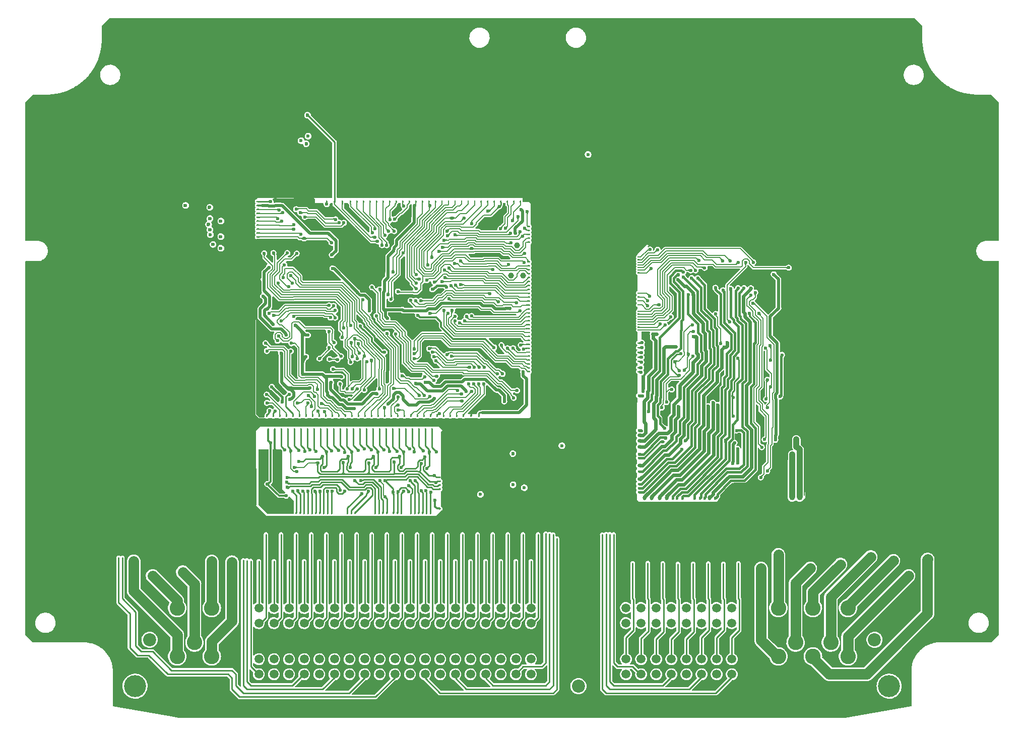
<source format=gbl>
G75*
G70*
%OFA0B0*%
%FSLAX25Y25*%
%IPPOS*%
%LPD*%
%AMOC8*
5,1,8,0,0,1.08239X$1,22.5*
%
%AMM34*
21,1,0.039370,0.007870,0.000000,0.000000,135.000000*
1,1,0.007870,0.013920,-0.013920*
1,1,0.007870,-0.013920,0.013920*
%
%AMM80*
21,1,0.009840,0.009840,0.000000,0.000000,0.000000*
21,1,0.000000,0.019680,0.000000,0.000000,0.000000*
1,1,0.009840,0.000000,-0.004920*
1,1,0.009840,0.000000,-0.004920*
1,1,0.009840,0.000000,0.004920*
1,1,0.009840,0.000000,0.004920*
%
%AMM81*
21,1,0.009840,0.009840,0.000000,0.000000,90.000000*
21,1,0.000000,0.019680,0.000000,0.000000,90.000000*
1,1,0.009840,0.004920,0.000000*
1,1,0.009840,0.004920,0.000000*
1,1,0.009840,-0.004920,0.000000*
1,1,0.009840,-0.004920,0.000000*
%
%ADD110O,0.03937X0.05906*%
%ADD111C,0.02362*%
%ADD12M81*%
%ADD120C,0.00787*%
%ADD127C,0.03937*%
%ADD134C,0.14567*%
%ADD14C,0.07000*%
%ADD142O,0.02362X0.03150*%
%ADD167C,0.07874*%
%ADD173O,0.01575X0.02362*%
%ADD194O,0.03150X0.02362*%
%ADD195O,0.02362X0.01575*%
%ADD201C,0.00984*%
%ADD208C,0.01000*%
%ADD218O,1.00787X0.00787*%
%ADD220C,0.08661*%
%ADD229C,0.01968*%
%ADD245M34*%
%ADD25C,0.01575*%
%ADD252O,0.01575X0.00787*%
%ADD26O,0.00787X1.60630*%
%ADD40C,0.05906*%
%ADD44M80*%
%ADD45O,0.44882X0.04331*%
%ADD54C,0.01181*%
%ADD60C,0.03900*%
%ADD61C,0.10236*%
X0000000Y0000000D02*
%LPD*%
G01*
D134*
X0572256Y0021673D03*
X0073437Y0021673D03*
D220*
X0562611Y0052382D03*
X0083083Y0052382D03*
X0366744Y0021673D03*
D61*
X0101390Y0041358D03*
X0124225Y0041358D03*
X0112807Y0050531D03*
X0101390Y0073366D03*
X0124225Y0073366D03*
D40*
X0335327Y0073366D03*
X0325327Y0073366D03*
X0315327Y0073366D03*
X0305327Y0073366D03*
X0295327Y0073366D03*
X0285327Y0073366D03*
X0275327Y0073366D03*
X0265327Y0073366D03*
X0255327Y0073366D03*
X0245327Y0073366D03*
X0235327Y0073366D03*
X0225327Y0073366D03*
X0215327Y0073366D03*
X0205327Y0073366D03*
X0195327Y0073366D03*
X0185327Y0073366D03*
X0175327Y0073366D03*
X0165327Y0073366D03*
X0155327Y0073366D03*
X0335327Y0063366D03*
X0325327Y0063366D03*
X0315327Y0063366D03*
X0305327Y0063366D03*
X0295327Y0063366D03*
X0285327Y0063366D03*
X0275327Y0063366D03*
X0265327Y0063366D03*
X0255327Y0063366D03*
X0245327Y0063366D03*
X0235327Y0063366D03*
X0225327Y0063366D03*
X0215327Y0063366D03*
X0205327Y0063366D03*
X0195327Y0063366D03*
X0185327Y0063366D03*
X0175327Y0063366D03*
X0165327Y0063366D03*
X0155327Y0063366D03*
X0335327Y0039547D03*
X0325327Y0039547D03*
X0315327Y0039547D03*
X0305327Y0039547D03*
X0295327Y0039547D03*
X0285327Y0039547D03*
X0275327Y0039547D03*
X0265327Y0039547D03*
X0255327Y0039547D03*
X0245327Y0039547D03*
X0235327Y0039547D03*
X0225327Y0039547D03*
X0215327Y0039547D03*
X0205327Y0039547D03*
X0195327Y0039547D03*
X0185327Y0039547D03*
X0175327Y0039547D03*
X0165327Y0039547D03*
X0155327Y0039547D03*
X0335327Y0029547D03*
X0325327Y0029547D03*
X0315327Y0029547D03*
X0305327Y0029547D03*
X0295327Y0029547D03*
X0285327Y0029547D03*
X0275327Y0029547D03*
X0265327Y0029547D03*
X0255327Y0029547D03*
X0245327Y0029547D03*
X0235327Y0029547D03*
X0225327Y0029547D03*
X0215327Y0029547D03*
X0205327Y0029547D03*
X0195327Y0029547D03*
X0185327Y0029547D03*
X0175327Y0029547D03*
X0165327Y0029547D03*
X0155327Y0029547D03*
X0398201Y0029547D03*
X0408201Y0029547D03*
X0418201Y0029547D03*
X0428201Y0029547D03*
X0438201Y0029547D03*
X0448201Y0029547D03*
X0458201Y0029547D03*
X0468201Y0029547D03*
X0398201Y0039547D03*
X0408201Y0039547D03*
X0418201Y0039547D03*
X0428201Y0039547D03*
X0438201Y0039547D03*
X0448201Y0039547D03*
X0458201Y0039547D03*
X0468201Y0039547D03*
X0398201Y0063366D03*
X0408201Y0063366D03*
X0418201Y0063366D03*
X0428201Y0063366D03*
X0438201Y0063366D03*
X0448201Y0063366D03*
X0458201Y0063366D03*
X0468201Y0063366D03*
X0398201Y0073366D03*
X0408201Y0073366D03*
X0418201Y0073366D03*
X0428201Y0073366D03*
X0438201Y0073366D03*
X0448201Y0073366D03*
X0458201Y0073366D03*
X0468201Y0073366D03*
D61*
X0499028Y0041358D03*
X0521863Y0041358D03*
X0545091Y0041358D03*
X0510445Y0050531D03*
X0533674Y0050531D03*
X0499028Y0073366D03*
X0521863Y0073366D03*
X0545091Y0073366D03*
G36*
G01*
X0334378Y0325346D02*
X0333394Y0325346D01*
G75*
G02*
X0332902Y0325838I0000000J0000492D01*
G01*
X0332902Y0325838D01*
G75*
G02*
X0333394Y0326331I0000492J0000000D01*
G01*
X0334378Y0326331D01*
G75*
G02*
X0334870Y0325838I0000000J-000492D01*
G01*
X0334870Y0325838D01*
G75*
G02*
X0334378Y0325346I-000492J0000000D01*
G01*
G37*
G36*
G01*
X0333394Y0323732D02*
X0334378Y0323732D01*
G75*
G02*
X0334870Y0323240I0000000J-000492D01*
G01*
X0334870Y0323240D01*
G75*
G02*
X0334378Y0322748I-000492J0000000D01*
G01*
X0333394Y0322748D01*
G75*
G02*
X0332902Y0323240I0000000J0000492D01*
G01*
X0332902Y0323240D01*
G75*
G02*
X0333394Y0323732I0000492J0000000D01*
G01*
G37*
G36*
G01*
X0333394Y0321134D02*
X0334378Y0321134D01*
G75*
G02*
X0334870Y0320642I0000000J-000492D01*
G01*
X0334870Y0320642D01*
G75*
G02*
X0334378Y0320149I-000492J0000000D01*
G01*
X0333394Y0320149D01*
G75*
G02*
X0332902Y0320642I0000000J0000492D01*
G01*
X0332902Y0320642D01*
G75*
G02*
X0333394Y0321134I0000492J0000000D01*
G01*
G37*
G36*
G01*
X0333394Y0318535D02*
X0334378Y0318535D01*
G75*
G02*
X0334870Y0318043I0000000J-000492D01*
G01*
X0334870Y0318043D01*
G75*
G02*
X0334378Y0317551I-000492J0000000D01*
G01*
X0333394Y0317551D01*
G75*
G02*
X0332902Y0318043I0000000J0000492D01*
G01*
X0332902Y0318043D01*
G75*
G02*
X0333394Y0318535I0000492J0000000D01*
G01*
G37*
G36*
G01*
X0333394Y0315937D02*
X0334378Y0315937D01*
G75*
G02*
X0334870Y0315445I0000000J-000492D01*
G01*
X0334870Y0315445D01*
G75*
G02*
X0334378Y0314953I-000492J0000000D01*
G01*
X0333394Y0314953D01*
G75*
G02*
X0332902Y0315445I0000000J0000492D01*
G01*
X0332902Y0315445D01*
G75*
G02*
X0333394Y0315937I0000492J0000000D01*
G01*
G37*
G36*
G01*
X0333394Y0302945D02*
X0334378Y0302945D01*
G75*
G02*
X0334870Y0302453I0000000J-000492D01*
G01*
X0334870Y0302453D01*
G75*
G02*
X0334378Y0301960I-000492J0000000D01*
G01*
X0333394Y0301960D01*
G75*
G02*
X0332902Y0302453I0000000J0000492D01*
G01*
X0332902Y0302453D01*
G75*
G02*
X0333394Y0302945I0000492J0000000D01*
G01*
G37*
G36*
G01*
X0333394Y0300346D02*
X0334378Y0300346D01*
G75*
G02*
X0334870Y0299854I0000000J-000492D01*
G01*
X0334870Y0299854D01*
G75*
G02*
X0334378Y0299362I-000492J0000000D01*
G01*
X0333394Y0299362D01*
G75*
G02*
X0332902Y0299854I0000000J0000492D01*
G01*
X0332902Y0299854D01*
G75*
G02*
X0333394Y0300346I0000492J0000000D01*
G01*
G37*
G36*
G01*
X0333394Y0297748D02*
X0334378Y0297748D01*
G75*
G02*
X0334870Y0297256I0000000J-000492D01*
G01*
X0334870Y0297256D01*
G75*
G02*
X0334378Y0296764I-000492J0000000D01*
G01*
X0333394Y0296764D01*
G75*
G02*
X0332902Y0297256I0000000J0000492D01*
G01*
X0332902Y0297256D01*
G75*
G02*
X0333394Y0297748I0000492J0000000D01*
G01*
G37*
G36*
G01*
X0333394Y0295149D02*
X0334378Y0295149D01*
G75*
G02*
X0334870Y0294657I0000000J-000492D01*
G01*
X0334870Y0294657D01*
G75*
G02*
X0334378Y0294165I-000492J0000000D01*
G01*
X0333394Y0294165D01*
G75*
G02*
X0332902Y0294657I0000000J0000492D01*
G01*
X0332902Y0294657D01*
G75*
G02*
X0333394Y0295149I0000492J0000000D01*
G01*
G37*
G36*
G01*
X0333394Y0292551D02*
X0334378Y0292551D01*
G75*
G02*
X0334870Y0292059I0000000J-000492D01*
G01*
X0334870Y0292059D01*
G75*
G02*
X0334378Y0291567I-000492J0000000D01*
G01*
X0333394Y0291567D01*
G75*
G02*
X0332902Y0292059I0000000J0000492D01*
G01*
X0332902Y0292059D01*
G75*
G02*
X0333394Y0292551I0000492J0000000D01*
G01*
G37*
G36*
G01*
X0333394Y0289953D02*
X0334378Y0289953D01*
G75*
G02*
X0334870Y0289460I0000000J-000492D01*
G01*
X0334870Y0289460D01*
G75*
G02*
X0334378Y0288968I-000492J0000000D01*
G01*
X0333394Y0288968D01*
G75*
G02*
X0332902Y0289460I0000000J0000492D01*
G01*
X0332902Y0289460D01*
G75*
G02*
X0333394Y0289953I0000492J0000000D01*
G01*
G37*
G36*
G01*
X0333394Y0287354D02*
X0334378Y0287354D01*
G75*
G02*
X0334870Y0286862I0000000J-000492D01*
G01*
X0334870Y0286862D01*
G75*
G02*
X0334378Y0286370I-000492J0000000D01*
G01*
X0333394Y0286370D01*
G75*
G02*
X0332902Y0286862I0000000J0000492D01*
G01*
X0332902Y0286862D01*
G75*
G02*
X0333394Y0287354I0000492J0000000D01*
G01*
G37*
G36*
G01*
X0333394Y0284756D02*
X0334378Y0284756D01*
G75*
G02*
X0334870Y0284264I0000000J-000492D01*
G01*
X0334870Y0284264D01*
G75*
G02*
X0334378Y0283771I-000492J0000000D01*
G01*
X0333394Y0283771D01*
G75*
G02*
X0332902Y0284264I0000000J0000492D01*
G01*
X0332902Y0284264D01*
G75*
G02*
X0333394Y0284756I0000492J0000000D01*
G01*
G37*
G36*
G01*
X0333394Y0282157D02*
X0334378Y0282157D01*
G75*
G02*
X0334870Y0281665I0000000J-000492D01*
G01*
X0334870Y0281665D01*
G75*
G02*
X0334378Y0281173I-000492J0000000D01*
G01*
X0333394Y0281173D01*
G75*
G02*
X0332902Y0281665I0000000J0000492D01*
G01*
X0332902Y0281665D01*
G75*
G02*
X0333394Y0282157I0000492J0000000D01*
G01*
G37*
G36*
G01*
X0333394Y0279559D02*
X0334378Y0279559D01*
G75*
G02*
X0334870Y0279067I0000000J-000492D01*
G01*
X0334870Y0279067D01*
G75*
G02*
X0334378Y0278575I-000492J0000000D01*
G01*
X0333394Y0278575D01*
G75*
G02*
X0332902Y0279067I0000000J0000492D01*
G01*
X0332902Y0279067D01*
G75*
G02*
X0333394Y0279559I0000492J0000000D01*
G01*
G37*
G36*
G01*
X0333394Y0276960D02*
X0334378Y0276960D01*
G75*
G02*
X0334870Y0276468I0000000J-000492D01*
G01*
X0334870Y0276468D01*
G75*
G02*
X0334378Y0275976I-000492J0000000D01*
G01*
X0333394Y0275976D01*
G75*
G02*
X0332902Y0276468I0000000J0000492D01*
G01*
X0332902Y0276468D01*
G75*
G02*
X0333394Y0276960I0000492J0000000D01*
G01*
G37*
G36*
G01*
X0333394Y0274362D02*
X0334378Y0274362D01*
G75*
G02*
X0334870Y0273870I0000000J-000492D01*
G01*
X0334870Y0273870D01*
G75*
G02*
X0334378Y0273378I-000492J0000000D01*
G01*
X0333394Y0273378D01*
G75*
G02*
X0332902Y0273870I0000000J0000492D01*
G01*
X0332902Y0273870D01*
G75*
G02*
X0333394Y0274362I0000492J0000000D01*
G01*
G37*
G36*
G01*
X0333394Y0271764D02*
X0334378Y0271764D01*
G75*
G02*
X0334870Y0271271I0000000J-000492D01*
G01*
X0334870Y0271271D01*
G75*
G02*
X0334378Y0270779I-000492J0000000D01*
G01*
X0333394Y0270779D01*
G75*
G02*
X0332902Y0271271I0000000J0000492D01*
G01*
X0332902Y0271271D01*
G75*
G02*
X0333394Y0271764I0000492J0000000D01*
G01*
G37*
G36*
G01*
X0333394Y0269165D02*
X0334378Y0269165D01*
G75*
G02*
X0334870Y0268673I0000000J-000492D01*
G01*
X0334870Y0268673D01*
G75*
G02*
X0334378Y0268181I-000492J0000000D01*
G01*
X0333394Y0268181D01*
G75*
G02*
X0332902Y0268673I0000000J0000492D01*
G01*
X0332902Y0268673D01*
G75*
G02*
X0333394Y0269165I0000492J0000000D01*
G01*
G37*
G36*
G01*
X0333394Y0266567D02*
X0334378Y0266567D01*
G75*
G02*
X0334870Y0266075I0000000J-000492D01*
G01*
X0334870Y0266075D01*
G75*
G02*
X0334378Y0265582I-000492J0000000D01*
G01*
X0333394Y0265582D01*
G75*
G02*
X0332902Y0266075I0000000J0000492D01*
G01*
X0332902Y0266075D01*
G75*
G02*
X0333394Y0266567I0000492J0000000D01*
G01*
G37*
G36*
G01*
X0333394Y0263968D02*
X0334378Y0263968D01*
G75*
G02*
X0334870Y0263476I0000000J-000492D01*
G01*
X0334870Y0263476D01*
G75*
G02*
X0334378Y0262984I-000492J0000000D01*
G01*
X0333394Y0262984D01*
G75*
G02*
X0332902Y0263476I0000000J0000492D01*
G01*
X0332902Y0263476D01*
G75*
G02*
X0333394Y0263968I0000492J0000000D01*
G01*
G37*
G36*
G01*
X0333394Y0261370D02*
X0334378Y0261370D01*
G75*
G02*
X0334870Y0260878I0000000J-000492D01*
G01*
X0334870Y0260878D01*
G75*
G02*
X0334378Y0260386I-000492J0000000D01*
G01*
X0333394Y0260386D01*
G75*
G02*
X0332902Y0260878I0000000J0000492D01*
G01*
X0332902Y0260878D01*
G75*
G02*
X0333394Y0261370I0000492J0000000D01*
G01*
G37*
G36*
G01*
X0333394Y0258771D02*
X0334378Y0258771D01*
G75*
G02*
X0334870Y0258279I0000000J-000492D01*
G01*
X0334870Y0258279D01*
G75*
G02*
X0334378Y0257787I-000492J0000000D01*
G01*
X0333394Y0257787D01*
G75*
G02*
X0332902Y0258279I0000000J0000492D01*
G01*
X0332902Y0258279D01*
G75*
G02*
X0333394Y0258771I0000492J0000000D01*
G01*
G37*
G36*
G01*
X0333394Y0256173D02*
X0334378Y0256173D01*
G75*
G02*
X0334870Y0255681I0000000J-000492D01*
G01*
X0334870Y0255681D01*
G75*
G02*
X0334378Y0255189I-000492J0000000D01*
G01*
X0333394Y0255189D01*
G75*
G02*
X0332902Y0255681I0000000J0000492D01*
G01*
X0332902Y0255681D01*
G75*
G02*
X0333394Y0256173I0000492J0000000D01*
G01*
G37*
G36*
G01*
X0333394Y0253575D02*
X0334378Y0253575D01*
G75*
G02*
X0334870Y0253082I0000000J-000492D01*
G01*
X0334870Y0253082D01*
G75*
G02*
X0334378Y0252590I-000492J0000000D01*
G01*
X0333394Y0252590D01*
G75*
G02*
X0332902Y0253082I0000000J0000492D01*
G01*
X0332902Y0253082D01*
G75*
G02*
X0333394Y0253575I0000492J0000000D01*
G01*
G37*
G36*
G01*
X0333394Y0250976D02*
X0334378Y0250976D01*
G75*
G02*
X0334870Y0250484I0000000J-000492D01*
G01*
X0334870Y0250484D01*
G75*
G02*
X0334378Y0249992I-000492J0000000D01*
G01*
X0333394Y0249992D01*
G75*
G02*
X0332902Y0250484I0000000J0000492D01*
G01*
X0332902Y0250484D01*
G75*
G02*
X0333394Y0250976I0000492J0000000D01*
G01*
G37*
G36*
G01*
X0333394Y0248378D02*
X0334378Y0248378D01*
G75*
G02*
X0334870Y0247886I0000000J-000492D01*
G01*
X0334870Y0247886D01*
G75*
G02*
X0334378Y0247394I-000492J0000000D01*
G01*
X0333394Y0247394D01*
G75*
G02*
X0332902Y0247886I0000000J0000492D01*
G01*
X0332902Y0247886D01*
G75*
G02*
X0333394Y0248378I0000492J0000000D01*
G01*
G37*
G36*
G01*
X0333394Y0245779D02*
X0334378Y0245779D01*
G75*
G02*
X0334870Y0245287I0000000J-000492D01*
G01*
X0334870Y0245287D01*
G75*
G02*
X0334378Y0244795I-000492J0000000D01*
G01*
X0333394Y0244795D01*
G75*
G02*
X0332902Y0245287I0000000J0000492D01*
G01*
X0332902Y0245287D01*
G75*
G02*
X0333394Y0245779I0000492J0000000D01*
G01*
G37*
G36*
G01*
X0333394Y0243181D02*
X0334378Y0243181D01*
G75*
G02*
X0334870Y0242689I0000000J-000492D01*
G01*
X0334870Y0242689D01*
G75*
G02*
X0334378Y0242197I-000492J0000000D01*
G01*
X0333394Y0242197D01*
G75*
G02*
X0332902Y0242689I0000000J0000492D01*
G01*
X0332902Y0242689D01*
G75*
G02*
X0333394Y0243181I0000492J0000000D01*
G01*
G37*
G36*
G01*
X0333394Y0240582D02*
X0334378Y0240582D01*
G75*
G02*
X0334870Y0240090I0000000J-000492D01*
G01*
X0334870Y0240090D01*
G75*
G02*
X0334378Y0239598I-000492J0000000D01*
G01*
X0333394Y0239598D01*
G75*
G02*
X0332902Y0240090I0000000J0000492D01*
G01*
X0332902Y0240090D01*
G75*
G02*
X0333394Y0240582I0000492J0000000D01*
G01*
G37*
G36*
G01*
X0333394Y0237984D02*
X0334378Y0237984D01*
G75*
G02*
X0334870Y0237492I0000000J-000492D01*
G01*
X0334870Y0237492D01*
G75*
G02*
X0334378Y0237000I-000492J0000000D01*
G01*
X0333394Y0237000D01*
G75*
G02*
X0332902Y0237492I0000000J0000492D01*
G01*
X0332902Y0237492D01*
G75*
G02*
X0333394Y0237984I0000492J0000000D01*
G01*
G37*
G36*
G01*
X0333394Y0235386D02*
X0334378Y0235386D01*
G75*
G02*
X0334870Y0234894I0000000J-000492D01*
G01*
X0334870Y0234894D01*
G75*
G02*
X0334378Y0234401I-000492J0000000D01*
G01*
X0333394Y0234401D01*
G75*
G02*
X0332902Y0234894I0000000J0000492D01*
G01*
X0332902Y0234894D01*
G75*
G02*
X0333394Y0235386I0000492J0000000D01*
G01*
G37*
G36*
G01*
X0333394Y0232787D02*
X0334378Y0232787D01*
G75*
G02*
X0334870Y0232295I0000000J-000492D01*
G01*
X0334870Y0232295D01*
G75*
G02*
X0334378Y0231803I-000492J0000000D01*
G01*
X0333394Y0231803D01*
G75*
G02*
X0332902Y0232295I0000000J0000492D01*
G01*
X0332902Y0232295D01*
G75*
G02*
X0333394Y0232787I0000492J0000000D01*
G01*
G37*
G36*
G01*
X0333394Y0230189D02*
X0334378Y0230189D01*
G75*
G02*
X0334870Y0229697I0000000J-000492D01*
G01*
X0334870Y0229697D01*
G75*
G02*
X0334378Y0229205I-000492J0000000D01*
G01*
X0333394Y0229205D01*
G75*
G02*
X0332902Y0229697I0000000J0000492D01*
G01*
X0332902Y0229697D01*
G75*
G02*
X0333394Y0230189I0000492J0000000D01*
G01*
G37*
G36*
G01*
X0200729Y0342579D02*
X0200729Y0341594D01*
G75*
G02*
X0200237Y0341102I-000492J0000000D01*
G01*
X0200237Y0341102D01*
G75*
G02*
X0199744Y0341594I0000000J0000492D01*
G01*
X0199744Y0342579D01*
G75*
G02*
X0200237Y0343071I0000492J0000000D01*
G01*
X0200237Y0343071D01*
G75*
G02*
X0200729Y0342579I0000000J-000492D01*
G01*
G37*
G36*
G01*
X0204941Y0341594D02*
X0204941Y0342579D01*
G75*
G02*
X0205433Y0343071I0000492J0000000D01*
G01*
X0205433Y0343071D01*
G75*
G02*
X0205926Y0342579I0000000J-000492D01*
G01*
X0205926Y0341594D01*
G75*
G02*
X0205433Y0341102I-000492J0000000D01*
G01*
X0205433Y0341102D01*
G75*
G02*
X0204941Y0341594I0000000J0000492D01*
G01*
G37*
G36*
G01*
X0210138Y0341594D02*
X0210138Y0342579D01*
G75*
G02*
X0210630Y0343071I0000492J0000000D01*
G01*
X0210630Y0343071D01*
G75*
G02*
X0211122Y0342579I0000000J-000492D01*
G01*
X0211122Y0341594D01*
G75*
G02*
X0210630Y0341102I-000492J0000000D01*
G01*
X0210630Y0341102D01*
G75*
G02*
X0210138Y0341594I0000000J0000492D01*
G01*
G37*
G36*
G01*
X0215374Y0341594D02*
X0215374Y0342579D01*
G75*
G02*
X0215866Y0343071I0000492J0000000D01*
G01*
X0215866Y0343071D01*
G75*
G02*
X0216359Y0342579I0000000J-000492D01*
G01*
X0216359Y0341594D01*
G75*
G02*
X0215866Y0341102I-000492J0000000D01*
G01*
X0215866Y0341102D01*
G75*
G02*
X0215374Y0341594I0000000J0000492D01*
G01*
G37*
G36*
G01*
X0219705Y0341594D02*
X0219705Y0342579D01*
G75*
G02*
X0220197Y0343071I0000492J0000000D01*
G01*
X0220197Y0343071D01*
G75*
G02*
X0220689Y0342579I0000000J-000492D01*
G01*
X0220689Y0341594D01*
G75*
G02*
X0220197Y0341102I-000492J0000000D01*
G01*
X0220197Y0341102D01*
G75*
G02*
X0219705Y0341594I0000000J0000492D01*
G01*
G37*
G36*
G01*
X0224036Y0341594D02*
X0224036Y0342579D01*
G75*
G02*
X0224528Y0343071I0000492J0000000D01*
G01*
X0224528Y0343071D01*
G75*
G02*
X0225020Y0342579I0000000J-000492D01*
G01*
X0225020Y0341594D01*
G75*
G02*
X0224528Y0341102I-000492J0000000D01*
G01*
X0224528Y0341102D01*
G75*
G02*
X0224036Y0341594I0000000J0000492D01*
G01*
G37*
G36*
G01*
X0228366Y0341594D02*
X0228366Y0342579D01*
G75*
G02*
X0228859Y0343071I0000492J0000000D01*
G01*
X0228859Y0343071D01*
G75*
G02*
X0229351Y0342579I0000000J-000492D01*
G01*
X0229351Y0341594D01*
G75*
G02*
X0228859Y0341102I-000492J0000000D01*
G01*
X0228859Y0341102D01*
G75*
G02*
X0228366Y0341594I0000000J0000492D01*
G01*
G37*
G36*
G01*
X0232697Y0341594D02*
X0232697Y0342579D01*
G75*
G02*
X0233189Y0343071I0000492J0000000D01*
G01*
X0233189Y0343071D01*
G75*
G02*
X0233681Y0342579I0000000J-000492D01*
G01*
X0233681Y0341594D01*
G75*
G02*
X0233189Y0341102I-000492J0000000D01*
G01*
X0233189Y0341102D01*
G75*
G02*
X0232697Y0341594I0000000J0000492D01*
G01*
G37*
G36*
G01*
X0237028Y0341594D02*
X0237028Y0342579D01*
G75*
G02*
X0237520Y0343071I0000492J0000000D01*
G01*
X0237520Y0343071D01*
G75*
G02*
X0238012Y0342579I0000000J-000492D01*
G01*
X0238012Y0341594D01*
G75*
G02*
X0237520Y0341102I-000492J0000000D01*
G01*
X0237520Y0341102D01*
G75*
G02*
X0237028Y0341594I0000000J0000492D01*
G01*
G37*
G36*
G01*
X0241359Y0341594D02*
X0241359Y0342579D01*
G75*
G02*
X0241851Y0343071I0000492J0000000D01*
G01*
X0241851Y0343071D01*
G75*
G02*
X0242343Y0342579I0000000J-000492D01*
G01*
X0242343Y0341594D01*
G75*
G02*
X0241851Y0341102I-000492J0000000D01*
G01*
X0241851Y0341102D01*
G75*
G02*
X0241359Y0341594I0000000J0000492D01*
G01*
G37*
G36*
G01*
X0245689Y0341594D02*
X0245689Y0342579D01*
G75*
G02*
X0246181Y0343071I0000492J0000000D01*
G01*
X0246181Y0343071D01*
G75*
G02*
X0246673Y0342579I0000000J-000492D01*
G01*
X0246673Y0341594D01*
G75*
G02*
X0246181Y0341102I-000492J0000000D01*
G01*
X0246181Y0341102D01*
G75*
G02*
X0245689Y0341594I0000000J0000492D01*
G01*
G37*
G36*
G01*
X0250020Y0341594D02*
X0250020Y0342579D01*
G75*
G02*
X0250512Y0343071I0000492J0000000D01*
G01*
X0250512Y0343071D01*
G75*
G02*
X0251004Y0342579I0000000J-000492D01*
G01*
X0251004Y0341594D01*
G75*
G02*
X0250512Y0341102I-000492J0000000D01*
G01*
X0250512Y0341102D01*
G75*
G02*
X0250020Y0341594I0000000J0000492D01*
G01*
G37*
G36*
G01*
X0254351Y0341594D02*
X0254351Y0342579D01*
G75*
G02*
X0254843Y0343071I0000492J0000000D01*
G01*
X0254843Y0343071D01*
G75*
G02*
X0255335Y0342579I0000000J-000492D01*
G01*
X0255335Y0341594D01*
G75*
G02*
X0254843Y0341102I-000492J0000000D01*
G01*
X0254843Y0341102D01*
G75*
G02*
X0254351Y0341594I0000000J0000492D01*
G01*
G37*
G36*
G01*
X0258681Y0341594D02*
X0258681Y0342579D01*
G75*
G02*
X0259173Y0343071I0000492J0000000D01*
G01*
X0259173Y0343071D01*
G75*
G02*
X0259666Y0342579I0000000J-000492D01*
G01*
X0259666Y0341594D01*
G75*
G02*
X0259173Y0341102I-000492J0000000D01*
G01*
X0259173Y0341102D01*
G75*
G02*
X0258681Y0341594I0000000J0000492D01*
G01*
G37*
G36*
G01*
X0263012Y0341594D02*
X0263012Y0342579D01*
G75*
G02*
X0263504Y0343071I0000492J0000000D01*
G01*
X0263504Y0343071D01*
G75*
G02*
X0263996Y0342579I0000000J-000492D01*
G01*
X0263996Y0341594D01*
G75*
G02*
X0263504Y0341102I-000492J0000000D01*
G01*
X0263504Y0341102D01*
G75*
G02*
X0263012Y0341594I0000000J0000492D01*
G01*
G37*
G36*
G01*
X0267343Y0341594D02*
X0267343Y0342579D01*
G75*
G02*
X0267835Y0343071I0000492J0000000D01*
G01*
X0267835Y0343071D01*
G75*
G02*
X0268327Y0342579I0000000J-000492D01*
G01*
X0268327Y0341594D01*
G75*
G02*
X0267835Y0341102I-000492J0000000D01*
G01*
X0267835Y0341102D01*
G75*
G02*
X0267343Y0341594I0000000J0000492D01*
G01*
G37*
G36*
G01*
X0271673Y0341594D02*
X0271673Y0342579D01*
G75*
G02*
X0272166Y0343071I0000492J0000000D01*
G01*
X0272166Y0343071D01*
G75*
G02*
X0272658Y0342579I0000000J-000492D01*
G01*
X0272658Y0341594D01*
G75*
G02*
X0272166Y0341102I-000492J0000000D01*
G01*
X0272166Y0341102D01*
G75*
G02*
X0271673Y0341594I0000000J0000492D01*
G01*
G37*
G36*
G01*
X0276004Y0341594D02*
X0276004Y0342579D01*
G75*
G02*
X0276496Y0343071I0000492J0000000D01*
G01*
X0276496Y0343071D01*
G75*
G02*
X0276988Y0342579I0000000J-000492D01*
G01*
X0276988Y0341594D01*
G75*
G02*
X0276496Y0341102I-000492J0000000D01*
G01*
X0276496Y0341102D01*
G75*
G02*
X0276004Y0341594I0000000J0000492D01*
G01*
G37*
G36*
G01*
X0280335Y0341594D02*
X0280335Y0342579D01*
G75*
G02*
X0280827Y0343071I0000492J0000000D01*
G01*
X0280827Y0343071D01*
G75*
G02*
X0281319Y0342579I0000000J-000492D01*
G01*
X0281319Y0341594D01*
G75*
G02*
X0280827Y0341102I-000492J0000000D01*
G01*
X0280827Y0341102D01*
G75*
G02*
X0280335Y0341594I0000000J0000492D01*
G01*
G37*
G36*
G01*
X0284666Y0341594D02*
X0284666Y0342579D01*
G75*
G02*
X0285158Y0343071I0000492J0000000D01*
G01*
X0285158Y0343071D01*
G75*
G02*
X0285650Y0342579I0000000J-000492D01*
G01*
X0285650Y0341594D01*
G75*
G02*
X0285158Y0341102I-000492J0000000D01*
G01*
X0285158Y0341102D01*
G75*
G02*
X0284666Y0341594I0000000J0000492D01*
G01*
G37*
G36*
G01*
X0288996Y0341594D02*
X0288996Y0342579D01*
G75*
G02*
X0289488Y0343071I0000492J0000000D01*
G01*
X0289488Y0343071D01*
G75*
G02*
X0289980Y0342579I0000000J-000492D01*
G01*
X0289980Y0341594D01*
G75*
G02*
X0289488Y0341102I-000492J0000000D01*
G01*
X0289488Y0341102D01*
G75*
G02*
X0288996Y0341594I0000000J0000492D01*
G01*
G37*
G36*
G01*
X0293327Y0341594D02*
X0293327Y0342579D01*
G75*
G02*
X0293819Y0343071I0000492J0000000D01*
G01*
X0293819Y0343071D01*
G75*
G02*
X0294311Y0342579I0000000J-000492D01*
G01*
X0294311Y0341594D01*
G75*
G02*
X0293819Y0341102I-000492J0000000D01*
G01*
X0293819Y0341102D01*
G75*
G02*
X0293327Y0341594I0000000J0000492D01*
G01*
G37*
G36*
G01*
X0297658Y0341594D02*
X0297658Y0342579D01*
G75*
G02*
X0298150Y0343071I0000492J0000000D01*
G01*
X0298150Y0343071D01*
G75*
G02*
X0298642Y0342579I0000000J-000492D01*
G01*
X0298642Y0341594D01*
G75*
G02*
X0298150Y0341102I-000492J0000000D01*
G01*
X0298150Y0341102D01*
G75*
G02*
X0297658Y0341594I0000000J0000492D01*
G01*
G37*
G36*
G01*
X0301988Y0341594D02*
X0301988Y0342579D01*
G75*
G02*
X0302480Y0343071I0000492J0000000D01*
G01*
X0302480Y0343071D01*
G75*
G02*
X0302973Y0342579I0000000J-000492D01*
G01*
X0302973Y0341594D01*
G75*
G02*
X0302480Y0341102I-000492J0000000D01*
G01*
X0302480Y0341102D01*
G75*
G02*
X0301988Y0341594I0000000J0000492D01*
G01*
G37*
G36*
G01*
X0306319Y0341594D02*
X0306319Y0342579D01*
G75*
G02*
X0306811Y0343071I0000492J0000000D01*
G01*
X0306811Y0343071D01*
G75*
G02*
X0307303Y0342579I0000000J-000492D01*
G01*
X0307303Y0341594D01*
G75*
G02*
X0306811Y0341102I-000492J0000000D01*
G01*
X0306811Y0341102D01*
G75*
G02*
X0306319Y0341594I0000000J0000492D01*
G01*
G37*
G36*
G01*
X0310650Y0341594D02*
X0310650Y0342579D01*
G75*
G02*
X0311142Y0343071I0000492J0000000D01*
G01*
X0311142Y0343071D01*
G75*
G02*
X0311634Y0342579I0000000J-000492D01*
G01*
X0311634Y0341594D01*
G75*
G02*
X0311142Y0341102I-000492J0000000D01*
G01*
X0311142Y0341102D01*
G75*
G02*
X0310650Y0341594I0000000J0000492D01*
G01*
G37*
G36*
G01*
X0314980Y0341594D02*
X0314980Y0342579D01*
G75*
G02*
X0315473Y0343071I0000492J0000000D01*
G01*
X0315473Y0343071D01*
G75*
G02*
X0315965Y0342579I0000000J-000492D01*
G01*
X0315965Y0341594D01*
G75*
G02*
X0315473Y0341102I-000492J0000000D01*
G01*
X0315473Y0341102D01*
G75*
G02*
X0314980Y0341594I0000000J0000492D01*
G01*
G37*
G36*
G01*
X0319311Y0341594D02*
X0319311Y0342579D01*
G75*
G02*
X0319803Y0343071I0000492J0000000D01*
G01*
X0319803Y0343071D01*
G75*
G02*
X0320295Y0342579I0000000J-000492D01*
G01*
X0320295Y0341594D01*
G75*
G02*
X0319803Y0341102I-000492J0000000D01*
G01*
X0319803Y0341102D01*
G75*
G02*
X0319311Y0341594I0000000J0000492D01*
G01*
G37*
G36*
G01*
X0323642Y0341594D02*
X0323642Y0342579D01*
G75*
G02*
X0324134Y0343071I0000492J0000000D01*
G01*
X0324134Y0343071D01*
G75*
G02*
X0324626Y0342579I0000000J-000492D01*
G01*
X0324626Y0341594D01*
G75*
G02*
X0324134Y0341102I-000492J0000000D01*
G01*
X0324134Y0341102D01*
G75*
G02*
X0323642Y0341594I0000000J0000492D01*
G01*
G37*
G36*
G01*
X0327973Y0341594D02*
X0327973Y0342579D01*
G75*
G02*
X0328465Y0343071I0000492J0000000D01*
G01*
X0328465Y0343071D01*
G75*
G02*
X0328957Y0342579I0000000J-000492D01*
G01*
X0328957Y0341594D01*
G75*
G02*
X0328465Y0341102I-000492J0000000D01*
G01*
X0328465Y0341102D01*
G75*
G02*
X0327973Y0341594I0000000J0000492D01*
G01*
G37*
G36*
G01*
X0300414Y0200142D02*
X0300414Y0201126D01*
G75*
G02*
X0300906Y0201618I0000492J0000000D01*
G01*
X0300906Y0201618D01*
G75*
G02*
X0301398Y0201126I0000000J-000492D01*
G01*
X0301398Y0200142D01*
G75*
G02*
X0300906Y0199649I-000492J0000000D01*
G01*
X0300906Y0199649D01*
G75*
G02*
X0300414Y0200142I0000000J0000492D01*
G01*
G37*
G36*
G01*
X0296201Y0201126D02*
X0296201Y0200142D01*
G75*
G02*
X0295709Y0199649I-000492J0000000D01*
G01*
X0295709Y0199649D01*
G75*
G02*
X0295217Y0200142I0000000J0000492D01*
G01*
X0295217Y0201126D01*
G75*
G02*
X0295709Y0201618I0000492J0000000D01*
G01*
X0295709Y0201618D01*
G75*
G02*
X0296201Y0201126I0000000J-000492D01*
G01*
G37*
G36*
G01*
X0291004Y0201126D02*
X0291004Y0200142D01*
G75*
G02*
X0290512Y0199649I-000492J0000000D01*
G01*
X0290512Y0199649D01*
G75*
G02*
X0290020Y0200142I0000000J0000492D01*
G01*
X0290020Y0201126D01*
G75*
G02*
X0290512Y0201618I0000492J0000000D01*
G01*
X0290512Y0201618D01*
G75*
G02*
X0291004Y0201126I0000000J-000492D01*
G01*
G37*
G36*
G01*
X0286674Y0201126D02*
X0286674Y0200142D01*
G75*
G02*
X0286181Y0199649I-000492J0000000D01*
G01*
X0286181Y0199649D01*
G75*
G02*
X0285689Y0200142I0000000J0000492D01*
G01*
X0285689Y0201126D01*
G75*
G02*
X0286181Y0201618I0000492J0000000D01*
G01*
X0286181Y0201618D01*
G75*
G02*
X0286674Y0201126I0000000J-000492D01*
G01*
G37*
G36*
G01*
X0282343Y0201126D02*
X0282343Y0200142D01*
G75*
G02*
X0281851Y0199649I-000492J0000000D01*
G01*
X0281851Y0199649D01*
G75*
G02*
X0281359Y0200142I0000000J0000492D01*
G01*
X0281359Y0201126D01*
G75*
G02*
X0281851Y0201618I0000492J0000000D01*
G01*
X0281851Y0201618D01*
G75*
G02*
X0282343Y0201126I0000000J-000492D01*
G01*
G37*
G36*
G01*
X0278012Y0201126D02*
X0278012Y0200142D01*
G75*
G02*
X0277520Y0199649I-000492J0000000D01*
G01*
X0277520Y0199649D01*
G75*
G02*
X0277028Y0200142I0000000J0000492D01*
G01*
X0277028Y0201126D01*
G75*
G02*
X0277520Y0201618I0000492J0000000D01*
G01*
X0277520Y0201618D01*
G75*
G02*
X0278012Y0201126I0000000J-000492D01*
G01*
G37*
G36*
G01*
X0273681Y0201126D02*
X0273681Y0200142D01*
G75*
G02*
X0273189Y0199649I-000492J0000000D01*
G01*
X0273189Y0199649D01*
G75*
G02*
X0272697Y0200142I0000000J0000492D01*
G01*
X0272697Y0201126D01*
G75*
G02*
X0273189Y0201618I0000492J0000000D01*
G01*
X0273189Y0201618D01*
G75*
G02*
X0273681Y0201126I0000000J-000492D01*
G01*
G37*
G36*
G01*
X0269351Y0201126D02*
X0269351Y0200142D01*
G75*
G02*
X0268859Y0199649I-000492J0000000D01*
G01*
X0268859Y0199649D01*
G75*
G02*
X0268366Y0200142I0000000J0000492D01*
G01*
X0268366Y0201126D01*
G75*
G02*
X0268859Y0201618I0000492J0000000D01*
G01*
X0268859Y0201618D01*
G75*
G02*
X0269351Y0201126I0000000J-000492D01*
G01*
G37*
G36*
G01*
X0265020Y0201126D02*
X0265020Y0200142D01*
G75*
G02*
X0264528Y0199649I-000492J0000000D01*
G01*
X0264528Y0199649D01*
G75*
G02*
X0264036Y0200142I0000000J0000492D01*
G01*
X0264036Y0201126D01*
G75*
G02*
X0264528Y0201618I0000492J0000000D01*
G01*
X0264528Y0201618D01*
G75*
G02*
X0265020Y0201126I0000000J-000492D01*
G01*
G37*
G36*
G01*
X0260689Y0201126D02*
X0260689Y0200142D01*
G75*
G02*
X0260197Y0199649I-000492J0000000D01*
G01*
X0260197Y0199649D01*
G75*
G02*
X0259705Y0200142I0000000J0000492D01*
G01*
X0259705Y0201126D01*
G75*
G02*
X0260197Y0201618I0000492J0000000D01*
G01*
X0260197Y0201618D01*
G75*
G02*
X0260689Y0201126I0000000J-000492D01*
G01*
G37*
G36*
G01*
X0256359Y0201126D02*
X0256359Y0200142D01*
G75*
G02*
X0255867Y0199649I-000492J0000000D01*
G01*
X0255867Y0199649D01*
G75*
G02*
X0255374Y0200142I0000000J0000492D01*
G01*
X0255374Y0201126D01*
G75*
G02*
X0255867Y0201618I0000492J0000000D01*
G01*
X0255867Y0201618D01*
G75*
G02*
X0256359Y0201126I0000000J-000492D01*
G01*
G37*
G36*
G01*
X0252028Y0201126D02*
X0252028Y0200142D01*
G75*
G02*
X0251536Y0199649I-000492J0000000D01*
G01*
X0251536Y0199649D01*
G75*
G02*
X0251044Y0200142I0000000J0000492D01*
G01*
X0251044Y0201126D01*
G75*
G02*
X0251536Y0201618I0000492J0000000D01*
G01*
X0251536Y0201618D01*
G75*
G02*
X0252028Y0201126I0000000J-000492D01*
G01*
G37*
G36*
G01*
X0247697Y0201126D02*
X0247697Y0200142D01*
G75*
G02*
X0247205Y0199649I-000492J0000000D01*
G01*
X0247205Y0199649D01*
G75*
G02*
X0246713Y0200142I0000000J0000492D01*
G01*
X0246713Y0201126D01*
G75*
G02*
X0247205Y0201618I0000492J0000000D01*
G01*
X0247205Y0201618D01*
G75*
G02*
X0247697Y0201126I0000000J-000492D01*
G01*
G37*
G36*
G01*
X0243367Y0201126D02*
X0243367Y0200142D01*
G75*
G02*
X0242874Y0199649I-000492J0000000D01*
G01*
X0242874Y0199649D01*
G75*
G02*
X0242382Y0200142I0000000J0000492D01*
G01*
X0242382Y0201126D01*
G75*
G02*
X0242874Y0201618I0000492J0000000D01*
G01*
X0242874Y0201618D01*
G75*
G02*
X0243367Y0201126I0000000J-000492D01*
G01*
G37*
G36*
G01*
X0239036Y0201126D02*
X0239036Y0200142D01*
G75*
G02*
X0238544Y0199649I-000492J0000000D01*
G01*
X0238544Y0199649D01*
G75*
G02*
X0238052Y0200142I0000000J0000492D01*
G01*
X0238052Y0201126D01*
G75*
G02*
X0238544Y0201618I0000492J0000000D01*
G01*
X0238544Y0201618D01*
G75*
G02*
X0239036Y0201126I0000000J-000492D01*
G01*
G37*
G36*
G01*
X0234705Y0201126D02*
X0234705Y0200142D01*
G75*
G02*
X0234213Y0199649I-000492J0000000D01*
G01*
X0234213Y0199649D01*
G75*
G02*
X0233721Y0200142I0000000J0000492D01*
G01*
X0233721Y0201126D01*
G75*
G02*
X0234213Y0201618I0000492J0000000D01*
G01*
X0234213Y0201618D01*
G75*
G02*
X0234705Y0201126I0000000J-000492D01*
G01*
G37*
G36*
G01*
X0230374Y0201126D02*
X0230374Y0200142D01*
G75*
G02*
X0229882Y0199649I-000492J0000000D01*
G01*
X0229882Y0199649D01*
G75*
G02*
X0229390Y0200142I0000000J0000492D01*
G01*
X0229390Y0201126D01*
G75*
G02*
X0229882Y0201618I0000492J0000000D01*
G01*
X0229882Y0201618D01*
G75*
G02*
X0230374Y0201126I0000000J-000492D01*
G01*
G37*
G36*
G01*
X0226044Y0201126D02*
X0226044Y0200142D01*
G75*
G02*
X0225552Y0199649I-000492J0000000D01*
G01*
X0225552Y0199649D01*
G75*
G02*
X0225059Y0200142I0000000J0000492D01*
G01*
X0225059Y0201126D01*
G75*
G02*
X0225552Y0201618I0000492J0000000D01*
G01*
X0225552Y0201618D01*
G75*
G02*
X0226044Y0201126I0000000J-000492D01*
G01*
G37*
G36*
G01*
X0221713Y0201126D02*
X0221713Y0200142D01*
G75*
G02*
X0221221Y0199649I-000492J0000000D01*
G01*
X0221221Y0199649D01*
G75*
G02*
X0220729Y0200142I0000000J0000492D01*
G01*
X0220729Y0201126D01*
G75*
G02*
X0221221Y0201618I0000492J0000000D01*
G01*
X0221221Y0201618D01*
G75*
G02*
X0221713Y0201126I0000000J-000492D01*
G01*
G37*
G36*
G01*
X0217382Y0201126D02*
X0217382Y0200142D01*
G75*
G02*
X0216890Y0199649I-000492J0000000D01*
G01*
X0216890Y0199649D01*
G75*
G02*
X0216398Y0200142I0000000J0000492D01*
G01*
X0216398Y0201126D01*
G75*
G02*
X0216890Y0201618I0000492J0000000D01*
G01*
X0216890Y0201618D01*
G75*
G02*
X0217382Y0201126I0000000J-000492D01*
G01*
G37*
G36*
G01*
X0213052Y0201126D02*
X0213052Y0200142D01*
G75*
G02*
X0212560Y0199649I-000492J0000000D01*
G01*
X0212560Y0199649D01*
G75*
G02*
X0212067Y0200142I0000000J0000492D01*
G01*
X0212067Y0201126D01*
G75*
G02*
X0212560Y0201618I0000492J0000000D01*
G01*
X0212560Y0201618D01*
G75*
G02*
X0213052Y0201126I0000000J-000492D01*
G01*
G37*
G36*
G01*
X0208721Y0201126D02*
X0208721Y0200142D01*
G75*
G02*
X0208229Y0199649I-000492J0000000D01*
G01*
X0208229Y0199649D01*
G75*
G02*
X0207737Y0200142I0000000J0000492D01*
G01*
X0207737Y0201126D01*
G75*
G02*
X0208229Y0201618I0000492J0000000D01*
G01*
X0208229Y0201618D01*
G75*
G02*
X0208721Y0201126I0000000J-000492D01*
G01*
G37*
G36*
G01*
X0204390Y0201126D02*
X0204390Y0200142D01*
G75*
G02*
X0203898Y0199649I-000492J0000000D01*
G01*
X0203898Y0199649D01*
G75*
G02*
X0203406Y0200142I0000000J0000492D01*
G01*
X0203406Y0201126D01*
G75*
G02*
X0203898Y0201618I0000492J0000000D01*
G01*
X0203898Y0201618D01*
G75*
G02*
X0204390Y0201126I0000000J-000492D01*
G01*
G37*
G36*
G01*
X0200060Y0201126D02*
X0200060Y0200142D01*
G75*
G02*
X0199567Y0199649I-000492J0000000D01*
G01*
X0199567Y0199649D01*
G75*
G02*
X0199075Y0200142I0000000J0000492D01*
G01*
X0199075Y0201126D01*
G75*
G02*
X0199567Y0201618I0000492J0000000D01*
G01*
X0199567Y0201618D01*
G75*
G02*
X0200060Y0201126I0000000J-000492D01*
G01*
G37*
G36*
G01*
X0195729Y0201126D02*
X0195729Y0200142D01*
G75*
G02*
X0195237Y0199649I-000492J0000000D01*
G01*
X0195237Y0199649D01*
G75*
G02*
X0194745Y0200142I0000000J0000492D01*
G01*
X0194745Y0201126D01*
G75*
G02*
X0195237Y0201618I0000492J0000000D01*
G01*
X0195237Y0201618D01*
G75*
G02*
X0195729Y0201126I0000000J-000492D01*
G01*
G37*
G36*
G01*
X0191398Y0201126D02*
X0191398Y0200142D01*
G75*
G02*
X0190906Y0199649I-000492J0000000D01*
G01*
X0190906Y0199649D01*
G75*
G02*
X0190414Y0200142I0000000J0000492D01*
G01*
X0190414Y0201126D01*
G75*
G02*
X0190906Y0201618I0000492J0000000D01*
G01*
X0190906Y0201618D01*
G75*
G02*
X0191398Y0201126I0000000J-000492D01*
G01*
G37*
G36*
G01*
X0187067Y0201126D02*
X0187067Y0200142D01*
G75*
G02*
X0186575Y0199649I-000492J0000000D01*
G01*
X0186575Y0199649D01*
G75*
G02*
X0186083Y0200142I0000000J0000492D01*
G01*
X0186083Y0201126D01*
G75*
G02*
X0186575Y0201618I0000492J0000000D01*
G01*
X0186575Y0201618D01*
G75*
G02*
X0187067Y0201126I0000000J-000492D01*
G01*
G37*
G36*
G01*
X0182737Y0201126D02*
X0182737Y0200142D01*
G75*
G02*
X0182245Y0199649I-000492J0000000D01*
G01*
X0182245Y0199649D01*
G75*
G02*
X0181752Y0200142I0000000J0000492D01*
G01*
X0181752Y0201126D01*
G75*
G02*
X0182245Y0201618I0000492J0000000D01*
G01*
X0182245Y0201618D01*
G75*
G02*
X0182737Y0201126I0000000J-000492D01*
G01*
G37*
G36*
G01*
X0178406Y0201126D02*
X0178406Y0200142D01*
G75*
G02*
X0177914Y0199649I-000492J0000000D01*
G01*
X0177914Y0199649D01*
G75*
G02*
X0177422Y0200142I0000000J0000492D01*
G01*
X0177422Y0201126D01*
G75*
G02*
X0177914Y0201618I0000492J0000000D01*
G01*
X0177914Y0201618D01*
G75*
G02*
X0178406Y0201126I0000000J-000492D01*
G01*
G37*
G36*
G01*
X0174075Y0201126D02*
X0174075Y0200142D01*
G75*
G02*
X0173583Y0199649I-000492J0000000D01*
G01*
X0173583Y0199649D01*
G75*
G02*
X0173091Y0200142I0000000J0000492D01*
G01*
X0173091Y0201126D01*
G75*
G02*
X0173583Y0201618I0000492J0000000D01*
G01*
X0173583Y0201618D01*
G75*
G02*
X0174075Y0201126I0000000J-000492D01*
G01*
G37*
G36*
G01*
X0169745Y0201126D02*
X0169745Y0200142D01*
G75*
G02*
X0169253Y0199649I-000492J0000000D01*
G01*
X0169253Y0199649D01*
G75*
G02*
X0168760Y0200142I0000000J0000492D01*
G01*
X0168760Y0201126D01*
G75*
G02*
X0169253Y0201618I0000492J0000000D01*
G01*
X0169253Y0201618D01*
G75*
G02*
X0169745Y0201126I0000000J-000492D01*
G01*
G37*
G36*
G01*
X0165414Y0201126D02*
X0165414Y0200142D01*
G75*
G02*
X0164922Y0199649I-000492J0000000D01*
G01*
X0164922Y0199649D01*
G75*
G02*
X0164430Y0200142I0000000J0000492D01*
G01*
X0164430Y0201126D01*
G75*
G02*
X0164922Y0201618I0000492J0000000D01*
G01*
X0164922Y0201618D01*
G75*
G02*
X0165414Y0201126I0000000J-000492D01*
G01*
G37*
G36*
G01*
X0161083Y0201126D02*
X0161083Y0200142D01*
G75*
G02*
X0160591Y0199649I-000492J0000000D01*
G01*
X0160591Y0199649D01*
G75*
G02*
X0160099Y0200142I0000000J0000492D01*
G01*
X0160099Y0201126D01*
G75*
G02*
X0160591Y0201618I0000492J0000000D01*
G01*
X0160591Y0201618D01*
G75*
G02*
X0161083Y0201126I0000000J-000492D01*
G01*
G37*
G36*
G01*
X0155138Y0318476D02*
X0154154Y0318476D01*
G75*
G02*
X0153662Y0318968I0000000J0000492D01*
G01*
X0153662Y0318968D01*
G75*
G02*
X0154154Y0319460I0000492J0000000D01*
G01*
X0155138Y0319460D01*
G75*
G02*
X0155630Y0318968I0000000J-000492D01*
G01*
X0155630Y0318968D01*
G75*
G02*
X0155138Y0318476I-000492J0000000D01*
G01*
G37*
G36*
G01*
X0155138Y0321075D02*
X0154154Y0321075D01*
G75*
G02*
X0153662Y0321567I0000000J0000492D01*
G01*
X0153662Y0321567D01*
G75*
G02*
X0154154Y0322059I0000492J0000000D01*
G01*
X0155138Y0322059D01*
G75*
G02*
X0155630Y0321567I0000000J-000492D01*
G01*
X0155630Y0321567D01*
G75*
G02*
X0155138Y0321075I-000492J0000000D01*
G01*
G37*
G36*
G01*
X0155138Y0323673D02*
X0154154Y0323673D01*
G75*
G02*
X0153662Y0324165I0000000J0000492D01*
G01*
X0153662Y0324165D01*
G75*
G02*
X0154154Y0324657I0000492J0000000D01*
G01*
X0155138Y0324657D01*
G75*
G02*
X0155630Y0324165I0000000J-000492D01*
G01*
X0155630Y0324165D01*
G75*
G02*
X0155138Y0323673I-000492J0000000D01*
G01*
G37*
G36*
G01*
X0155138Y0326271D02*
X0154154Y0326271D01*
G75*
G02*
X0153662Y0326764I0000000J0000492D01*
G01*
X0153662Y0326764D01*
G75*
G02*
X0154154Y0327256I0000492J0000000D01*
G01*
X0155138Y0327256D01*
G75*
G02*
X0155630Y0326764I0000000J-000492D01*
G01*
X0155630Y0326764D01*
G75*
G02*
X0155138Y0326271I-000492J0000000D01*
G01*
G37*
G36*
G01*
X0155138Y0328870D02*
X0154154Y0328870D01*
G75*
G02*
X0153662Y0329362I0000000J0000492D01*
G01*
X0153662Y0329362D01*
G75*
G02*
X0154154Y0329854I0000492J0000000D01*
G01*
X0155138Y0329854D01*
G75*
G02*
X0155630Y0329362I0000000J-000492D01*
G01*
X0155630Y0329362D01*
G75*
G02*
X0155138Y0328870I-000492J0000000D01*
G01*
G37*
G36*
G01*
X0155138Y0331468D02*
X0154154Y0331468D01*
G75*
G02*
X0153662Y0331960I0000000J0000492D01*
G01*
X0153662Y0331960D01*
G75*
G02*
X0154154Y0332453I0000492J0000000D01*
G01*
X0155138Y0332453D01*
G75*
G02*
X0155630Y0331960I0000000J-000492D01*
G01*
X0155630Y0331960D01*
G75*
G02*
X0155138Y0331468I-000492J0000000D01*
G01*
G37*
G36*
G01*
X0155138Y0334067D02*
X0154154Y0334067D01*
G75*
G02*
X0153662Y0334559I0000000J0000492D01*
G01*
X0153662Y0334559D01*
G75*
G02*
X0154154Y0335051I0000492J0000000D01*
G01*
X0155138Y0335051D01*
G75*
G02*
X0155630Y0334559I0000000J-000492D01*
G01*
X0155630Y0334559D01*
G75*
G02*
X0155138Y0334067I-000492J0000000D01*
G01*
G37*
G36*
G01*
X0155138Y0336665D02*
X0154154Y0336665D01*
G75*
G02*
X0153662Y0337157I0000000J0000492D01*
G01*
X0153662Y0337157D01*
G75*
G02*
X0154154Y0337649I0000492J0000000D01*
G01*
X0155138Y0337649D01*
G75*
G02*
X0155630Y0337157I0000000J-000492D01*
G01*
X0155630Y0337157D01*
G75*
G02*
X0155138Y0336665I-000492J0000000D01*
G01*
G37*
G36*
G01*
X0155138Y0339264D02*
X0154154Y0339264D01*
G75*
G02*
X0153662Y0339756I0000000J0000492D01*
G01*
X0153662Y0339756D01*
G75*
G02*
X0154154Y0340248I0000492J0000000D01*
G01*
X0155138Y0340248D01*
G75*
G02*
X0155630Y0339756I0000000J-000492D01*
G01*
X0155630Y0339756D01*
G75*
G02*
X0155138Y0339264I-000492J0000000D01*
G01*
G37*
G36*
G01*
X0155138Y0341862D02*
X0154154Y0341862D01*
G75*
G02*
X0153662Y0342354I0000000J0000492D01*
G01*
X0153662Y0342354D01*
G75*
G02*
X0154154Y0342846I0000492J0000000D01*
G01*
X0155138Y0342846D01*
G75*
G02*
X0155630Y0342354I0000000J-000492D01*
G01*
X0155630Y0342354D01*
G75*
G02*
X0155138Y0341862I-000492J0000000D01*
G01*
G37*
D111*
X0186733Y0380563D03*
X0183288Y0382630D03*
X0187914Y0385582D03*
X0187618Y0399559D03*
X0123012Y0331055D03*
X0130237Y0329382D03*
X0122166Y0327216D03*
X0123012Y0323772D03*
X0123307Y0320425D03*
X0130237Y0319145D03*
X0125079Y0314027D03*
X0130237Y0311468D03*
X0106910Y0339716D03*
X0122953Y0338535D03*
G36*
G01*
X0275414Y0159434D02*
X0274429Y0159434D01*
G75*
G02*
X0273937Y0159926I0000000J0000492D01*
G01*
X0273937Y0159926D01*
G75*
G02*
X0274429Y0160418I0000492J0000000D01*
G01*
X0275414Y0160418D01*
G75*
G02*
X0275906Y0159926I0000000J-000492D01*
G01*
X0275906Y0159926D01*
G75*
G02*
X0275414Y0159434I-000492J0000000D01*
G01*
G37*
G36*
G01*
X0275414Y0156835D02*
X0274429Y0156835D01*
G75*
G02*
X0273937Y0157327I0000000J0000492D01*
G01*
X0273937Y0157327D01*
G75*
G02*
X0274429Y0157820I0000492J0000000D01*
G01*
X0275414Y0157820D01*
G75*
G02*
X0275906Y0157327I0000000J-000492D01*
G01*
X0275906Y0157327D01*
G75*
G02*
X0275414Y0156835I-000492J0000000D01*
G01*
G37*
G36*
G01*
X0275414Y0154237D02*
X0274429Y0154237D01*
G75*
G02*
X0273937Y0154729I0000000J0000492D01*
G01*
X0273937Y0154729D01*
G75*
G02*
X0274429Y0155221I0000492J0000000D01*
G01*
X0275414Y0155221D01*
G75*
G02*
X0275906Y0154729I0000000J-000492D01*
G01*
X0275906Y0154729D01*
G75*
G02*
X0275414Y0154237I-000492J0000000D01*
G01*
G37*
G36*
G01*
X0275414Y0151638D02*
X0274429Y0151638D01*
G75*
G02*
X0273937Y0152131I0000000J0000492D01*
G01*
X0273937Y0152131D01*
G75*
G02*
X0274429Y0152623I0000492J0000000D01*
G01*
X0275414Y0152623D01*
G75*
G02*
X0275906Y0152131I0000000J-000492D01*
G01*
X0275906Y0152131D01*
G75*
G02*
X0275414Y0151638I-000492J0000000D01*
G01*
G37*
G36*
G01*
X0275414Y0138646D02*
X0274429Y0138646D01*
G75*
G02*
X0273937Y0139138I0000000J0000492D01*
G01*
X0273937Y0139138D01*
G75*
G02*
X0274429Y0139631I0000492J0000000D01*
G01*
X0275414Y0139631D01*
G75*
G02*
X0275906Y0139138I0000000J-000492D01*
G01*
X0275906Y0139138D01*
G75*
G02*
X0275414Y0138646I-000492J0000000D01*
G01*
G37*
G36*
G01*
X0162146Y0191791D02*
X0162146Y0190807D01*
G75*
G02*
X0161654Y0190315I-000492J0000000D01*
G01*
X0161654Y0190315D01*
G75*
G02*
X0161162Y0190807I0000000J0000492D01*
G01*
X0161162Y0191791D01*
G75*
G02*
X0161654Y0192283I0000492J0000000D01*
G01*
X0161654Y0192283D01*
G75*
G02*
X0162146Y0191791I0000000J-000492D01*
G01*
G37*
G36*
G01*
X0165492Y0190807D02*
X0165492Y0191791D01*
G75*
G02*
X0165985Y0192283I0000492J0000000D01*
G01*
X0165985Y0192283D01*
G75*
G02*
X0166477Y0191791I0000000J-000492D01*
G01*
X0166477Y0190807D01*
G75*
G02*
X0165985Y0190315I-000492J0000000D01*
G01*
X0165985Y0190315D01*
G75*
G02*
X0165492Y0190807I0000000J0000492D01*
G01*
G37*
G36*
G01*
X0169823Y0190807D02*
X0169823Y0191791D01*
G75*
G02*
X0170315Y0192283I0000492J0000000D01*
G01*
X0170315Y0192283D01*
G75*
G02*
X0170807Y0191791I0000000J-000492D01*
G01*
X0170807Y0190807D01*
G75*
G02*
X0170315Y0190315I-000492J0000000D01*
G01*
X0170315Y0190315D01*
G75*
G02*
X0169823Y0190807I0000000J0000492D01*
G01*
G37*
G36*
G01*
X0174154Y0190807D02*
X0174154Y0191791D01*
G75*
G02*
X0174646Y0192283I0000492J0000000D01*
G01*
X0174646Y0192283D01*
G75*
G02*
X0175138Y0191791I0000000J-000492D01*
G01*
X0175138Y0190807D01*
G75*
G02*
X0174646Y0190315I-000492J0000000D01*
G01*
X0174646Y0190315D01*
G75*
G02*
X0174154Y0190807I0000000J0000492D01*
G01*
G37*
G36*
G01*
X0178485Y0190807D02*
X0178485Y0191791D01*
G75*
G02*
X0178977Y0192283I0000492J0000000D01*
G01*
X0178977Y0192283D01*
G75*
G02*
X0179469Y0191791I0000000J-000492D01*
G01*
X0179469Y0190807D01*
G75*
G02*
X0178977Y0190315I-000492J0000000D01*
G01*
X0178977Y0190315D01*
G75*
G02*
X0178485Y0190807I0000000J0000492D01*
G01*
G37*
G36*
G01*
X0182815Y0190807D02*
X0182815Y0191791D01*
G75*
G02*
X0183307Y0192283I0000492J0000000D01*
G01*
X0183307Y0192283D01*
G75*
G02*
X0183800Y0191791I0000000J-000492D01*
G01*
X0183800Y0190807D01*
G75*
G02*
X0183307Y0190315I-000492J0000000D01*
G01*
X0183307Y0190315D01*
G75*
G02*
X0182815Y0190807I0000000J0000492D01*
G01*
G37*
G36*
G01*
X0187146Y0190807D02*
X0187146Y0191791D01*
G75*
G02*
X0187638Y0192283I0000492J0000000D01*
G01*
X0187638Y0192283D01*
G75*
G02*
X0188130Y0191791I0000000J-000492D01*
G01*
X0188130Y0190807D01*
G75*
G02*
X0187638Y0190315I-000492J0000000D01*
G01*
X0187638Y0190315D01*
G75*
G02*
X0187146Y0190807I0000000J0000492D01*
G01*
G37*
G36*
G01*
X0191477Y0190807D02*
X0191477Y0191791D01*
G75*
G02*
X0191969Y0192283I0000492J0000000D01*
G01*
X0191969Y0192283D01*
G75*
G02*
X0192461Y0191791I0000000J-000492D01*
G01*
X0192461Y0190807D01*
G75*
G02*
X0191969Y0190315I-000492J0000000D01*
G01*
X0191969Y0190315D01*
G75*
G02*
X0191477Y0190807I0000000J0000492D01*
G01*
G37*
G36*
G01*
X0195807Y0190807D02*
X0195807Y0191791D01*
G75*
G02*
X0196299Y0192283I0000492J0000000D01*
G01*
X0196299Y0192283D01*
G75*
G02*
X0196792Y0191791I0000000J-000492D01*
G01*
X0196792Y0190807D01*
G75*
G02*
X0196299Y0190315I-000492J0000000D01*
G01*
X0196299Y0190315D01*
G75*
G02*
X0195807Y0190807I0000000J0000492D01*
G01*
G37*
G36*
G01*
X0200138Y0190807D02*
X0200138Y0191791D01*
G75*
G02*
X0200630Y0192283I0000492J0000000D01*
G01*
X0200630Y0192283D01*
G75*
G02*
X0201122Y0191791I0000000J-000492D01*
G01*
X0201122Y0190807D01*
G75*
G02*
X0200630Y0190315I-000492J0000000D01*
G01*
X0200630Y0190315D01*
G75*
G02*
X0200138Y0190807I0000000J0000492D01*
G01*
G37*
G36*
G01*
X0204469Y0190807D02*
X0204469Y0191791D01*
G75*
G02*
X0204961Y0192283I0000492J0000000D01*
G01*
X0204961Y0192283D01*
G75*
G02*
X0205453Y0191791I0000000J-000492D01*
G01*
X0205453Y0190807D01*
G75*
G02*
X0204961Y0190315I-000492J0000000D01*
G01*
X0204961Y0190315D01*
G75*
G02*
X0204469Y0190807I0000000J0000492D01*
G01*
G37*
G36*
G01*
X0208799Y0190807D02*
X0208799Y0191791D01*
G75*
G02*
X0209292Y0192283I0000492J0000000D01*
G01*
X0209292Y0192283D01*
G75*
G02*
X0209784Y0191791I0000000J-000492D01*
G01*
X0209784Y0190807D01*
G75*
G02*
X0209292Y0190315I-000492J0000000D01*
G01*
X0209292Y0190315D01*
G75*
G02*
X0208799Y0190807I0000000J0000492D01*
G01*
G37*
G36*
G01*
X0213130Y0190807D02*
X0213130Y0191791D01*
G75*
G02*
X0213622Y0192283I0000492J0000000D01*
G01*
X0213622Y0192283D01*
G75*
G02*
X0214114Y0191791I0000000J-000492D01*
G01*
X0214114Y0190807D01*
G75*
G02*
X0213622Y0190315I-000492J0000000D01*
G01*
X0213622Y0190315D01*
G75*
G02*
X0213130Y0190807I0000000J0000492D01*
G01*
G37*
G36*
G01*
X0217461Y0190807D02*
X0217461Y0191791D01*
G75*
G02*
X0217953Y0192283I0000492J0000000D01*
G01*
X0217953Y0192283D01*
G75*
G02*
X0218445Y0191791I0000000J-000492D01*
G01*
X0218445Y0190807D01*
G75*
G02*
X0217953Y0190315I-000492J0000000D01*
G01*
X0217953Y0190315D01*
G75*
G02*
X0217461Y0190807I0000000J0000492D01*
G01*
G37*
G36*
G01*
X0221792Y0190807D02*
X0221792Y0191791D01*
G75*
G02*
X0222284Y0192283I0000492J0000000D01*
G01*
X0222284Y0192283D01*
G75*
G02*
X0222776Y0191791I0000000J-000492D01*
G01*
X0222776Y0190807D01*
G75*
G02*
X0222284Y0190315I-000492J0000000D01*
G01*
X0222284Y0190315D01*
G75*
G02*
X0221792Y0190807I0000000J0000492D01*
G01*
G37*
G36*
G01*
X0226122Y0190807D02*
X0226122Y0191791D01*
G75*
G02*
X0226614Y0192283I0000492J0000000D01*
G01*
X0226614Y0192283D01*
G75*
G02*
X0227107Y0191791I0000000J-000492D01*
G01*
X0227107Y0190807D01*
G75*
G02*
X0226614Y0190315I-000492J0000000D01*
G01*
X0226614Y0190315D01*
G75*
G02*
X0226122Y0190807I0000000J0000492D01*
G01*
G37*
G36*
G01*
X0230453Y0190807D02*
X0230453Y0191791D01*
G75*
G02*
X0230945Y0192283I0000492J0000000D01*
G01*
X0230945Y0192283D01*
G75*
G02*
X0231437Y0191791I0000000J-000492D01*
G01*
X0231437Y0190807D01*
G75*
G02*
X0230945Y0190315I-000492J0000000D01*
G01*
X0230945Y0190315D01*
G75*
G02*
X0230453Y0190807I0000000J0000492D01*
G01*
G37*
G36*
G01*
X0234784Y0190807D02*
X0234784Y0191791D01*
G75*
G02*
X0235276Y0192283I0000492J0000000D01*
G01*
X0235276Y0192283D01*
G75*
G02*
X0235768Y0191791I0000000J-000492D01*
G01*
X0235768Y0190807D01*
G75*
G02*
X0235276Y0190315I-000492J0000000D01*
G01*
X0235276Y0190315D01*
G75*
G02*
X0234784Y0190807I0000000J0000492D01*
G01*
G37*
G36*
G01*
X0239114Y0190807D02*
X0239114Y0191791D01*
G75*
G02*
X0239606Y0192283I0000492J0000000D01*
G01*
X0239606Y0192283D01*
G75*
G02*
X0240099Y0191791I0000000J-000492D01*
G01*
X0240099Y0190807D01*
G75*
G02*
X0239606Y0190315I-000492J0000000D01*
G01*
X0239606Y0190315D01*
G75*
G02*
X0239114Y0190807I0000000J0000492D01*
G01*
G37*
G36*
G01*
X0243445Y0190807D02*
X0243445Y0191791D01*
G75*
G02*
X0243937Y0192283I0000492J0000000D01*
G01*
X0243937Y0192283D01*
G75*
G02*
X0244429Y0191791I0000000J-000492D01*
G01*
X0244429Y0190807D01*
G75*
G02*
X0243937Y0190315I-000492J0000000D01*
G01*
X0243937Y0190315D01*
G75*
G02*
X0243445Y0190807I0000000J0000492D01*
G01*
G37*
G36*
G01*
X0247776Y0190807D02*
X0247776Y0191791D01*
G75*
G02*
X0248268Y0192283I0000492J0000000D01*
G01*
X0248268Y0192283D01*
G75*
G02*
X0248760Y0191791I0000000J-000492D01*
G01*
X0248760Y0190807D01*
G75*
G02*
X0248268Y0190315I-000492J0000000D01*
G01*
X0248268Y0190315D01*
G75*
G02*
X0247776Y0190807I0000000J0000492D01*
G01*
G37*
G36*
G01*
X0252106Y0190807D02*
X0252106Y0191791D01*
G75*
G02*
X0252599Y0192283I0000492J0000000D01*
G01*
X0252599Y0192283D01*
G75*
G02*
X0253091Y0191791I0000000J-000492D01*
G01*
X0253091Y0190807D01*
G75*
G02*
X0252599Y0190315I-000492J0000000D01*
G01*
X0252599Y0190315D01*
G75*
G02*
X0252106Y0190807I0000000J0000492D01*
G01*
G37*
G36*
G01*
X0256437Y0190807D02*
X0256437Y0191791D01*
G75*
G02*
X0256929Y0192283I0000492J0000000D01*
G01*
X0256929Y0192283D01*
G75*
G02*
X0257421Y0191791I0000000J-000492D01*
G01*
X0257421Y0190807D01*
G75*
G02*
X0256929Y0190315I-000492J0000000D01*
G01*
X0256929Y0190315D01*
G75*
G02*
X0256437Y0190807I0000000J0000492D01*
G01*
G37*
G36*
G01*
X0260768Y0190807D02*
X0260768Y0191791D01*
G75*
G02*
X0261260Y0192283I0000492J0000000D01*
G01*
X0261260Y0192283D01*
G75*
G02*
X0261752Y0191791I0000000J-000492D01*
G01*
X0261752Y0190807D01*
G75*
G02*
X0261260Y0190315I-000492J0000000D01*
G01*
X0261260Y0190315D01*
G75*
G02*
X0260768Y0190807I0000000J0000492D01*
G01*
G37*
G36*
G01*
X0265099Y0190807D02*
X0265099Y0191791D01*
G75*
G02*
X0265591Y0192283I0000492J0000000D01*
G01*
X0265591Y0192283D01*
G75*
G02*
X0266083Y0191791I0000000J-000492D01*
G01*
X0266083Y0190807D01*
G75*
G02*
X0265591Y0190315I-000492J0000000D01*
G01*
X0265591Y0190315D01*
G75*
G02*
X0265099Y0190807I0000000J0000492D01*
G01*
G37*
G36*
G01*
X0269429Y0190807D02*
X0269429Y0191791D01*
G75*
G02*
X0269921Y0192283I0000492J0000000D01*
G01*
X0269921Y0192283D01*
G75*
G02*
X0270414Y0191791I0000000J-000492D01*
G01*
X0270414Y0190807D01*
G75*
G02*
X0269921Y0190315I-000492J0000000D01*
G01*
X0269921Y0190315D01*
G75*
G02*
X0269429Y0190807I0000000J0000492D01*
G01*
G37*
G36*
G01*
X0268441Y0135838D02*
X0268441Y0136823D01*
G75*
G02*
X0268933Y0137315I0000492J0000000D01*
G01*
X0268933Y0137315D01*
G75*
G02*
X0269426Y0136823I0000000J-000492D01*
G01*
X0269426Y0135838D01*
G75*
G02*
X0268933Y0135346I-000492J0000000D01*
G01*
X0268933Y0135346D01*
G75*
G02*
X0268441Y0135838I0000000J0000492D01*
G01*
G37*
G36*
G01*
X0265843Y0135838D02*
X0265843Y0136823D01*
G75*
G02*
X0266335Y0137315I0000492J0000000D01*
G01*
X0266335Y0137315D01*
G75*
G02*
X0266827Y0136823I0000000J-000492D01*
G01*
X0266827Y0135838D01*
G75*
G02*
X0266335Y0135346I-000492J0000000D01*
G01*
X0266335Y0135346D01*
G75*
G02*
X0265843Y0135838I0000000J0000492D01*
G01*
G37*
G36*
G01*
X0263244Y0135838D02*
X0263244Y0136823D01*
G75*
G02*
X0263737Y0137315I0000492J0000000D01*
G01*
X0263737Y0137315D01*
G75*
G02*
X0264229Y0136823I0000000J-000492D01*
G01*
X0264229Y0135838D01*
G75*
G02*
X0263737Y0135346I-000492J0000000D01*
G01*
X0263737Y0135346D01*
G75*
G02*
X0263244Y0135838I0000000J0000492D01*
G01*
G37*
G36*
G01*
X0260646Y0135838D02*
X0260646Y0136823D01*
G75*
G02*
X0261138Y0137315I0000492J0000000D01*
G01*
X0261138Y0137315D01*
G75*
G02*
X0261630Y0136823I0000000J-000492D01*
G01*
X0261630Y0135838D01*
G75*
G02*
X0261138Y0135346I-000492J0000000D01*
G01*
X0261138Y0135346D01*
G75*
G02*
X0260646Y0135838I0000000J0000492D01*
G01*
G37*
G36*
G01*
X0258048Y0135838D02*
X0258048Y0136823D01*
G75*
G02*
X0258540Y0137315I0000492J0000000D01*
G01*
X0258540Y0137315D01*
G75*
G02*
X0259032Y0136823I0000000J-000492D01*
G01*
X0259032Y0135838D01*
G75*
G02*
X0258540Y0135346I-000492J0000000D01*
G01*
X0258540Y0135346D01*
G75*
G02*
X0258048Y0135838I0000000J0000492D01*
G01*
G37*
G36*
G01*
X0255449Y0135838D02*
X0255449Y0136823D01*
G75*
G02*
X0255941Y0137315I0000492J0000000D01*
G01*
X0255941Y0137315D01*
G75*
G02*
X0256433Y0136823I0000000J-000492D01*
G01*
X0256433Y0135838D01*
G75*
G02*
X0255941Y0135346I-000492J0000000D01*
G01*
X0255941Y0135346D01*
G75*
G02*
X0255449Y0135838I0000000J0000492D01*
G01*
G37*
G36*
G01*
X0249146Y0135838D02*
X0249146Y0136823D01*
G75*
G02*
X0249638Y0137315I0000492J0000000D01*
G01*
X0249638Y0137315D01*
G75*
G02*
X0250130Y0136823I0000000J-000492D01*
G01*
X0250130Y0135838D01*
G75*
G02*
X0249638Y0135346I-000492J0000000D01*
G01*
X0249638Y0135346D01*
G75*
G02*
X0249146Y0135838I0000000J0000492D01*
G01*
G37*
G36*
G01*
X0246548Y0135838D02*
X0246548Y0136823D01*
G75*
G02*
X0247040Y0137315I0000492J0000000D01*
G01*
X0247040Y0137315D01*
G75*
G02*
X0247532Y0136823I0000000J-000492D01*
G01*
X0247532Y0135838D01*
G75*
G02*
X0247040Y0135346I-000492J0000000D01*
G01*
X0247040Y0135346D01*
G75*
G02*
X0246548Y0135838I0000000J0000492D01*
G01*
G37*
G36*
G01*
X0243949Y0135838D02*
X0243949Y0136823D01*
G75*
G02*
X0244441Y0137315I0000492J0000000D01*
G01*
X0244441Y0137315D01*
G75*
G02*
X0244933Y0136823I0000000J-000492D01*
G01*
X0244933Y0135838D01*
G75*
G02*
X0244441Y0135346I-000492J0000000D01*
G01*
X0244441Y0135346D01*
G75*
G02*
X0243949Y0135838I0000000J0000492D01*
G01*
G37*
G36*
G01*
X0239536Y0135838D02*
X0239536Y0136823D01*
G75*
G02*
X0240028Y0137315I0000492J0000000D01*
G01*
X0240028Y0137315D01*
G75*
G02*
X0240520Y0136823I0000000J-000492D01*
G01*
X0240520Y0135838D01*
G75*
G02*
X0240028Y0135346I-000492J0000000D01*
G01*
X0240028Y0135346D01*
G75*
G02*
X0239536Y0135838I0000000J0000492D01*
G01*
G37*
G36*
G01*
X0236938Y0135838D02*
X0236938Y0136823D01*
G75*
G02*
X0237430Y0137315I0000492J0000000D01*
G01*
X0237430Y0137315D01*
G75*
G02*
X0237922Y0136823I0000000J-000492D01*
G01*
X0237922Y0135838D01*
G75*
G02*
X0237430Y0135346I-000492J0000000D01*
G01*
X0237430Y0135346D01*
G75*
G02*
X0236938Y0135838I0000000J0000492D01*
G01*
G37*
G36*
G01*
X0234339Y0135838D02*
X0234339Y0136823D01*
G75*
G02*
X0234831Y0137315I0000492J0000000D01*
G01*
X0234831Y0137315D01*
G75*
G02*
X0235324Y0136823I0000000J-000492D01*
G01*
X0235324Y0135838D01*
G75*
G02*
X0234831Y0135346I-000492J0000000D01*
G01*
X0234831Y0135346D01*
G75*
G02*
X0234339Y0135838I0000000J0000492D01*
G01*
G37*
G36*
G01*
X0231741Y0135838D02*
X0231741Y0136823D01*
G75*
G02*
X0232233Y0137315I0000492J0000000D01*
G01*
X0232233Y0137315D01*
G75*
G02*
X0232725Y0136823I0000000J-000492D01*
G01*
X0232725Y0135838D01*
G75*
G02*
X0232233Y0135346I-000492J0000000D01*
G01*
X0232233Y0135346D01*
G75*
G02*
X0231741Y0135838I0000000J0000492D01*
G01*
G37*
G36*
G01*
X0218646Y0135838D02*
X0218646Y0136823D01*
G75*
G02*
X0219138Y0137315I0000492J0000000D01*
G01*
X0219138Y0137315D01*
G75*
G02*
X0219630Y0136823I0000000J-000492D01*
G01*
X0219630Y0135838D01*
G75*
G02*
X0219138Y0135346I-000492J0000000D01*
G01*
X0219138Y0135346D01*
G75*
G02*
X0218646Y0135838I0000000J0000492D01*
G01*
G37*
G36*
G01*
X0216048Y0135838D02*
X0216048Y0136823D01*
G75*
G02*
X0216540Y0137315I0000492J0000000D01*
G01*
X0216540Y0137315D01*
G75*
G02*
X0217032Y0136823I0000000J-000492D01*
G01*
X0217032Y0135838D01*
G75*
G02*
X0216540Y0135346I-000492J0000000D01*
G01*
X0216540Y0135346D01*
G75*
G02*
X0216048Y0135838I0000000J0000492D01*
G01*
G37*
G36*
G01*
X0213449Y0135838D02*
X0213449Y0136823D01*
G75*
G02*
X0213941Y0137315I0000492J0000000D01*
G01*
X0213941Y0137315D01*
G75*
G02*
X0214433Y0136823I0000000J-000492D01*
G01*
X0214433Y0135838D01*
G75*
G02*
X0213941Y0135346I-000492J0000000D01*
G01*
X0213941Y0135346D01*
G75*
G02*
X0213449Y0135838I0000000J0000492D01*
G01*
G37*
G36*
G01*
X0203032Y0135838D02*
X0203032Y0136823D01*
G75*
G02*
X0203524Y0137315I0000492J0000000D01*
G01*
X0203524Y0137315D01*
G75*
G02*
X0204016Y0136823I0000000J-000492D01*
G01*
X0204016Y0135838D01*
G75*
G02*
X0203524Y0135346I-000492J0000000D01*
G01*
X0203524Y0135346D01*
G75*
G02*
X0203032Y0135838I0000000J0000492D01*
G01*
G37*
G36*
G01*
X0200433Y0135838D02*
X0200433Y0136823D01*
G75*
G02*
X0200926Y0137315I0000492J0000000D01*
G01*
X0200926Y0137315D01*
G75*
G02*
X0201418Y0136823I0000000J-000492D01*
G01*
X0201418Y0135838D01*
G75*
G02*
X0200926Y0135346I-000492J0000000D01*
G01*
X0200926Y0135346D01*
G75*
G02*
X0200433Y0135838I0000000J0000492D01*
G01*
G37*
G36*
G01*
X0197835Y0135838D02*
X0197835Y0136823D01*
G75*
G02*
X0198327Y0137315I0000492J0000000D01*
G01*
X0198327Y0137315D01*
G75*
G02*
X0198819Y0136823I0000000J-000492D01*
G01*
X0198819Y0135838D01*
G75*
G02*
X0198327Y0135346I-000492J0000000D01*
G01*
X0198327Y0135346D01*
G75*
G02*
X0197835Y0135838I0000000J0000492D01*
G01*
G37*
G36*
G01*
X0195237Y0135838D02*
X0195237Y0136823D01*
G75*
G02*
X0195729Y0137315I0000492J0000000D01*
G01*
X0195729Y0137315D01*
G75*
G02*
X0196221Y0136823I0000000J-000492D01*
G01*
X0196221Y0135838D01*
G75*
G02*
X0195729Y0135346I-000492J0000000D01*
G01*
X0195729Y0135346D01*
G75*
G02*
X0195237Y0135838I0000000J0000492D01*
G01*
G37*
G36*
G01*
X0192638Y0135838D02*
X0192638Y0136823D01*
G75*
G02*
X0193130Y0137315I0000492J0000000D01*
G01*
X0193130Y0137315D01*
G75*
G02*
X0193622Y0136823I0000000J-000492D01*
G01*
X0193622Y0135838D01*
G75*
G02*
X0193130Y0135346I-000492J0000000D01*
G01*
X0193130Y0135346D01*
G75*
G02*
X0192638Y0135838I0000000J0000492D01*
G01*
G37*
G36*
G01*
X0190040Y0135838D02*
X0190040Y0136823D01*
G75*
G02*
X0190532Y0137315I0000492J0000000D01*
G01*
X0190532Y0137315D01*
G75*
G02*
X0191024Y0136823I0000000J-000492D01*
G01*
X0191024Y0135838D01*
G75*
G02*
X0190532Y0135346I-000492J0000000D01*
G01*
X0190532Y0135346D01*
G75*
G02*
X0190040Y0135838I0000000J0000492D01*
G01*
G37*
G36*
G01*
X0187441Y0135838D02*
X0187441Y0136823D01*
G75*
G02*
X0187933Y0137315I0000492J0000000D01*
G01*
X0187933Y0137315D01*
G75*
G02*
X0188426Y0136823I0000000J-000492D01*
G01*
X0188426Y0135838D01*
G75*
G02*
X0187933Y0135346I-000492J0000000D01*
G01*
X0187933Y0135346D01*
G75*
G02*
X0187441Y0135838I0000000J0000492D01*
G01*
G37*
G36*
G01*
X0184843Y0135838D02*
X0184843Y0136823D01*
G75*
G02*
X0185335Y0137315I0000492J0000000D01*
G01*
X0185335Y0137315D01*
G75*
G02*
X0185827Y0136823I0000000J-000492D01*
G01*
X0185827Y0135838D01*
G75*
G02*
X0185335Y0135346I-000492J0000000D01*
G01*
X0185335Y0135346D01*
G75*
G02*
X0184843Y0135838I0000000J0000492D01*
G01*
G37*
G36*
G01*
X0182244Y0135838D02*
X0182244Y0136823D01*
G75*
G02*
X0182737Y0137315I0000492J0000000D01*
G01*
X0182737Y0137315D01*
G75*
G02*
X0183229Y0136823I0000000J-000492D01*
G01*
X0183229Y0135838D01*
G75*
G02*
X0182737Y0135346I-000492J0000000D01*
G01*
X0182737Y0135346D01*
G75*
G02*
X0182244Y0135838I0000000J0000492D01*
G01*
G37*
G36*
G01*
X0179646Y0135838D02*
X0179646Y0136823D01*
G75*
G02*
X0180138Y0137315I0000492J0000000D01*
G01*
X0180138Y0137315D01*
G75*
G02*
X0180630Y0136823I0000000J-000492D01*
G01*
X0180630Y0135838D01*
G75*
G02*
X0180138Y0135346I-000492J0000000D01*
G01*
X0180138Y0135346D01*
G75*
G02*
X0179646Y0135838I0000000J0000492D01*
G01*
G37*
D26*
X0516162Y0230268D03*
G36*
G01*
X0515878Y0309975D02*
X0513094Y0312759D01*
G75*
G02*
X0513094Y0313316I0000278J0000278D01*
G01*
X0513094Y0313316D01*
G75*
G02*
X0513651Y0313316I0000278J-000278D01*
G01*
X0516434Y0310532D01*
G75*
G02*
X0516434Y0309975I-000278J-000278D01*
G01*
X0516434Y0309975D01*
G75*
G02*
X0515878Y0309975I-000278J0000278D01*
G01*
G37*
D218*
X0463406Y0313043D03*
D110*
X0513018Y0147644D03*
X0508074Y0147644D03*
D45*
X0482703Y0147152D03*
D173*
X0457310Y0145971D03*
D142*
X0453471Y0146365D03*
D173*
X0450047Y0145971D03*
X0447172Y0145971D03*
X0443649Y0145971D03*
X0435480Y0145971D03*
X0431936Y0145971D03*
X0429140Y0145971D03*
D142*
X0425125Y0146365D03*
X0420499Y0146365D03*
X0415184Y0146365D03*
X0410558Y0146365D03*
D195*
X0407014Y0150027D03*
X0407014Y0152762D03*
X0407014Y0155441D03*
D194*
X0407388Y0158668D03*
D195*
X0407014Y0163807D03*
D194*
X0407388Y0167625D03*
D195*
X0407014Y0172644D03*
X0407014Y0175203D03*
D194*
X0407388Y0179928D03*
X0407388Y0184160D03*
X0407388Y0187605D03*
D195*
X0407014Y0190853D03*
X0407014Y0213885D03*
D252*
X0406601Y0229849D03*
X0406601Y0232447D03*
X0406601Y0236621D03*
X0406601Y0239393D03*
X0406601Y0242542D03*
X0406601Y0245692D03*
X0406601Y0248825D03*
X0406601Y0257467D03*
X0406601Y0259199D03*
X0406601Y0260932D03*
X0406601Y0262664D03*
X0406601Y0264396D03*
X0406601Y0266129D03*
X0406601Y0267861D03*
X0406601Y0269593D03*
X0406601Y0274022D03*
X0406601Y0276621D03*
X0406601Y0279219D03*
X0406601Y0281817D03*
X0406601Y0295223D03*
X0406601Y0296955D03*
X0406601Y0298688D03*
X0406601Y0300420D03*
X0406601Y0302152D03*
X0406601Y0303885D03*
X0406601Y0305617D03*
D111*
X0471870Y0388437D03*
X0415965Y0388437D03*
X0514784Y0388437D03*
X0367684Y0388437D03*
X0373150Y0373476D03*
X0355827Y0180760D03*
X0323445Y0175543D03*
X0323514Y0154943D03*
X0330926Y0153004D03*
X0301989Y0148575D03*
D14*
X0545091Y0074590D02*
X0575099Y0104598D01*
X0545091Y0073366D02*
X0545091Y0074590D01*
X0521863Y0083862D02*
X0540099Y0102098D01*
X0521863Y0073366D02*
X0521863Y0083862D01*
X0499028Y0073366D02*
X0499028Y0108527D01*
X0533674Y0080673D02*
X0560099Y0107098D01*
X0533674Y0050531D02*
X0533674Y0080673D01*
X0510445Y0089945D02*
X0520099Y0099598D01*
X0510445Y0050531D02*
X0510445Y0089945D01*
X0545091Y0054590D02*
X0585099Y0094598D01*
X0545091Y0041358D02*
X0545091Y0054590D01*
X0557599Y0029598D02*
X0597599Y0069598D01*
X0532599Y0029598D02*
X0557599Y0029598D01*
X0521863Y0040334D02*
X0532599Y0029598D01*
X0597599Y0105405D02*
X0597756Y0105563D01*
X0521863Y0041358D02*
X0521863Y0040334D01*
X0597599Y0069598D02*
X0597599Y0105405D01*
X0499028Y0041358D02*
X0498339Y0041358D01*
X0487599Y0099480D02*
X0487520Y0099559D01*
X0498339Y0041358D02*
X0487599Y0052098D01*
X0487599Y0052098D02*
X0487599Y0099480D01*
D208*
X0472599Y0079598D02*
X0473099Y0079098D01*
X0472599Y0102905D02*
X0472599Y0079598D01*
X0473099Y0079098D02*
X0473099Y0058598D01*
X0468201Y0053701D02*
X0468201Y0039547D01*
X0473099Y0058598D02*
X0468201Y0053701D01*
X0462599Y0079598D02*
X0463099Y0079098D01*
X0463099Y0079098D02*
X0463099Y0058598D01*
X0462599Y0102610D02*
X0462599Y0079598D01*
X0458201Y0053701D02*
X0458201Y0039547D01*
X0463099Y0058598D02*
X0458201Y0053701D01*
X0452579Y0102807D02*
X0452599Y0102787D01*
X0453099Y0058598D02*
X0448201Y0053701D01*
X0452599Y0079598D02*
X0453099Y0079098D01*
X0453099Y0079098D02*
X0453099Y0058598D01*
X0448201Y0053701D02*
X0448201Y0039547D01*
X0452599Y0102787D02*
X0452599Y0079598D01*
X0442599Y0079598D02*
X0443099Y0079098D01*
X0443099Y0057598D02*
X0438201Y0052701D01*
X0442599Y0102669D02*
X0442599Y0079598D01*
X0443099Y0079098D02*
X0443099Y0057598D01*
X0438201Y0052701D02*
X0438201Y0039547D01*
X0433099Y0057598D02*
X0428201Y0052701D01*
X0432599Y0079598D02*
X0433099Y0079098D01*
X0433099Y0079098D02*
X0433099Y0057598D01*
X0432599Y0102512D02*
X0432599Y0079598D01*
X0428201Y0052701D02*
X0428201Y0039547D01*
X0422599Y0102905D02*
X0422599Y0079598D01*
X0423099Y0079098D02*
X0423099Y0057598D01*
X0423099Y0057598D02*
X0418201Y0052701D01*
X0418201Y0052701D02*
X0418201Y0039547D01*
X0422599Y0079598D02*
X0423099Y0079098D01*
X0412599Y0103102D02*
X0412599Y0079598D01*
X0408201Y0053201D02*
X0408201Y0039547D01*
X0412599Y0079598D02*
X0413099Y0079098D01*
X0413099Y0079098D02*
X0413099Y0058098D01*
X0413099Y0058098D02*
X0408201Y0053201D01*
X0398201Y0053701D02*
X0398201Y0039547D01*
X0403099Y0079098D02*
X0403099Y0058598D01*
X0403099Y0058598D02*
X0398201Y0053701D01*
X0402599Y0103004D02*
X0402599Y0079598D01*
X0402599Y0079598D02*
X0403099Y0079098D01*
X0468201Y0027701D02*
X0457599Y0017098D01*
X0468201Y0029547D02*
X0468201Y0027701D01*
X0385099Y0017098D02*
X0382599Y0019598D01*
X0457599Y0017098D02*
X0385099Y0017098D01*
X0382599Y0019598D02*
X0382599Y0121901D01*
X0382599Y0121901D02*
X0382500Y0122000D01*
X0448201Y0029547D02*
X0448201Y0027701D01*
X0385099Y0022098D02*
X0385099Y0122256D01*
X0440099Y0019598D02*
X0387599Y0019598D01*
X0387599Y0019598D02*
X0385099Y0022098D01*
X0448201Y0027701D02*
X0440099Y0019598D01*
X0428201Y0027701D02*
X0422599Y0022098D01*
X0387599Y0024598D02*
X0387599Y0122177D01*
X0428201Y0029547D02*
X0428201Y0027701D01*
X0422599Y0022098D02*
X0390099Y0022098D01*
X0390099Y0022098D02*
X0387599Y0024598D01*
X0390099Y0037098D02*
X0390099Y0122098D01*
X0408201Y0029547D02*
X0407650Y0029547D01*
X0402599Y0034598D02*
X0392599Y0034598D01*
X0407650Y0029547D02*
X0402599Y0034598D01*
X0392599Y0034598D02*
X0390099Y0037098D01*
X0150099Y0034598D02*
X0150099Y0104480D01*
X0155327Y0029547D02*
X0155150Y0029547D01*
X0155150Y0029547D02*
X0150099Y0034598D01*
X0150099Y0022098D02*
X0147599Y0024598D01*
X0177599Y0022098D02*
X0150099Y0022098D01*
X0147599Y0024598D02*
X0147599Y0104815D01*
X0185327Y0029547D02*
X0185048Y0029547D01*
X0185048Y0029547D02*
X0177599Y0022098D01*
X0205327Y0027327D02*
X0197599Y0019598D01*
X0205327Y0029547D02*
X0205327Y0027327D01*
X0197599Y0019598D02*
X0147599Y0019598D01*
X0145099Y0022098D02*
X0145099Y0104874D01*
X0147599Y0019598D02*
X0145099Y0022098D01*
X0145099Y0017098D02*
X0140099Y0022098D01*
X0137599Y0032098D02*
X0097599Y0032098D01*
X0065099Y0079598D02*
X0065099Y0106626D01*
X0215099Y0017098D02*
X0145099Y0017098D01*
X0225327Y0027327D02*
X0215099Y0017098D01*
X0140099Y0029598D02*
X0137599Y0032098D01*
X0085099Y0044598D02*
X0077599Y0044598D01*
X0140099Y0022098D02*
X0140099Y0029598D01*
X0073849Y0048348D02*
X0073849Y0070848D01*
X0077599Y0044598D02*
X0073849Y0048348D01*
X0225327Y0029547D02*
X0225327Y0027327D01*
X0097599Y0032098D02*
X0085099Y0044598D01*
X0073849Y0070848D02*
X0065099Y0079598D01*
X0070099Y0069598D02*
X0062599Y0077098D01*
X0142599Y0014598D02*
X0137599Y0019598D01*
X0075099Y0042098D02*
X0070099Y0047098D01*
X0135099Y0029598D02*
X0095099Y0029598D01*
X0137599Y0027098D02*
X0135099Y0029598D01*
X0245327Y0029547D02*
X0245327Y0027327D01*
X0095099Y0029598D02*
X0082599Y0042098D01*
X0245327Y0027327D02*
X0232599Y0014598D01*
X0082599Y0042098D02*
X0075099Y0042098D01*
X0070099Y0047098D02*
X0070099Y0069598D01*
X0137599Y0019598D02*
X0137599Y0027098D01*
X0232599Y0014598D02*
X0142599Y0014598D01*
X0062599Y0077098D02*
X0062599Y0106626D01*
X0350099Y0017098D02*
X0352599Y0019598D01*
X0352599Y0119224D02*
X0352481Y0119342D01*
X0265327Y0029547D02*
X0265327Y0026870D01*
X0265327Y0026870D02*
X0275099Y0017098D01*
X0275099Y0017098D02*
X0350099Y0017098D01*
X0352599Y0019598D02*
X0352599Y0119224D01*
X0285327Y0029547D02*
X0285327Y0026870D01*
X0285327Y0026870D02*
X0292599Y0019598D01*
X0350099Y0022098D02*
X0350099Y0122000D01*
X0347599Y0019598D02*
X0350099Y0022098D01*
X0292599Y0019598D02*
X0347599Y0019598D01*
X0347599Y0024598D02*
X0347599Y0122334D01*
X0310099Y0022098D02*
X0345099Y0022098D01*
X0345099Y0022098D02*
X0347599Y0024598D01*
X0305327Y0029547D02*
X0305327Y0026870D01*
X0305327Y0026870D02*
X0310099Y0022098D01*
X0325327Y0029547D02*
X0325327Y0029827D01*
X0330099Y0034598D02*
X0342599Y0034598D01*
X0345099Y0037098D02*
X0345099Y0122590D01*
X0325327Y0029827D02*
X0330099Y0034598D01*
X0342599Y0034598D02*
X0345099Y0037098D01*
X0156366Y0063366D02*
X0160099Y0067098D01*
X0160099Y0067098D02*
X0160099Y0122098D01*
X0155327Y0063366D02*
X0156366Y0063366D01*
X0166366Y0063366D02*
X0170099Y0067098D01*
X0170099Y0067098D02*
X0170099Y0122098D01*
X0165327Y0063366D02*
X0166366Y0063366D01*
X0176366Y0063366D02*
X0180099Y0067098D01*
X0180099Y0067098D02*
X0180099Y0122098D01*
X0175327Y0063366D02*
X0176366Y0063366D01*
X0186366Y0063366D02*
X0190099Y0067098D01*
X0190099Y0067098D02*
X0190099Y0122098D01*
X0185327Y0063366D02*
X0186366Y0063366D01*
X0196366Y0063366D02*
X0200099Y0067098D01*
X0200099Y0067098D02*
X0200099Y0122098D01*
X0195327Y0063366D02*
X0196366Y0063366D01*
X0206366Y0063366D02*
X0210099Y0067098D01*
X0210099Y0067098D02*
X0210099Y0122098D01*
X0205327Y0063366D02*
X0206366Y0063366D01*
X0216366Y0063366D02*
X0220099Y0067098D01*
X0220099Y0067098D02*
X0220099Y0122098D01*
X0215327Y0063366D02*
X0216366Y0063366D01*
X0226366Y0063366D02*
X0230099Y0067098D01*
X0230099Y0067098D02*
X0230099Y0122098D01*
X0225327Y0063366D02*
X0226366Y0063366D01*
X0236366Y0063366D02*
X0240099Y0067098D01*
X0240099Y0067098D02*
X0240099Y0122098D01*
X0235327Y0063366D02*
X0236366Y0063366D01*
X0246366Y0063366D02*
X0250099Y0067098D01*
X0250099Y0067098D02*
X0250099Y0122098D01*
X0245327Y0063366D02*
X0246366Y0063366D01*
X0256366Y0063366D02*
X0260099Y0067098D01*
X0260099Y0067098D02*
X0260099Y0122098D01*
X0255327Y0063366D02*
X0256366Y0063366D01*
X0266366Y0063366D02*
X0270099Y0067098D01*
X0270099Y0067098D02*
X0270099Y0122098D01*
X0265327Y0063366D02*
X0266366Y0063366D01*
X0276366Y0063366D02*
X0280099Y0067098D01*
X0280099Y0067098D02*
X0280099Y0122098D01*
X0275327Y0063366D02*
X0276366Y0063366D01*
X0286366Y0063366D02*
X0290099Y0067098D01*
X0290099Y0067098D02*
X0290099Y0122098D01*
X0285327Y0063366D02*
X0286366Y0063366D01*
X0296366Y0063366D02*
X0300099Y0067098D01*
X0300099Y0067098D02*
X0300099Y0122098D01*
X0295327Y0063366D02*
X0296366Y0063366D01*
X0306366Y0063366D02*
X0310099Y0067098D01*
X0310099Y0067098D02*
X0310099Y0122098D01*
X0305327Y0063366D02*
X0306366Y0063366D01*
X0316366Y0063366D02*
X0320099Y0067098D01*
X0320099Y0067098D02*
X0320099Y0122098D01*
X0315327Y0063366D02*
X0316366Y0063366D01*
X0326366Y0063366D02*
X0330099Y0067098D01*
X0330099Y0067098D02*
X0330099Y0122098D01*
X0325327Y0063366D02*
X0326366Y0063366D01*
X0336366Y0063366D02*
X0340099Y0067098D01*
X0340099Y0067098D02*
X0340099Y0122098D01*
X0335327Y0063366D02*
X0336366Y0063366D01*
X0155327Y0073366D02*
X0155327Y0104370D01*
X0165327Y0073366D02*
X0165327Y0104370D01*
X0175327Y0073366D02*
X0175327Y0104370D01*
X0185327Y0073366D02*
X0185327Y0104370D01*
X0195327Y0073366D02*
X0195327Y0104370D01*
X0205327Y0073366D02*
X0205327Y0104370D01*
X0215327Y0073366D02*
X0215327Y0104370D01*
X0225327Y0073366D02*
X0225327Y0104370D01*
X0235327Y0073366D02*
X0235327Y0104370D01*
X0245327Y0073366D02*
X0245327Y0104370D01*
X0255327Y0073366D02*
X0255327Y0104370D01*
X0265327Y0073366D02*
X0265327Y0104370D01*
X0275327Y0073366D02*
X0275327Y0104370D01*
X0285327Y0073366D02*
X0285327Y0104370D01*
X0295327Y0073366D02*
X0295327Y0104370D01*
X0305327Y0073366D02*
X0305327Y0104370D01*
X0315327Y0073366D02*
X0315327Y0104370D01*
X0325327Y0073366D02*
X0325327Y0104370D01*
X0335327Y0073366D02*
X0335327Y0104370D01*
D14*
X0124225Y0073366D02*
X0124225Y0104177D01*
X0124225Y0104177D02*
X0124233Y0104185D01*
X0101390Y0078307D02*
X0085099Y0094598D01*
X0101390Y0073366D02*
X0101390Y0078307D01*
X0112807Y0089390D02*
X0105099Y0097098D01*
X0112807Y0050531D02*
X0112807Y0089390D01*
X0137599Y0103673D02*
X0137618Y0103693D01*
X0124225Y0041358D02*
X0124225Y0051224D01*
X0124225Y0051224D02*
X0137599Y0064598D01*
X0137599Y0064598D02*
X0137599Y0103673D01*
X0101390Y0041358D02*
X0101390Y0055807D01*
X0101390Y0055807D02*
X0072599Y0084598D01*
X0072599Y0084598D02*
X0072599Y0104323D01*
D208*
X0205433Y0342086D02*
X0205433Y0381744D01*
X0205433Y0381744D02*
X0187618Y0399559D01*
G36*
X0589213Y0463705D02*
G01*
X0589259Y0463665D01*
X0594137Y0458787D01*
X0594247Y0458572D01*
X0594251Y0458511D01*
X0594251Y0449585D01*
X0594242Y0449501D01*
X0594231Y0449451D01*
X0594231Y0449429D01*
X0594231Y0449429D01*
X0594240Y0448276D01*
X0594240Y0448264D01*
X0594237Y0448244D01*
X0594238Y0448222D01*
X0594238Y0448222D01*
X0594240Y0448192D01*
X0594241Y0448169D01*
X0594242Y0448118D01*
X0594246Y0448098D01*
X0594247Y0448086D01*
X0594390Y0445917D01*
X0594390Y0445899D01*
X0594388Y0445877D01*
X0594391Y0445855D01*
X0594391Y0445855D01*
X0594394Y0445829D01*
X0594397Y0445804D01*
X0594400Y0445757D01*
X0594406Y0445736D01*
X0594406Y0445735D01*
X0594409Y0445717D01*
X0594669Y0443741D01*
X0594693Y0443565D01*
X0594695Y0443546D01*
X0594694Y0443524D01*
X0594698Y0443503D01*
X0594703Y0443477D01*
X0594707Y0443452D01*
X0594714Y0443406D01*
X0594721Y0443385D01*
X0594721Y0443384D01*
X0594725Y0443367D01*
X0595149Y0441237D01*
X0595152Y0441219D01*
X0595153Y0441197D01*
X0595165Y0441151D01*
X0595171Y0441126D01*
X0595180Y0441080D01*
X0595189Y0441060D01*
X0595189Y0441059D01*
X0595194Y0441042D01*
X0595660Y0439304D01*
X0595756Y0438944D01*
X0595761Y0438926D01*
X0595763Y0438904D01*
X0595770Y0438883D01*
X0595770Y0438883D01*
X0595778Y0438859D01*
X0595786Y0438835D01*
X0595792Y0438810D01*
X0595798Y0438789D01*
X0595808Y0438770D01*
X0595808Y0438769D01*
X0595815Y0438752D01*
X0596356Y0437158D01*
X0596513Y0436696D01*
X0596518Y0436678D01*
X0596518Y0436678D01*
X0596522Y0436657D01*
X0596530Y0436636D01*
X0596530Y0436636D01*
X0596540Y0436612D01*
X0596549Y0436589D01*
X0596564Y0436544D01*
X0596576Y0436525D01*
X0596576Y0436525D01*
X0596583Y0436508D01*
X0597414Y0434502D01*
X0597421Y0434485D01*
X0597426Y0434463D01*
X0597447Y0434421D01*
X0597458Y0434397D01*
X0597476Y0434354D01*
X0597488Y0434336D01*
X0597489Y0434335D01*
X0597497Y0434319D01*
X0598457Y0432372D01*
X0598465Y0432355D01*
X0598465Y0432355D01*
X0598472Y0432334D01*
X0598483Y0432315D01*
X0598483Y0432315D01*
X0598496Y0432293D01*
X0598508Y0432270D01*
X0598528Y0432228D01*
X0598542Y0432211D01*
X0598543Y0432210D01*
X0598552Y0432195D01*
X0599638Y0430314D01*
X0599647Y0430298D01*
X0599654Y0430278D01*
X0599667Y0430259D01*
X0599667Y0430259D01*
X0599681Y0430238D01*
X0599694Y0430216D01*
X0599718Y0430175D01*
X0599733Y0430159D01*
X0599733Y0430159D01*
X0599744Y0430144D01*
X0600950Y0428339D01*
X0600960Y0428323D01*
X0600960Y0428323D01*
X0600969Y0428303D01*
X0600982Y0428285D01*
X0600982Y0428285D01*
X0600998Y0428265D01*
X0601013Y0428244D01*
X0601027Y0428223D01*
X0601027Y0428223D01*
X0601039Y0428205D01*
X0601055Y0428190D01*
X0601055Y0428190D01*
X0601067Y0428175D01*
X0602389Y0426453D01*
X0602400Y0426438D01*
X0602400Y0426438D01*
X0602410Y0426418D01*
X0602425Y0426401D01*
X0602442Y0426382D01*
X0602458Y0426363D01*
X0602473Y0426343D01*
X0602473Y0426343D01*
X0602486Y0426325D01*
X0602503Y0426311D01*
X0602504Y0426311D01*
X0602516Y0426297D01*
X0603054Y0425684D01*
X0603871Y0424752D01*
X0603948Y0424665D01*
X0603960Y0424651D01*
X0603971Y0424632D01*
X0604005Y0424598D01*
X0604023Y0424580D01*
X0604054Y0424544D01*
X0604071Y0424532D01*
X0604072Y0424531D01*
X0604085Y0424519D01*
X0605620Y0422983D01*
X0605633Y0422970D01*
X0605646Y0422952D01*
X0605662Y0422937D01*
X0605662Y0422937D01*
X0605682Y0422920D01*
X0605700Y0422903D01*
X0605734Y0422870D01*
X0605752Y0422858D01*
X0605753Y0422858D01*
X0605767Y0422846D01*
X0607399Y0421414D01*
X0607413Y0421402D01*
X0607427Y0421385D01*
X0607444Y0421371D01*
X0607444Y0421371D01*
X0607465Y0421356D01*
X0607485Y0421340D01*
X0607520Y0421308D01*
X0607539Y0421298D01*
X0607540Y0421298D01*
X0607554Y0421287D01*
X0609277Y0419965D01*
X0609291Y0419954D01*
X0609306Y0419938D01*
X0609346Y0419911D01*
X0609367Y0419896D01*
X0609404Y0419867D01*
X0609424Y0419858D01*
X0609425Y0419858D01*
X0609440Y0419848D01*
X0611245Y0418642D01*
X0611261Y0418631D01*
X0611261Y0418631D01*
X0611277Y0418616D01*
X0611296Y0418605D01*
X0611296Y0418605D01*
X0611318Y0418592D01*
X0611340Y0418579D01*
X0611379Y0418553D01*
X0611400Y0418545D01*
X0611400Y0418545D01*
X0611416Y0418536D01*
X0612661Y0417817D01*
X0613296Y0417450D01*
X0613312Y0417441D01*
X0613329Y0417427D01*
X0613372Y0417406D01*
X0613395Y0417394D01*
X0613417Y0417381D01*
X0613417Y0417381D01*
X0613435Y0417370D01*
X0613456Y0417363D01*
X0613457Y0417363D01*
X0613474Y0417356D01*
X0615421Y0416395D01*
X0615437Y0416387D01*
X0615437Y0416387D01*
X0615455Y0416374D01*
X0615475Y0416365D01*
X0615476Y0416365D01*
X0615489Y0416360D01*
X0615499Y0416356D01*
X0615523Y0416345D01*
X0615565Y0416324D01*
X0615586Y0416319D01*
X0615587Y0416319D01*
X0615604Y0416312D01*
X0617610Y0415481D01*
X0617627Y0415474D01*
X0617645Y0415462D01*
X0617691Y0415447D01*
X0617691Y0415447D01*
X0617714Y0415438D01*
X0617758Y0415420D01*
X0617780Y0415416D01*
X0617780Y0415416D01*
X0617798Y0415411D01*
X0619854Y0414713D01*
X0619871Y0414706D01*
X0619871Y0414706D01*
X0619890Y0414696D01*
X0619937Y0414684D01*
X0619961Y0414676D01*
X0620006Y0414661D01*
X0620027Y0414659D01*
X0620028Y0414659D01*
X0620046Y0414654D01*
X0621055Y0414384D01*
X0622143Y0414093D01*
X0622161Y0414087D01*
X0622181Y0414078D01*
X0622228Y0414069D01*
X0622253Y0414063D01*
X0622298Y0414051D01*
X0622320Y0414050D01*
X0622321Y0414050D01*
X0622339Y0414047D01*
X0624468Y0413623D01*
X0624486Y0413619D01*
X0624507Y0413612D01*
X0624529Y0413609D01*
X0624554Y0413605D01*
X0624579Y0413601D01*
X0624626Y0413592D01*
X0624648Y0413593D01*
X0624648Y0413593D01*
X0624666Y0413591D01*
X0626819Y0413307D01*
X0626837Y0413304D01*
X0626858Y0413298D01*
X0626880Y0413297D01*
X0626880Y0413297D01*
X0626897Y0413295D01*
X0626906Y0413295D01*
X0626931Y0413292D01*
X0626978Y0413286D01*
X0627000Y0413288D01*
X0627001Y0413288D01*
X0627019Y0413287D01*
X0628030Y0413221D01*
X0629187Y0413145D01*
X0629200Y0413144D01*
X0629219Y0413140D01*
X0629253Y0413139D01*
X0629271Y0413139D01*
X0629294Y0413138D01*
X0629324Y0413136D01*
X0629324Y0413136D01*
X0629346Y0413135D01*
X0629365Y0413138D01*
X0629378Y0413138D01*
X0630552Y0413129D01*
X0630603Y0413140D01*
X0630687Y0413149D01*
X0639613Y0413149D01*
X0639843Y0413075D01*
X0639889Y0413035D01*
X0644767Y0408157D01*
X0644877Y0407942D01*
X0644881Y0407881D01*
X0644881Y0316728D01*
X0644807Y0316499D01*
X0644612Y0316357D01*
X0644492Y0316338D01*
X0636527Y0316338D01*
X0636506Y0316334D01*
X0636486Y0316331D01*
X0636450Y0316329D01*
X0636397Y0316328D01*
X0636146Y0316322D01*
X0636114Y0316323D01*
X0636101Y0316324D01*
X0636101Y0316324D01*
X0636079Y0316325D01*
X0636058Y0316322D01*
X0636052Y0316321D01*
X0636045Y0316320D01*
X0636023Y0316320D01*
X0636002Y0316315D01*
X0636002Y0316315D01*
X0635989Y0316311D01*
X0635959Y0316305D01*
X0635051Y0316154D01*
X0635028Y0316150D01*
X0634985Y0316146D01*
X0634967Y0316140D01*
X0634967Y0316140D01*
X0634965Y0316139D01*
X0634965Y0316139D01*
X0634947Y0316136D01*
X0634927Y0316128D01*
X0634927Y0316128D01*
X0634907Y0316120D01*
X0634886Y0316112D01*
X0633999Y0315807D01*
X0633977Y0315800D01*
X0633935Y0315789D01*
X0633918Y0315780D01*
X0633918Y0315780D01*
X0633917Y0315779D01*
X0633916Y0315779D01*
X0633899Y0315773D01*
X0633863Y0315751D01*
X0633843Y0315739D01*
X0633488Y0315547D01*
X0633018Y0315293D01*
X0632997Y0315282D01*
X0632958Y0315264D01*
X0632943Y0315252D01*
X0632943Y0315252D01*
X0632942Y0315252D01*
X0632942Y0315251D01*
X0632925Y0315243D01*
X0632909Y0315228D01*
X0632909Y0315228D01*
X0632893Y0315214D01*
X0632876Y0315200D01*
X0632136Y0314624D01*
X0632117Y0314610D01*
X0632081Y0314586D01*
X0632068Y0314572D01*
X0632068Y0314572D01*
X0632067Y0314571D01*
X0632067Y0314570D01*
X0632052Y0314559D01*
X0632038Y0314542D01*
X0632025Y0314526D01*
X0632010Y0314509D01*
X0631460Y0313911D01*
X0631375Y0313819D01*
X0631359Y0313802D01*
X0631328Y0313772D01*
X0631317Y0313756D01*
X0631317Y0313756D01*
X0631316Y0313755D01*
X0631316Y0313755D01*
X0631304Y0313741D01*
X0631282Y0313704D01*
X0631270Y0313684D01*
X0630758Y0312899D01*
X0630744Y0312880D01*
X0630732Y0312863D01*
X0630732Y0312863D01*
X0630719Y0312846D01*
X0630711Y0312828D01*
X0630711Y0312828D01*
X0630710Y0312827D01*
X0630710Y0312826D01*
X0630700Y0312811D01*
X0630692Y0312790D01*
X0630692Y0312790D01*
X0630685Y0312771D01*
X0630676Y0312750D01*
X0630300Y0311891D01*
X0630290Y0311870D01*
X0630270Y0311832D01*
X0630265Y0311813D01*
X0630265Y0311813D01*
X0630265Y0311811D01*
X0630265Y0311811D01*
X0630257Y0311794D01*
X0630253Y0311773D01*
X0630253Y0311773D01*
X0630249Y0311752D01*
X0630244Y0311730D01*
X0630014Y0310821D01*
X0630008Y0310798D01*
X0629995Y0310757D01*
X0629993Y0310738D01*
X0629993Y0310738D01*
X0629993Y0310737D01*
X0629993Y0310736D01*
X0629988Y0310718D01*
X0629988Y0310697D01*
X0629987Y0310676D01*
X0629986Y0310653D01*
X0629909Y0309719D01*
X0629906Y0309695D01*
X0629900Y0309653D01*
X0629901Y0309634D01*
X0629901Y0309634D01*
X0629901Y0309632D01*
X0629901Y0309632D01*
X0629900Y0309613D01*
X0629903Y0309592D01*
X0629906Y0309571D01*
X0629908Y0309548D01*
X0629928Y0309313D01*
X0629986Y0308614D01*
X0629987Y0308590D01*
X0629988Y0308547D01*
X0629993Y0308529D01*
X0629993Y0308529D01*
X0629993Y0308527D01*
X0629993Y0308527D01*
X0629995Y0308508D01*
X0630001Y0308487D01*
X0630001Y0308487D01*
X0630008Y0308468D01*
X0630014Y0308445D01*
X0630244Y0307537D01*
X0630249Y0307514D01*
X0630253Y0307493D01*
X0630253Y0307493D01*
X0630257Y0307472D01*
X0630265Y0307454D01*
X0630265Y0307454D01*
X0630265Y0307453D01*
X0630265Y0307452D01*
X0630270Y0307434D01*
X0630280Y0307415D01*
X0630280Y0307415D01*
X0630289Y0307396D01*
X0630299Y0307375D01*
X0630674Y0306520D01*
X0630676Y0306517D01*
X0630685Y0306495D01*
X0630699Y0306455D01*
X0630710Y0306439D01*
X0630710Y0306439D01*
X0630711Y0306437D01*
X0630711Y0306437D01*
X0630718Y0306420D01*
X0630731Y0306402D01*
X0630731Y0306402D01*
X0630744Y0306386D01*
X0630757Y0306367D01*
X0631253Y0305607D01*
X0631270Y0305582D01*
X0631282Y0305562D01*
X0631303Y0305525D01*
X0631316Y0305511D01*
X0631316Y0305510D01*
X0631317Y0305509D01*
X0631317Y0305509D01*
X0631327Y0305494D01*
X0631343Y0305478D01*
X0631343Y0305478D01*
X0631358Y0305464D01*
X0631374Y0305447D01*
X0632009Y0304758D01*
X0632025Y0304740D01*
X0632052Y0304707D01*
X0632067Y0304695D01*
X0632067Y0304695D01*
X0632068Y0304694D01*
X0632068Y0304693D01*
X0632081Y0304680D01*
X0632116Y0304656D01*
X0632135Y0304642D01*
X0632874Y0304066D01*
X0632893Y0304051D01*
X0632925Y0304023D01*
X0632941Y0304014D01*
X0632942Y0304014D01*
X0632943Y0304013D01*
X0632943Y0304013D01*
X0632958Y0304001D01*
X0632997Y0303983D01*
X0633017Y0303973D01*
X0633841Y0303527D01*
X0633862Y0303515D01*
X0633868Y0303511D01*
X0633898Y0303492D01*
X0633916Y0303486D01*
X0633916Y0303486D01*
X0633918Y0303485D01*
X0633918Y0303485D01*
X0633935Y0303476D01*
X0633969Y0303467D01*
X0633976Y0303465D01*
X0633998Y0303458D01*
X0634302Y0303354D01*
X0634884Y0303154D01*
X0634906Y0303145D01*
X0634926Y0303137D01*
X0634926Y0303137D01*
X0634946Y0303129D01*
X0634965Y0303126D01*
X0634965Y0303126D01*
X0634966Y0303125D01*
X0634967Y0303125D01*
X0634984Y0303119D01*
X0635027Y0303115D01*
X0635050Y0303112D01*
X0635957Y0302960D01*
X0635989Y0302954D01*
X0636022Y0302945D01*
X0636044Y0302945D01*
X0636050Y0302944D01*
X0636057Y0302944D01*
X0636079Y0302940D01*
X0636100Y0302941D01*
X0636100Y0302941D01*
X0636113Y0302942D01*
X0636144Y0302943D01*
X0636683Y0302931D01*
X0636704Y0302936D01*
X0636704Y0302936D01*
X0636748Y0302945D01*
X0636826Y0302953D01*
X0644492Y0302953D01*
X0644721Y0302878D01*
X0644862Y0302683D01*
X0644881Y0302563D01*
X0644881Y0055858D01*
X0644807Y0055629D01*
X0644767Y0055583D01*
X0639889Y0050705D01*
X0639674Y0050595D01*
X0639613Y0050590D01*
X0606338Y0050590D01*
X0606210Y0050619D01*
X0606206Y0050622D01*
X0606163Y0050632D01*
X0606163Y0050632D01*
X0605954Y0050677D01*
X0605954Y0050677D01*
X0605933Y0050682D01*
X0605911Y0050682D01*
X0605911Y0050682D01*
X0605463Y0050677D01*
X0605092Y0050672D01*
X0605078Y0050673D01*
X0605078Y0050673D01*
X0605056Y0050673D01*
X0605034Y0050676D01*
X0605012Y0050674D01*
X0605012Y0050674D01*
X0604995Y0050673D01*
X0604964Y0050671D01*
X0604948Y0050671D01*
X0604948Y0050671D01*
X0604926Y0050670D01*
X0604905Y0050665D01*
X0604883Y0050663D01*
X0604883Y0050663D01*
X0604869Y0050661D01*
X0604194Y0050598D01*
X0603360Y0050521D01*
X0603342Y0050521D01*
X0603322Y0050519D01*
X0603300Y0050520D01*
X0603269Y0050514D01*
X0603233Y0050509D01*
X0603202Y0050506D01*
X0603181Y0050500D01*
X0603163Y0050496D01*
X0603144Y0050491D01*
X0602430Y0050357D01*
X0601648Y0050211D01*
X0601629Y0050209D01*
X0601610Y0050206D01*
X0601588Y0050205D01*
X0601566Y0050199D01*
X0601566Y0050199D01*
X0601557Y0050196D01*
X0601522Y0050188D01*
X0601492Y0050182D01*
X0601472Y0050173D01*
X0601454Y0050168D01*
X0601435Y0050161D01*
X0599971Y0049745D01*
X0599953Y0049741D01*
X0599934Y0049736D01*
X0599912Y0049733D01*
X0599882Y0049721D01*
X0599848Y0049710D01*
X0599818Y0049701D01*
X0599799Y0049691D01*
X0599782Y0049684D01*
X0599764Y0049675D01*
X0598345Y0049125D01*
X0598327Y0049120D01*
X0598308Y0049113D01*
X0598287Y0049108D01*
X0598267Y0049098D01*
X0598258Y0049094D01*
X0598225Y0049079D01*
X0598197Y0049068D01*
X0598178Y0049056D01*
X0598162Y0049047D01*
X0598145Y0049037D01*
X0598111Y0049020D01*
X0596782Y0048359D01*
X0596765Y0048352D01*
X0596747Y0048343D01*
X0596726Y0048336D01*
X0596699Y0048319D01*
X0596668Y0048302D01*
X0596640Y0048288D01*
X0596623Y0048274D01*
X0596607Y0048264D01*
X0596592Y0048253D01*
X0595297Y0047451D01*
X0595281Y0047443D01*
X0595264Y0047432D01*
X0595244Y0047423D01*
X0595226Y0047410D01*
X0595226Y0047410D01*
X0595218Y0047404D01*
X0595189Y0047384D01*
X0595181Y0047379D01*
X0595181Y0047379D01*
X0595162Y0047368D01*
X0595147Y0047352D01*
X0595132Y0047341D01*
X0595117Y0047328D01*
X0595056Y0047282D01*
X0593910Y0046417D01*
X0593902Y0046411D01*
X0593887Y0046400D01*
X0593871Y0046389D01*
X0593852Y0046378D01*
X0593835Y0046363D01*
X0593835Y0046363D01*
X0593828Y0046357D01*
X0593800Y0046334D01*
X0593776Y0046315D01*
X0593762Y0046298D01*
X0593748Y0046285D01*
X0593735Y0046271D01*
X0593111Y0045703D01*
X0592609Y0045246D01*
X0592595Y0045234D01*
X0592580Y0045221D01*
X0592562Y0045208D01*
X0592541Y0045185D01*
X0592515Y0045160D01*
X0592508Y0045153D01*
X0592508Y0045153D01*
X0592492Y0045139D01*
X0592480Y0045121D01*
X0592467Y0045107D01*
X0592455Y0045091D01*
X0591487Y0044029D01*
X0591430Y0043966D01*
X0591416Y0043953D01*
X0591403Y0043939D01*
X0591386Y0043925D01*
X0591372Y0043907D01*
X0591372Y0043907D01*
X0591367Y0043900D01*
X0591344Y0043872D01*
X0591323Y0043849D01*
X0591312Y0043830D01*
X0591301Y0043815D01*
X0591290Y0043799D01*
X0590373Y0042584D01*
X0590361Y0042570D01*
X0590348Y0042554D01*
X0590333Y0042538D01*
X0590316Y0042511D01*
X0590296Y0042482D01*
X0590277Y0042457D01*
X0590268Y0042437D01*
X0590259Y0042421D01*
X0590249Y0042404D01*
X0589450Y0041113D01*
X0589448Y0041109D01*
X0589437Y0041094D01*
X0589426Y0041078D01*
X0589412Y0041061D01*
X0589398Y0041032D01*
X0589381Y0041001D01*
X0589364Y0040974D01*
X0589357Y0040954D01*
X0589349Y0040937D01*
X0589342Y0040919D01*
X0588663Y0039556D01*
X0588654Y0039540D01*
X0588645Y0039522D01*
X0588632Y0039504D01*
X0588624Y0039484D01*
X0588621Y0039475D01*
X0588606Y0039442D01*
X0588592Y0039414D01*
X0588587Y0039393D01*
X0588581Y0039375D01*
X0588575Y0039357D01*
X0588129Y0038206D01*
X0588025Y0037937D01*
X0588017Y0037920D01*
X0588010Y0037902D01*
X0587999Y0037882D01*
X0587993Y0037861D01*
X0587993Y0037861D01*
X0587990Y0037852D01*
X0587979Y0037818D01*
X0587968Y0037789D01*
X0587965Y0037767D01*
X0587960Y0037749D01*
X0587956Y0037730D01*
X0587539Y0036266D01*
X0587533Y0036248D01*
X0587527Y0036229D01*
X0587518Y0036209D01*
X0587514Y0036188D01*
X0587514Y0036188D01*
X0587512Y0036178D01*
X0587504Y0036143D01*
X0587496Y0036113D01*
X0587495Y0036091D01*
X0587491Y0036073D01*
X0587489Y0036054D01*
X0587333Y0035220D01*
X0587209Y0034557D01*
X0587205Y0034539D01*
X0587201Y0034520D01*
X0587194Y0034499D01*
X0587192Y0034477D01*
X0587192Y0034477D01*
X0587191Y0034467D01*
X0587186Y0034431D01*
X0587180Y0034401D01*
X0587181Y0034379D01*
X0587180Y0034360D01*
X0587179Y0034341D01*
X0587046Y0032905D01*
X0587039Y0032832D01*
X0587037Y0032818D01*
X0587038Y0032818D01*
X0587035Y0032796D01*
X0587030Y0032775D01*
X0587029Y0032753D01*
X0587029Y0032753D01*
X0587029Y0032736D01*
X0587028Y0032705D01*
X0587026Y0032689D01*
X0587024Y0032667D01*
X0587027Y0032645D01*
X0587027Y0032624D01*
X0587027Y0032624D01*
X0587028Y0032609D01*
X0587026Y0032425D01*
X0587021Y0032029D01*
X0587014Y0031971D01*
X0587015Y0031971D01*
X0587012Y0031949D01*
X0587007Y0031927D01*
X0587012Y0030055D01*
X0587065Y0008873D01*
X0586991Y0008643D01*
X0586796Y0008501D01*
X0586743Y0008488D01*
X0543114Y0000793D01*
X0543046Y0000787D01*
X0102622Y0000787D01*
X0102555Y0000793D01*
X0095377Y0002059D01*
X0058983Y0008478D01*
X0058770Y0008591D01*
X0058665Y0008807D01*
X0058661Y0008862D01*
X0058661Y0021760D01*
X0065133Y0021760D01*
X0065133Y0021747D01*
X0065133Y0021747D01*
X0065181Y0020926D01*
X0065198Y0020632D01*
X0065415Y0019524D01*
X0065504Y0019266D01*
X0065756Y0018527D01*
X0065781Y0018455D01*
X0066289Y0017445D01*
X0066929Y0016514D01*
X0066938Y0016505D01*
X0066938Y0016505D01*
X0067680Y0015689D01*
X0067689Y0015679D01*
X0067699Y0015670D01*
X0067699Y0015670D01*
X0067725Y0015649D01*
X0068556Y0014954D01*
X0068567Y0014947D01*
X0068567Y0014947D01*
X0069214Y0014541D01*
X0069513Y0014354D01*
X0069525Y0014348D01*
X0069525Y0014348D01*
X0070467Y0013923D01*
X0070542Y0013889D01*
X0070555Y0013885D01*
X0070555Y0013885D01*
X0071613Y0013572D01*
X0071613Y0013572D01*
X0071626Y0013568D01*
X0071639Y0013566D01*
X0071639Y0013566D01*
X0072729Y0013399D01*
X0072729Y0013399D01*
X0072742Y0013397D01*
X0072756Y0013397D01*
X0072942Y0013394D01*
X0073872Y0013379D01*
X0073885Y0013381D01*
X0073885Y0013381D01*
X0074980Y0013513D01*
X0074980Y0013513D01*
X0074994Y0013515D01*
X0076086Y0013802D01*
X0076287Y0013885D01*
X0077118Y0014229D01*
X0077118Y0014229D01*
X0077130Y0014234D01*
X0077142Y0014241D01*
X0077142Y0014241D01*
X0078094Y0014797D01*
X0078094Y0014797D01*
X0078105Y0014804D01*
X0078995Y0015501D01*
X0079781Y0016312D01*
X0080450Y0017223D01*
X0080551Y0017410D01*
X0080982Y0018204D01*
X0080989Y0018216D01*
X0081173Y0018705D01*
X0081383Y0019260D01*
X0081383Y0019260D01*
X0081388Y0019273D01*
X0081605Y0020220D01*
X0081637Y0020361D01*
X0081637Y0020361D01*
X0081640Y0020374D01*
X0081705Y0021100D01*
X0081740Y0021492D01*
X0081740Y0021492D01*
X0081741Y0021499D01*
X0081742Y0021641D01*
X0081742Y0021665D01*
X0081742Y0021665D01*
X0081742Y0021673D01*
X0081666Y0022800D01*
X0081663Y0022813D01*
X0081439Y0023893D01*
X0081439Y0023894D01*
X0081437Y0023906D01*
X0081427Y0023932D01*
X0081291Y0024316D01*
X0081059Y0024971D01*
X0081053Y0024983D01*
X0080547Y0025963D01*
X0080547Y0025964D01*
X0080541Y0025975D01*
X0080497Y0026038D01*
X0079899Y0026889D01*
X0079899Y0026889D01*
X0079892Y0026900D01*
X0079123Y0027727D01*
X0079112Y0027736D01*
X0078259Y0028434D01*
X0078259Y0028434D01*
X0078248Y0028443D01*
X0077285Y0029033D01*
X0076351Y0029443D01*
X0076263Y0029482D01*
X0076263Y0029482D01*
X0076251Y0029487D01*
X0076000Y0029559D01*
X0075177Y0029793D01*
X0075177Y0029793D01*
X0075164Y0029797D01*
X0074046Y0029956D01*
X0074032Y0029956D01*
X0074032Y0029956D01*
X0073526Y0029959D01*
X0072916Y0029962D01*
X0071796Y0029814D01*
X0071783Y0029811D01*
X0071783Y0029811D01*
X0071369Y0029698D01*
X0070706Y0029516D01*
X0069667Y0029073D01*
X0068697Y0028493D01*
X0067816Y0027786D01*
X0067807Y0027777D01*
X0067058Y0026987D01*
X0067038Y0026967D01*
X0067030Y0026956D01*
X0067030Y0026956D01*
X0066414Y0026099D01*
X0066379Y0026049D01*
X0065850Y0025051D01*
X0065846Y0025039D01*
X0065467Y0024003D01*
X0065467Y0024003D01*
X0065462Y0023990D01*
X0065221Y0022886D01*
X0065133Y0021760D01*
X0058661Y0021760D01*
X0058661Y0032017D01*
X0058668Y0032090D01*
X0058697Y0032242D01*
X0058697Y0032242D01*
X0058701Y0032264D01*
X0058687Y0032652D01*
X0058669Y0033132D01*
X0058669Y0033147D01*
X0058669Y0033147D01*
X0058669Y0033169D01*
X0058671Y0033191D01*
X0058666Y0033228D01*
X0058664Y0033260D01*
X0058663Y0033275D01*
X0058663Y0033275D01*
X0058663Y0033297D01*
X0058657Y0033318D01*
X0058654Y0033339D01*
X0058654Y0033340D01*
X0058651Y0033354D01*
X0058649Y0033375D01*
X0058462Y0034916D01*
X0058461Y0034939D01*
X0058459Y0034955D01*
X0058459Y0034977D01*
X0058454Y0034999D01*
X0058454Y0034999D01*
X0058453Y0035006D01*
X0058447Y0035043D01*
X0058443Y0035072D01*
X0058436Y0035092D01*
X0058432Y0035107D01*
X0058426Y0035130D01*
X0058086Y0036675D01*
X0058082Y0036697D01*
X0058079Y0036713D01*
X0058077Y0036735D01*
X0058068Y0036763D01*
X0058058Y0036799D01*
X0058057Y0036806D01*
X0058052Y0036827D01*
X0058043Y0036847D01*
X0058038Y0036861D01*
X0058029Y0036883D01*
X0057787Y0037632D01*
X0057543Y0038389D01*
X0057537Y0038411D01*
X0057532Y0038426D01*
X0057528Y0038448D01*
X0057517Y0038475D01*
X0057503Y0038510D01*
X0057501Y0038517D01*
X0057501Y0038517D01*
X0057495Y0038537D01*
X0057483Y0038556D01*
X0057477Y0038570D01*
X0057466Y0038591D01*
X0056838Y0040043D01*
X0056830Y0040064D01*
X0056824Y0040079D01*
X0056818Y0040100D01*
X0056804Y0040126D01*
X0056787Y0040160D01*
X0056785Y0040166D01*
X0056785Y0040166D01*
X0056776Y0040186D01*
X0056763Y0040204D01*
X0056755Y0040217D01*
X0056743Y0040237D01*
X0055978Y0041622D01*
X0055968Y0041642D01*
X0055961Y0041656D01*
X0055953Y0041677D01*
X0055940Y0041695D01*
X0055940Y0041695D01*
X0055936Y0041701D01*
X0055916Y0041733D01*
X0055913Y0041739D01*
X0055913Y0041739D01*
X0055902Y0041758D01*
X0055888Y0041775D01*
X0055879Y0041787D01*
X0055864Y0041806D01*
X0054971Y0043111D01*
X0054959Y0043131D01*
X0054950Y0043144D01*
X0054940Y0043164D01*
X0054926Y0043180D01*
X0054926Y0043180D01*
X0054921Y0043186D01*
X0054898Y0043216D01*
X0054895Y0043222D01*
X0054894Y0043222D01*
X0054882Y0043240D01*
X0054866Y0043255D01*
X0054856Y0043266D01*
X0054840Y0043283D01*
X0054817Y0043311D01*
X0053825Y0044497D01*
X0053811Y0044515D01*
X0053801Y0044528D01*
X0053790Y0044546D01*
X0053769Y0044567D01*
X0053743Y0044594D01*
X0053739Y0044600D01*
X0053725Y0044617D01*
X0053707Y0044630D01*
X0053696Y0044640D01*
X0053679Y0044656D01*
X0052552Y0045766D01*
X0052537Y0045783D01*
X0052525Y0045795D01*
X0052512Y0045812D01*
X0052489Y0045831D01*
X0052461Y0045856D01*
X0052456Y0045861D01*
X0052456Y0045861D01*
X0052441Y0045876D01*
X0052422Y0045888D01*
X0052410Y0045897D01*
X0052391Y0045911D01*
X0051575Y0046574D01*
X0051163Y0046908D01*
X0051146Y0046924D01*
X0051134Y0046934D01*
X0051119Y0046950D01*
X0051100Y0046962D01*
X0051100Y0046962D01*
X0051094Y0046966D01*
X0051064Y0046988D01*
X0051059Y0046993D01*
X0051059Y0046993D01*
X0051042Y0047007D01*
X0051022Y0047016D01*
X0051009Y0047024D01*
X0050989Y0047036D01*
X0049933Y0047737D01*
X0049671Y0047911D01*
X0049653Y0047925D01*
X0049640Y0047934D01*
X0049623Y0047949D01*
X0049604Y0047959D01*
X0049604Y0047959D01*
X0049597Y0047963D01*
X0049565Y0047982D01*
X0049559Y0047986D01*
X0049559Y0047986D01*
X0049541Y0047998D01*
X0049520Y0048006D01*
X0049507Y0048013D01*
X0049485Y0048022D01*
X0048090Y0048767D01*
X0048070Y0048779D01*
X0048056Y0048787D01*
X0048038Y0048800D01*
X0048018Y0048808D01*
X0048018Y0048808D01*
X0048011Y0048811D01*
X0047977Y0048827D01*
X0047971Y0048830D01*
X0047971Y0048830D01*
X0047952Y0048841D01*
X0047931Y0048847D01*
X0047917Y0048852D01*
X0047894Y0048860D01*
X0046434Y0049467D01*
X0046413Y0049478D01*
X0046399Y0049484D01*
X0046380Y0049495D01*
X0046351Y0049504D01*
X0046316Y0049516D01*
X0046290Y0049528D01*
X0046268Y0049531D01*
X0046253Y0049535D01*
X0046231Y0049541D01*
X0044718Y0050006D01*
X0044697Y0050014D01*
X0044682Y0050019D01*
X0044662Y0050028D01*
X0044640Y0050033D01*
X0044640Y0050033D01*
X0044633Y0050034D01*
X0044597Y0050043D01*
X0044569Y0050052D01*
X0044547Y0050053D01*
X0044532Y0050056D01*
X0044509Y0050059D01*
X0043911Y0050182D01*
X0042959Y0050377D01*
X0042937Y0050383D01*
X0042922Y0050387D01*
X0042901Y0050394D01*
X0042879Y0050396D01*
X0042871Y0050397D01*
X0042834Y0050403D01*
X0042806Y0050409D01*
X0042784Y0050408D01*
X0042769Y0050410D01*
X0042746Y0050411D01*
X0041181Y0050578D01*
X0041166Y0050580D01*
X0041166Y0050580D01*
X0041144Y0050583D01*
X0041123Y0050588D01*
X0041099Y0050589D01*
X0041086Y0050589D01*
X0041053Y0050591D01*
X0041039Y0050593D01*
X0041039Y0050593D01*
X0041017Y0050595D01*
X0040995Y0050592D01*
X0040974Y0050592D01*
X0040974Y0050593D01*
X0040959Y0050592D01*
X0040111Y0050611D01*
X0040111Y0050611D01*
X0040089Y0050612D01*
X0040068Y0050607D01*
X0040068Y0050607D01*
X0040023Y0050598D01*
X0039945Y0050590D01*
X0006055Y0050590D01*
X0005826Y0050665D01*
X0005779Y0050705D01*
X0002134Y0054350D01*
X0000901Y0055583D01*
X0000792Y0055797D01*
X0000787Y0055858D01*
X0000787Y0063266D01*
X0007468Y0063266D01*
X0007469Y0063252D01*
X0007469Y0063252D01*
X0007520Y0062842D01*
X0007593Y0062256D01*
X0007597Y0062241D01*
X0007597Y0062241D01*
X0007861Y0061303D01*
X0007869Y0061276D01*
X0008290Y0060349D01*
X0008847Y0059496D01*
X0009094Y0059220D01*
X0009512Y0058755D01*
X0009527Y0058738D01*
X0009681Y0058611D01*
X0010302Y0058100D01*
X0010302Y0058100D01*
X0010313Y0058091D01*
X0010326Y0058083D01*
X0011130Y0057604D01*
X0011188Y0057570D01*
X0011202Y0057564D01*
X0011202Y0057564D01*
X0011583Y0057410D01*
X0012132Y0057188D01*
X0012146Y0057184D01*
X0012146Y0057184D01*
X0013108Y0056956D01*
X0013108Y0056956D01*
X0013123Y0056953D01*
X0013676Y0056908D01*
X0014123Y0056871D01*
X0014123Y0056871D01*
X0014138Y0056870D01*
X0014436Y0056891D01*
X0015139Y0056941D01*
X0015139Y0056941D01*
X0015153Y0056942D01*
X0016147Y0057167D01*
X0016520Y0057313D01*
X0017081Y0057534D01*
X0017081Y0057534D01*
X0017094Y0057539D01*
X0017416Y0057726D01*
X0017962Y0058043D01*
X0017962Y0058043D01*
X0017975Y0058050D01*
X0018040Y0058103D01*
X0018756Y0058680D01*
X0018768Y0058689D01*
X0018820Y0058746D01*
X0019445Y0059430D01*
X0019445Y0059430D01*
X0019455Y0059441D01*
X0019966Y0060205D01*
X0020013Y0060275D01*
X0020013Y0060275D01*
X0020021Y0060287D01*
X0020031Y0060308D01*
X0020446Y0061196D01*
X0020446Y0061196D01*
X0020452Y0061210D01*
X0020476Y0061290D01*
X0020734Y0062173D01*
X0020735Y0062173D01*
X0020739Y0062187D01*
X0020811Y0062724D01*
X0020873Y0063186D01*
X0020873Y0063186D01*
X0020874Y0063196D01*
X0020875Y0063207D01*
X0020885Y0063572D01*
X0020885Y0063582D01*
X0020882Y0063631D01*
X0020809Y0064583D01*
X0020809Y0064583D01*
X0020808Y0064598D01*
X0020578Y0065590D01*
X0020201Y0066536D01*
X0019685Y0067413D01*
X0019665Y0067438D01*
X0019051Y0068192D01*
X0019042Y0068203D01*
X0018977Y0068262D01*
X0018298Y0068877D01*
X0018298Y0068877D01*
X0018287Y0068886D01*
X0017680Y0069287D01*
X0017450Y0069440D01*
X0017450Y0069440D01*
X0017437Y0069448D01*
X0017280Y0069520D01*
X0016526Y0069868D01*
X0016526Y0069868D01*
X0016513Y0069874D01*
X0015534Y0070156D01*
X0015519Y0070158D01*
X0015519Y0070158D01*
X0015119Y0070209D01*
X0014524Y0070286D01*
X0014509Y0070286D01*
X0014509Y0070286D01*
X0014047Y0070275D01*
X0013506Y0070262D01*
X0013492Y0070259D01*
X0013492Y0070259D01*
X0012518Y0070087D01*
X0012518Y0070087D01*
X0012503Y0070084D01*
X0012489Y0070079D01*
X0012489Y0070079D01*
X0012209Y0069984D01*
X0011539Y0069757D01*
X0011103Y0069530D01*
X0010649Y0069294D01*
X0010649Y0069294D01*
X0010636Y0069287D01*
X0009813Y0068687D01*
X0009803Y0068676D01*
X0009803Y0068676D01*
X0009767Y0068641D01*
X0009091Y0067969D01*
X0009083Y0067957D01*
X0009083Y0067957D01*
X0008594Y0067295D01*
X0008486Y0067150D01*
X0008228Y0066658D01*
X0008036Y0066294D01*
X0008012Y0066248D01*
X0007680Y0065286D01*
X0007677Y0065271D01*
X0007677Y0065271D01*
X0007628Y0065002D01*
X0007497Y0064284D01*
X0007477Y0063582D01*
X0007468Y0063266D01*
X0000787Y0063266D01*
X0000787Y0077170D01*
X0061079Y0077170D01*
X0061083Y0077138D01*
X0061083Y0077138D01*
X0061094Y0077041D01*
X0061097Y0076999D01*
X0061097Y0076996D01*
X0061097Y0076980D01*
X0061099Y0076964D01*
X0061111Y0076896D01*
X0061113Y0076878D01*
X0061138Y0076674D01*
X0061150Y0076647D01*
X0061154Y0076635D01*
X0061159Y0076605D01*
X0061257Y0076425D01*
X0061265Y0076408D01*
X0061343Y0076245D01*
X0061343Y0076245D01*
X0061354Y0076223D01*
X0061370Y0076205D01*
X0061370Y0076205D01*
X0061371Y0076203D01*
X0061371Y0076203D01*
X0061376Y0076197D01*
X0061381Y0076192D01*
X0061384Y0076188D01*
X0061396Y0076166D01*
X0061420Y0076144D01*
X0061420Y0076144D01*
X0061534Y0076038D01*
X0061546Y0076027D01*
X0068483Y0069090D01*
X0068592Y0068876D01*
X0068597Y0068815D01*
X0068597Y0047295D01*
X0068588Y0047213D01*
X0068579Y0047170D01*
X0068583Y0047138D01*
X0068583Y0047138D01*
X0068594Y0047041D01*
X0068597Y0046999D01*
X0068597Y0046996D01*
X0068597Y0046980D01*
X0068599Y0046964D01*
X0068611Y0046896D01*
X0068613Y0046878D01*
X0068638Y0046674D01*
X0068650Y0046647D01*
X0068654Y0046635D01*
X0068659Y0046605D01*
X0068757Y0046425D01*
X0068765Y0046408D01*
X0068843Y0046245D01*
X0068843Y0046245D01*
X0068854Y0046223D01*
X0068870Y0046205D01*
X0068870Y0046205D01*
X0068871Y0046203D01*
X0068871Y0046203D01*
X0068876Y0046197D01*
X0068881Y0046192D01*
X0068884Y0046188D01*
X0068896Y0046166D01*
X0068920Y0046144D01*
X0068920Y0046144D01*
X0069034Y0046038D01*
X0069046Y0046027D01*
X0073898Y0041175D01*
X0073949Y0041111D01*
X0073956Y0041101D01*
X0073973Y0041074D01*
X0073999Y0041054D01*
X0074075Y0040994D01*
X0074107Y0040966D01*
X0074109Y0040964D01*
X0074120Y0040953D01*
X0074133Y0040943D01*
X0074133Y0040943D01*
X0074190Y0040903D01*
X0074204Y0040892D01*
X0074366Y0040765D01*
X0074394Y0040755D01*
X0074405Y0040749D01*
X0074429Y0040732D01*
X0074588Y0040684D01*
X0074626Y0040673D01*
X0074643Y0040667D01*
X0074814Y0040607D01*
X0074814Y0040607D01*
X0074837Y0040599D01*
X0074871Y0040596D01*
X0074879Y0040596D01*
X0074884Y0040596D01*
X0074908Y0040589D01*
X0074940Y0040590D01*
X0074940Y0040590D01*
X0075096Y0040596D01*
X0075111Y0040596D01*
X0081815Y0040596D01*
X0082044Y0040522D01*
X0082091Y0040482D01*
X0093898Y0028675D01*
X0093949Y0028611D01*
X0093956Y0028601D01*
X0093973Y0028574D01*
X0093999Y0028554D01*
X0094075Y0028494D01*
X0094107Y0028466D01*
X0094109Y0028464D01*
X0094120Y0028453D01*
X0094190Y0028403D01*
X0094204Y0028392D01*
X0094253Y0028354D01*
X0094366Y0028265D01*
X0094394Y0028255D01*
X0094405Y0028249D01*
X0094429Y0028232D01*
X0094472Y0028219D01*
X0094626Y0028173D01*
X0094643Y0028167D01*
X0094814Y0028107D01*
X0094814Y0028107D01*
X0094837Y0028099D01*
X0094871Y0028096D01*
X0094879Y0028096D01*
X0094884Y0028096D01*
X0094908Y0028089D01*
X0094940Y0028090D01*
X0094940Y0028090D01*
X0095096Y0028096D01*
X0095111Y0028096D01*
X0134315Y0028096D01*
X0134544Y0028022D01*
X0134591Y0027982D01*
X0135983Y0026590D01*
X0136092Y0026376D01*
X0136097Y0026315D01*
X0136097Y0019795D01*
X0136088Y0019713D01*
X0136079Y0019670D01*
X0136083Y0019638D01*
X0136083Y0019638D01*
X0136094Y0019541D01*
X0136097Y0019499D01*
X0136097Y0019496D01*
X0136097Y0019480D01*
X0136099Y0019464D01*
X0136111Y0019396D01*
X0136113Y0019378D01*
X0136138Y0019174D01*
X0136150Y0019147D01*
X0136154Y0019135D01*
X0136159Y0019105D01*
X0136257Y0018925D01*
X0136265Y0018908D01*
X0136343Y0018745D01*
X0136343Y0018745D01*
X0136354Y0018723D01*
X0136370Y0018705D01*
X0136370Y0018705D01*
X0136371Y0018703D01*
X0136371Y0018703D01*
X0136376Y0018697D01*
X0136381Y0018692D01*
X0136384Y0018688D01*
X0136396Y0018666D01*
X0136420Y0018644D01*
X0136420Y0018644D01*
X0136534Y0018538D01*
X0136546Y0018527D01*
X0141398Y0013675D01*
X0141449Y0013611D01*
X0141456Y0013601D01*
X0141473Y0013574D01*
X0141575Y0013494D01*
X0141607Y0013466D01*
X0141609Y0013464D01*
X0141620Y0013453D01*
X0141633Y0013443D01*
X0141633Y0013443D01*
X0141690Y0013403D01*
X0141704Y0013392D01*
X0141866Y0013265D01*
X0141894Y0013255D01*
X0141905Y0013249D01*
X0141929Y0013232D01*
X0142088Y0013184D01*
X0142126Y0013173D01*
X0142143Y0013167D01*
X0142314Y0013107D01*
X0142314Y0013107D01*
X0142337Y0013099D01*
X0142371Y0013096D01*
X0142379Y0013096D01*
X0142384Y0013096D01*
X0142408Y0013089D01*
X0142440Y0013090D01*
X0142440Y0013090D01*
X0142596Y0013096D01*
X0142611Y0013096D01*
X0232402Y0013096D01*
X0232484Y0013088D01*
X0232491Y0013086D01*
X0232527Y0013078D01*
X0232559Y0013082D01*
X0232559Y0013082D01*
X0232656Y0013094D01*
X0232698Y0013096D01*
X0232701Y0013096D01*
X0232717Y0013096D01*
X0232735Y0013099D01*
X0232801Y0013110D01*
X0232819Y0013113D01*
X0232898Y0013122D01*
X0233023Y0013137D01*
X0233050Y0013150D01*
X0233062Y0013154D01*
X0233092Y0013159D01*
X0233272Y0013256D01*
X0233289Y0013264D01*
X0233452Y0013343D01*
X0233452Y0013343D01*
X0233474Y0013353D01*
X0233492Y0013369D01*
X0233494Y0013370D01*
X0233494Y0013370D01*
X0233500Y0013375D01*
X0233505Y0013381D01*
X0233509Y0013384D01*
X0233531Y0013396D01*
X0233575Y0013443D01*
X0233659Y0013534D01*
X0233670Y0013545D01*
X0239646Y0019522D01*
X0245625Y0025500D01*
X0245840Y0025610D01*
X0245883Y0025614D01*
X0245884Y0025614D01*
X0245888Y0025614D01*
X0245888Y0025614D01*
X0245908Y0025615D01*
X0246686Y0025812D01*
X0247410Y0026162D01*
X0247899Y0026536D01*
X0248032Y0026638D01*
X0248032Y0026638D01*
X0248048Y0026650D01*
X0248061Y0026665D01*
X0248061Y0026665D01*
X0248562Y0027241D01*
X0248575Y0027256D01*
X0248969Y0027956D01*
X0249215Y0028721D01*
X0249262Y0029159D01*
X0251372Y0029159D01*
X0251450Y0028770D01*
X0251526Y0028392D01*
X0251530Y0028372D01*
X0251714Y0027939D01*
X0251779Y0027786D01*
X0251844Y0027632D01*
X0252300Y0026971D01*
X0252365Y0026909D01*
X0252820Y0026473D01*
X0252880Y0026415D01*
X0253560Y0025987D01*
X0254312Y0025705D01*
X0254331Y0025701D01*
X0255086Y0025582D01*
X0255086Y0025582D01*
X0255105Y0025579D01*
X0255450Y0025594D01*
X0255888Y0025614D01*
X0255888Y0025614D01*
X0255908Y0025615D01*
X0256686Y0025812D01*
X0257410Y0026162D01*
X0257899Y0026536D01*
X0258032Y0026638D01*
X0258032Y0026638D01*
X0258048Y0026650D01*
X0258061Y0026665D01*
X0258061Y0026665D01*
X0258562Y0027241D01*
X0258575Y0027256D01*
X0258969Y0027956D01*
X0259215Y0028721D01*
X0259262Y0029159D01*
X0261372Y0029159D01*
X0261450Y0028770D01*
X0261526Y0028392D01*
X0261530Y0028372D01*
X0261714Y0027939D01*
X0261779Y0027786D01*
X0261844Y0027632D01*
X0262300Y0026971D01*
X0262365Y0026909D01*
X0262820Y0026473D01*
X0262880Y0026415D01*
X0263560Y0025987D01*
X0264164Y0025760D01*
X0264312Y0025705D01*
X0264310Y0025699D01*
X0264460Y0025613D01*
X0273898Y0016175D01*
X0273949Y0016111D01*
X0273956Y0016101D01*
X0273973Y0016074D01*
X0274010Y0016045D01*
X0274075Y0015994D01*
X0274107Y0015966D01*
X0274109Y0015964D01*
X0274120Y0015953D01*
X0274190Y0015903D01*
X0274204Y0015892D01*
X0274253Y0015853D01*
X0274366Y0015765D01*
X0274394Y0015755D01*
X0274405Y0015749D01*
X0274429Y0015732D01*
X0274557Y0015694D01*
X0274626Y0015673D01*
X0274643Y0015667D01*
X0274814Y0015607D01*
X0274814Y0015607D01*
X0274837Y0015599D01*
X0274871Y0015596D01*
X0274879Y0015596D01*
X0274884Y0015596D01*
X0274908Y0015589D01*
X0274940Y0015590D01*
X0274940Y0015590D01*
X0275096Y0015596D01*
X0275111Y0015596D01*
X0349902Y0015596D01*
X0349984Y0015588D01*
X0349991Y0015586D01*
X0350027Y0015578D01*
X0350059Y0015582D01*
X0350059Y0015582D01*
X0350156Y0015594D01*
X0350198Y0015596D01*
X0350201Y0015596D01*
X0350217Y0015596D01*
X0350235Y0015599D01*
X0350301Y0015610D01*
X0350319Y0015613D01*
X0350398Y0015622D01*
X0350523Y0015637D01*
X0350550Y0015650D01*
X0350562Y0015654D01*
X0350592Y0015659D01*
X0350772Y0015756D01*
X0350789Y0015764D01*
X0350952Y0015843D01*
X0350952Y0015843D01*
X0350974Y0015853D01*
X0350992Y0015869D01*
X0350994Y0015870D01*
X0350994Y0015870D01*
X0351000Y0015875D01*
X0351005Y0015881D01*
X0351009Y0015884D01*
X0351031Y0015896D01*
X0351075Y0015943D01*
X0351159Y0016034D01*
X0351170Y0016045D01*
X0352337Y0017212D01*
X0353522Y0018397D01*
X0353586Y0018449D01*
X0353596Y0018455D01*
X0353596Y0018455D01*
X0353623Y0018473D01*
X0353703Y0018575D01*
X0353731Y0018606D01*
X0353733Y0018608D01*
X0353744Y0018620D01*
X0353754Y0018633D01*
X0353754Y0018633D01*
X0353794Y0018689D01*
X0353805Y0018704D01*
X0353912Y0018840D01*
X0353932Y0018865D01*
X0353942Y0018894D01*
X0353948Y0018904D01*
X0353965Y0018929D01*
X0353974Y0018960D01*
X0353974Y0018960D01*
X0354024Y0019125D01*
X0354030Y0019143D01*
X0354090Y0019313D01*
X0354098Y0019337D01*
X0354101Y0019371D01*
X0354101Y0019379D01*
X0354101Y0019383D01*
X0354108Y0019408D01*
X0354106Y0019464D01*
X0354101Y0019596D01*
X0354101Y0019611D01*
X0354101Y0021272D01*
X0361407Y0021272D01*
X0361551Y0020378D01*
X0361843Y0019522D01*
X0361851Y0019507D01*
X0362201Y0018865D01*
X0362276Y0018727D01*
X0362286Y0018714D01*
X0362286Y0018714D01*
X0362679Y0018216D01*
X0362836Y0018016D01*
X0363508Y0017410D01*
X0364273Y0016925D01*
X0364642Y0016771D01*
X0365093Y0016583D01*
X0365093Y0016583D01*
X0365108Y0016577D01*
X0365990Y0016374D01*
X0366007Y0016373D01*
X0366007Y0016373D01*
X0366877Y0016324D01*
X0366877Y0016324D01*
X0366894Y0016323D01*
X0367793Y0016424D01*
X0367809Y0016429D01*
X0367809Y0016429D01*
X0368342Y0016583D01*
X0368663Y0016676D01*
X0369477Y0017071D01*
X0369951Y0017410D01*
X0370200Y0017587D01*
X0370200Y0017587D01*
X0370213Y0017597D01*
X0370225Y0017609D01*
X0370225Y0017609D01*
X0370839Y0018228D01*
X0370839Y0018228D01*
X0370851Y0018240D01*
X0371292Y0018870D01*
X0371361Y0018967D01*
X0371361Y0018967D01*
X0371370Y0018981D01*
X0371515Y0019286D01*
X0371751Y0019784D01*
X0371751Y0019784D01*
X0371758Y0019799D01*
X0372002Y0020670D01*
X0372052Y0021146D01*
X0372095Y0021561D01*
X0372095Y0021561D01*
X0372096Y0021570D01*
X0372097Y0021673D01*
X0372088Y0021773D01*
X0372022Y0022558D01*
X0372022Y0022558D01*
X0372020Y0022575D01*
X0372016Y0022591D01*
X0371797Y0023435D01*
X0371797Y0023435D01*
X0371793Y0023451D01*
X0371421Y0024276D01*
X0370916Y0025027D01*
X0370840Y0025106D01*
X0370302Y0025670D01*
X0370302Y0025670D01*
X0370291Y0025682D01*
X0370186Y0025760D01*
X0369866Y0025998D01*
X0369565Y0026222D01*
X0369349Y0026332D01*
X0368773Y0026625D01*
X0368773Y0026625D01*
X0368758Y0026632D01*
X0367894Y0026901D01*
X0367514Y0026951D01*
X0367013Y0027017D01*
X0367013Y0027017D01*
X0366997Y0027019D01*
X0366980Y0027019D01*
X0366980Y0027019D01*
X0366648Y0027006D01*
X0366092Y0026986D01*
X0366076Y0026982D01*
X0366076Y0026982D01*
X0365620Y0026886D01*
X0365206Y0026800D01*
X0364365Y0026467D01*
X0364350Y0026459D01*
X0364350Y0026459D01*
X0363752Y0026095D01*
X0363591Y0025998D01*
X0362907Y0025405D01*
X0362333Y0024705D01*
X0362325Y0024690D01*
X0361894Y0023932D01*
X0361894Y0023932D01*
X0361886Y0023918D01*
X0361577Y0023067D01*
X0361416Y0022177D01*
X0361412Y0021773D01*
X0361407Y0021297D01*
X0361407Y0021272D01*
X0354101Y0021272D01*
X0354101Y0119028D01*
X0354109Y0119110D01*
X0354119Y0119153D01*
X0354103Y0119282D01*
X0354101Y0119324D01*
X0354101Y0119326D01*
X0354101Y0119342D01*
X0354087Y0119427D01*
X0354084Y0119445D01*
X0354064Y0119617D01*
X0354064Y0119617D01*
X0354060Y0119649D01*
X0354047Y0119676D01*
X0354043Y0119688D01*
X0354038Y0119717D01*
X0354023Y0119745D01*
X0354023Y0119745D01*
X0353941Y0119898D01*
X0353933Y0119914D01*
X0353854Y0120077D01*
X0353854Y0120077D01*
X0353844Y0120099D01*
X0353822Y0120126D01*
X0353816Y0120131D01*
X0353813Y0120134D01*
X0353801Y0120157D01*
X0353663Y0120285D01*
X0353652Y0120295D01*
X0353470Y0120477D01*
X0353459Y0120488D01*
X0353353Y0120564D01*
X0353176Y0120690D01*
X0353176Y0120690D01*
X0353150Y0120709D01*
X0352945Y0120770D01*
X0352702Y0120843D01*
X0352702Y0120843D01*
X0352671Y0120852D01*
X0352639Y0120851D01*
X0352639Y0120851D01*
X0352462Y0120844D01*
X0352172Y0120832D01*
X0352131Y0120817D01*
X0352118Y0120816D01*
X0352110Y0120814D01*
X0352110Y0120815D01*
X0351891Y0120803D01*
X0351688Y0120934D01*
X0351601Y0121180D01*
X0351601Y0122072D01*
X0380980Y0122072D01*
X0381039Y0121575D01*
X0381058Y0121535D01*
X0381097Y0121366D01*
X0381097Y0019795D01*
X0381088Y0019713D01*
X0381079Y0019670D01*
X0381083Y0019638D01*
X0381083Y0019638D01*
X0381094Y0019541D01*
X0381097Y0019499D01*
X0381097Y0019496D01*
X0381097Y0019480D01*
X0381099Y0019464D01*
X0381111Y0019396D01*
X0381113Y0019378D01*
X0381138Y0019174D01*
X0381150Y0019147D01*
X0381154Y0019135D01*
X0381159Y0019105D01*
X0381257Y0018925D01*
X0381265Y0018908D01*
X0381343Y0018745D01*
X0381343Y0018745D01*
X0381354Y0018723D01*
X0381370Y0018705D01*
X0381370Y0018705D01*
X0381371Y0018703D01*
X0381371Y0018703D01*
X0381376Y0018697D01*
X0381381Y0018692D01*
X0381384Y0018688D01*
X0381396Y0018666D01*
X0381420Y0018644D01*
X0381420Y0018644D01*
X0381534Y0018538D01*
X0381546Y0018527D01*
X0383898Y0016175D01*
X0383949Y0016111D01*
X0383956Y0016101D01*
X0383956Y0016101D01*
X0383973Y0016074D01*
X0383999Y0016054D01*
X0383999Y0016054D01*
X0384075Y0015994D01*
X0384107Y0015966D01*
X0384109Y0015964D01*
X0384120Y0015953D01*
X0384133Y0015943D01*
X0384133Y0015943D01*
X0384190Y0015903D01*
X0384204Y0015892D01*
X0384253Y0015853D01*
X0384366Y0015765D01*
X0384394Y0015755D01*
X0384405Y0015749D01*
X0384429Y0015732D01*
X0384460Y0015723D01*
X0384460Y0015723D01*
X0384626Y0015673D01*
X0384643Y0015667D01*
X0384730Y0015637D01*
X0384837Y0015599D01*
X0384862Y0015597D01*
X0384862Y0015597D01*
X0384863Y0015597D01*
X0384871Y0015596D01*
X0384879Y0015596D01*
X0384884Y0015596D01*
X0384908Y0015589D01*
X0384940Y0015590D01*
X0384940Y0015590D01*
X0385096Y0015596D01*
X0385111Y0015596D01*
X0457402Y0015596D01*
X0457484Y0015588D01*
X0457491Y0015586D01*
X0457527Y0015578D01*
X0457559Y0015582D01*
X0457559Y0015582D01*
X0457656Y0015594D01*
X0457698Y0015596D01*
X0457701Y0015596D01*
X0457717Y0015596D01*
X0457735Y0015599D01*
X0457801Y0015610D01*
X0457819Y0015613D01*
X0457898Y0015622D01*
X0458023Y0015637D01*
X0458050Y0015650D01*
X0458062Y0015654D01*
X0458092Y0015659D01*
X0458272Y0015756D01*
X0458289Y0015764D01*
X0458452Y0015843D01*
X0458452Y0015843D01*
X0458474Y0015853D01*
X0458492Y0015869D01*
X0458494Y0015870D01*
X0458494Y0015870D01*
X0458500Y0015875D01*
X0458505Y0015881D01*
X0458509Y0015884D01*
X0458531Y0015896D01*
X0458575Y0015943D01*
X0458659Y0016034D01*
X0458670Y0016045D01*
X0464385Y0021760D01*
X0563952Y0021760D01*
X0563952Y0021747D01*
X0563952Y0021747D01*
X0564000Y0020926D01*
X0564017Y0020632D01*
X0564234Y0019524D01*
X0564322Y0019266D01*
X0564575Y0018527D01*
X0564600Y0018455D01*
X0565108Y0017445D01*
X0565748Y0016514D01*
X0565756Y0016505D01*
X0565756Y0016505D01*
X0566499Y0015689D01*
X0566508Y0015679D01*
X0566518Y0015670D01*
X0566518Y0015670D01*
X0566544Y0015649D01*
X0567375Y0014954D01*
X0567386Y0014947D01*
X0567386Y0014947D01*
X0568033Y0014541D01*
X0568332Y0014354D01*
X0568344Y0014348D01*
X0568344Y0014348D01*
X0569286Y0013923D01*
X0569361Y0013889D01*
X0569374Y0013885D01*
X0569374Y0013885D01*
X0570432Y0013572D01*
X0570432Y0013572D01*
X0570445Y0013568D01*
X0570458Y0013566D01*
X0570458Y0013566D01*
X0571548Y0013399D01*
X0571548Y0013399D01*
X0571561Y0013397D01*
X0571575Y0013397D01*
X0571761Y0013394D01*
X0572691Y0013379D01*
X0572704Y0013381D01*
X0572704Y0013381D01*
X0573799Y0013513D01*
X0573799Y0013513D01*
X0573812Y0013515D01*
X0574905Y0013802D01*
X0575106Y0013885D01*
X0575937Y0014229D01*
X0575937Y0014229D01*
X0575949Y0014234D01*
X0575960Y0014241D01*
X0575960Y0014241D01*
X0576913Y0014797D01*
X0576913Y0014797D01*
X0576924Y0014804D01*
X0577813Y0015501D01*
X0578600Y0016312D01*
X0579268Y0017223D01*
X0579370Y0017410D01*
X0579801Y0018204D01*
X0579808Y0018216D01*
X0579992Y0018705D01*
X0580202Y0019260D01*
X0580202Y0019260D01*
X0580207Y0019273D01*
X0580424Y0020220D01*
X0580456Y0020361D01*
X0580456Y0020361D01*
X0580459Y0020374D01*
X0580524Y0021100D01*
X0580559Y0021492D01*
X0580559Y0021492D01*
X0580560Y0021499D01*
X0580561Y0021641D01*
X0580561Y0021665D01*
X0580561Y0021665D01*
X0580561Y0021673D01*
X0580485Y0022800D01*
X0580482Y0022813D01*
X0580258Y0023893D01*
X0580258Y0023894D01*
X0580255Y0023906D01*
X0580246Y0023932D01*
X0580110Y0024316D01*
X0579878Y0024971D01*
X0579872Y0024983D01*
X0579366Y0025963D01*
X0579366Y0025964D01*
X0579360Y0025975D01*
X0579316Y0026038D01*
X0578718Y0026889D01*
X0578718Y0026889D01*
X0578711Y0026900D01*
X0577941Y0027727D01*
X0577931Y0027736D01*
X0577078Y0028434D01*
X0577077Y0028434D01*
X0577067Y0028443D01*
X0576104Y0029033D01*
X0575170Y0029443D01*
X0575082Y0029482D01*
X0575082Y0029482D01*
X0575069Y0029487D01*
X0574819Y0029559D01*
X0573996Y0029793D01*
X0573996Y0029793D01*
X0573983Y0029797D01*
X0572864Y0029956D01*
X0572851Y0029956D01*
X0572851Y0029956D01*
X0572345Y0029959D01*
X0571735Y0029962D01*
X0570615Y0029814D01*
X0570602Y0029811D01*
X0570602Y0029811D01*
X0570188Y0029698D01*
X0569525Y0029516D01*
X0568486Y0029073D01*
X0567516Y0028493D01*
X0566635Y0027786D01*
X0566626Y0027777D01*
X0565876Y0026987D01*
X0565857Y0026967D01*
X0565849Y0026956D01*
X0565849Y0026956D01*
X0565233Y0026099D01*
X0565198Y0026049D01*
X0564669Y0025051D01*
X0564665Y0025039D01*
X0564285Y0024003D01*
X0564285Y0024003D01*
X0564281Y0023990D01*
X0564040Y0022886D01*
X0563952Y0021760D01*
X0464385Y0021760D01*
X0468107Y0025483D01*
X0468322Y0025592D01*
X0468365Y0025596D01*
X0468762Y0025614D01*
X0468762Y0025614D01*
X0468782Y0025615D01*
X0469560Y0025812D01*
X0470284Y0026162D01*
X0470773Y0026536D01*
X0470906Y0026638D01*
X0470906Y0026638D01*
X0470922Y0026650D01*
X0470935Y0026665D01*
X0470935Y0026665D01*
X0471436Y0027241D01*
X0471449Y0027256D01*
X0471843Y0027956D01*
X0472089Y0028721D01*
X0472175Y0029519D01*
X0472176Y0029547D01*
X0472158Y0029717D01*
X0472096Y0030327D01*
X0472096Y0030327D01*
X0472094Y0030346D01*
X0472088Y0030365D01*
X0472088Y0030365D01*
X0471860Y0031094D01*
X0471860Y0031094D01*
X0471854Y0031113D01*
X0471465Y0031815D01*
X0471171Y0032158D01*
X0470955Y0032410D01*
X0470955Y0032410D01*
X0470942Y0032425D01*
X0470670Y0032636D01*
X0470323Y0032905D01*
X0470323Y0032905D01*
X0470307Y0032918D01*
X0469586Y0033272D01*
X0469567Y0033277D01*
X0469567Y0033277D01*
X0468828Y0033470D01*
X0468828Y0033470D01*
X0468809Y0033475D01*
X0468789Y0033476D01*
X0468789Y0033476D01*
X0468504Y0033491D01*
X0468007Y0033517D01*
X0467213Y0033397D01*
X0466459Y0033119D01*
X0466442Y0033109D01*
X0466442Y0033109D01*
X0465793Y0032706D01*
X0465776Y0032696D01*
X0465192Y0032144D01*
X0465181Y0032128D01*
X0465181Y0032128D01*
X0465025Y0031905D01*
X0464732Y0031486D01*
X0464724Y0031468D01*
X0464724Y0031468D01*
X0464570Y0031113D01*
X0464413Y0030749D01*
X0464248Y0029963D01*
X0464248Y0029943D01*
X0464248Y0029943D01*
X0464248Y0029732D01*
X0464246Y0029159D01*
X0464324Y0028770D01*
X0464400Y0028392D01*
X0464404Y0028372D01*
X0464588Y0027939D01*
X0464653Y0027786D01*
X0464718Y0027632D01*
X0465061Y0027136D01*
X0465130Y0026905D01*
X0465050Y0026678D01*
X0465015Y0026639D01*
X0457091Y0018714D01*
X0456876Y0018605D01*
X0456815Y0018600D01*
X0442166Y0018600D01*
X0441937Y0018675D01*
X0441795Y0018870D01*
X0441795Y0019110D01*
X0441890Y0019266D01*
X0448107Y0025483D01*
X0448322Y0025592D01*
X0448365Y0025596D01*
X0448762Y0025614D01*
X0448762Y0025614D01*
X0448782Y0025615D01*
X0449560Y0025812D01*
X0450284Y0026162D01*
X0450773Y0026536D01*
X0450906Y0026638D01*
X0450906Y0026638D01*
X0450922Y0026650D01*
X0450935Y0026665D01*
X0450935Y0026665D01*
X0451436Y0027241D01*
X0451449Y0027256D01*
X0451843Y0027956D01*
X0452089Y0028721D01*
X0452136Y0029159D01*
X0454246Y0029159D01*
X0454324Y0028770D01*
X0454400Y0028392D01*
X0454404Y0028372D01*
X0454588Y0027939D01*
X0454653Y0027786D01*
X0454718Y0027632D01*
X0455174Y0026971D01*
X0455239Y0026909D01*
X0455694Y0026473D01*
X0455754Y0026415D01*
X0456434Y0025987D01*
X0457186Y0025705D01*
X0457205Y0025701D01*
X0457960Y0025582D01*
X0457960Y0025582D01*
X0457979Y0025579D01*
X0458324Y0025594D01*
X0458762Y0025614D01*
X0458762Y0025614D01*
X0458782Y0025615D01*
X0459560Y0025812D01*
X0460284Y0026162D01*
X0460773Y0026536D01*
X0460906Y0026638D01*
X0460906Y0026638D01*
X0460922Y0026650D01*
X0460935Y0026665D01*
X0460935Y0026665D01*
X0461436Y0027241D01*
X0461449Y0027256D01*
X0461843Y0027956D01*
X0462089Y0028721D01*
X0462175Y0029519D01*
X0462176Y0029547D01*
X0462158Y0029717D01*
X0462096Y0030327D01*
X0462096Y0030327D01*
X0462094Y0030346D01*
X0462088Y0030365D01*
X0462088Y0030365D01*
X0461860Y0031094D01*
X0461860Y0031094D01*
X0461854Y0031113D01*
X0461465Y0031815D01*
X0461171Y0032158D01*
X0460955Y0032410D01*
X0460955Y0032410D01*
X0460942Y0032425D01*
X0460670Y0032636D01*
X0460323Y0032905D01*
X0460323Y0032905D01*
X0460307Y0032918D01*
X0459586Y0033272D01*
X0459567Y0033277D01*
X0459567Y0033277D01*
X0458828Y0033470D01*
X0458828Y0033470D01*
X0458809Y0033475D01*
X0458789Y0033476D01*
X0458789Y0033476D01*
X0458504Y0033491D01*
X0458007Y0033517D01*
X0457213Y0033397D01*
X0456459Y0033119D01*
X0456442Y0033109D01*
X0456442Y0033109D01*
X0455793Y0032706D01*
X0455776Y0032696D01*
X0455192Y0032144D01*
X0455181Y0032128D01*
X0455181Y0032128D01*
X0455025Y0031905D01*
X0454732Y0031486D01*
X0454724Y0031468D01*
X0454724Y0031468D01*
X0454570Y0031113D01*
X0454413Y0030749D01*
X0454248Y0029963D01*
X0454248Y0029943D01*
X0454248Y0029943D01*
X0454248Y0029732D01*
X0454246Y0029159D01*
X0452136Y0029159D01*
X0452175Y0029519D01*
X0452176Y0029547D01*
X0452158Y0029717D01*
X0452096Y0030327D01*
X0452096Y0030327D01*
X0452094Y0030346D01*
X0452088Y0030365D01*
X0452088Y0030365D01*
X0451860Y0031094D01*
X0451860Y0031094D01*
X0451854Y0031113D01*
X0451465Y0031815D01*
X0451171Y0032158D01*
X0450955Y0032410D01*
X0450955Y0032410D01*
X0450942Y0032425D01*
X0450670Y0032636D01*
X0450323Y0032905D01*
X0450323Y0032905D01*
X0450307Y0032918D01*
X0449586Y0033272D01*
X0449567Y0033277D01*
X0449567Y0033277D01*
X0448828Y0033470D01*
X0448828Y0033470D01*
X0448809Y0033475D01*
X0448789Y0033476D01*
X0448789Y0033476D01*
X0448504Y0033491D01*
X0448007Y0033517D01*
X0447213Y0033397D01*
X0446459Y0033119D01*
X0446442Y0033109D01*
X0446442Y0033109D01*
X0445793Y0032706D01*
X0445776Y0032696D01*
X0445192Y0032144D01*
X0445181Y0032128D01*
X0445181Y0032128D01*
X0445025Y0031905D01*
X0444732Y0031486D01*
X0444724Y0031468D01*
X0444724Y0031468D01*
X0444570Y0031113D01*
X0444413Y0030749D01*
X0444248Y0029963D01*
X0444248Y0029943D01*
X0444248Y0029943D01*
X0444248Y0029732D01*
X0444246Y0029159D01*
X0444324Y0028770D01*
X0444400Y0028392D01*
X0444404Y0028372D01*
X0444588Y0027939D01*
X0444653Y0027786D01*
X0444718Y0027632D01*
X0445061Y0027136D01*
X0445130Y0026905D01*
X0445050Y0026678D01*
X0445015Y0026639D01*
X0439591Y0021214D01*
X0439376Y0021105D01*
X0439315Y0021100D01*
X0424666Y0021100D01*
X0424437Y0021175D01*
X0424295Y0021370D01*
X0424295Y0021610D01*
X0424390Y0021766D01*
X0428107Y0025483D01*
X0428322Y0025592D01*
X0428365Y0025596D01*
X0428762Y0025614D01*
X0428762Y0025614D01*
X0428782Y0025615D01*
X0429560Y0025812D01*
X0430284Y0026162D01*
X0430773Y0026536D01*
X0430906Y0026638D01*
X0430906Y0026638D01*
X0430922Y0026650D01*
X0430935Y0026665D01*
X0430935Y0026665D01*
X0431436Y0027241D01*
X0431449Y0027256D01*
X0431843Y0027956D01*
X0432089Y0028721D01*
X0432136Y0029159D01*
X0434246Y0029159D01*
X0434324Y0028770D01*
X0434400Y0028392D01*
X0434404Y0028372D01*
X0434588Y0027939D01*
X0434653Y0027786D01*
X0434718Y0027632D01*
X0435174Y0026971D01*
X0435239Y0026909D01*
X0435694Y0026473D01*
X0435754Y0026415D01*
X0436434Y0025987D01*
X0437186Y0025705D01*
X0437205Y0025701D01*
X0437960Y0025582D01*
X0437960Y0025582D01*
X0437979Y0025579D01*
X0438324Y0025594D01*
X0438762Y0025614D01*
X0438762Y0025614D01*
X0438782Y0025615D01*
X0439560Y0025812D01*
X0440284Y0026162D01*
X0440773Y0026536D01*
X0440906Y0026638D01*
X0440906Y0026638D01*
X0440922Y0026650D01*
X0440935Y0026665D01*
X0440935Y0026665D01*
X0441436Y0027241D01*
X0441449Y0027256D01*
X0441843Y0027956D01*
X0442089Y0028721D01*
X0442175Y0029519D01*
X0442176Y0029547D01*
X0442158Y0029717D01*
X0442096Y0030327D01*
X0442096Y0030327D01*
X0442094Y0030346D01*
X0442088Y0030365D01*
X0442088Y0030365D01*
X0441860Y0031094D01*
X0441860Y0031094D01*
X0441854Y0031113D01*
X0441465Y0031815D01*
X0441171Y0032158D01*
X0440955Y0032410D01*
X0440955Y0032410D01*
X0440942Y0032425D01*
X0440670Y0032636D01*
X0440323Y0032905D01*
X0440323Y0032905D01*
X0440307Y0032918D01*
X0439586Y0033272D01*
X0439567Y0033277D01*
X0439567Y0033277D01*
X0438828Y0033470D01*
X0438828Y0033470D01*
X0438809Y0033475D01*
X0438789Y0033476D01*
X0438789Y0033476D01*
X0438504Y0033491D01*
X0438007Y0033517D01*
X0437213Y0033397D01*
X0436459Y0033119D01*
X0436442Y0033109D01*
X0436442Y0033109D01*
X0435793Y0032706D01*
X0435776Y0032696D01*
X0435192Y0032144D01*
X0435181Y0032128D01*
X0435181Y0032128D01*
X0435025Y0031905D01*
X0434732Y0031486D01*
X0434724Y0031468D01*
X0434724Y0031468D01*
X0434570Y0031113D01*
X0434413Y0030749D01*
X0434248Y0029963D01*
X0434248Y0029943D01*
X0434248Y0029943D01*
X0434248Y0029732D01*
X0434246Y0029159D01*
X0432136Y0029159D01*
X0432175Y0029519D01*
X0432176Y0029547D01*
X0432158Y0029717D01*
X0432096Y0030327D01*
X0432096Y0030327D01*
X0432094Y0030346D01*
X0432088Y0030365D01*
X0432088Y0030365D01*
X0431860Y0031094D01*
X0431860Y0031094D01*
X0431854Y0031113D01*
X0431465Y0031815D01*
X0431171Y0032158D01*
X0430955Y0032410D01*
X0430955Y0032410D01*
X0430942Y0032425D01*
X0430670Y0032636D01*
X0430323Y0032905D01*
X0430323Y0032905D01*
X0430307Y0032918D01*
X0429586Y0033272D01*
X0429567Y0033277D01*
X0429567Y0033277D01*
X0428828Y0033470D01*
X0428828Y0033470D01*
X0428809Y0033475D01*
X0428789Y0033476D01*
X0428789Y0033476D01*
X0428504Y0033491D01*
X0428007Y0033517D01*
X0427213Y0033397D01*
X0426459Y0033119D01*
X0426442Y0033109D01*
X0426442Y0033109D01*
X0425793Y0032706D01*
X0425776Y0032696D01*
X0425192Y0032144D01*
X0425181Y0032128D01*
X0425181Y0032128D01*
X0425025Y0031905D01*
X0424732Y0031486D01*
X0424724Y0031468D01*
X0424724Y0031468D01*
X0424570Y0031113D01*
X0424413Y0030749D01*
X0424248Y0029963D01*
X0424248Y0029943D01*
X0424248Y0029943D01*
X0424248Y0029732D01*
X0424246Y0029159D01*
X0424324Y0028770D01*
X0424400Y0028392D01*
X0424404Y0028372D01*
X0424588Y0027939D01*
X0424653Y0027786D01*
X0424718Y0027632D01*
X0425061Y0027136D01*
X0425130Y0026905D01*
X0425050Y0026678D01*
X0425015Y0026639D01*
X0422091Y0023714D01*
X0421876Y0023605D01*
X0421815Y0023600D01*
X0390882Y0023600D01*
X0390653Y0023675D01*
X0390607Y0023714D01*
X0389215Y0025106D01*
X0389106Y0025321D01*
X0389101Y0025382D01*
X0389101Y0035031D01*
X0389175Y0035260D01*
X0389370Y0035402D01*
X0389611Y0035402D01*
X0389766Y0035307D01*
X0391398Y0033675D01*
X0391449Y0033611D01*
X0391456Y0033601D01*
X0391456Y0033601D01*
X0391473Y0033574D01*
X0391499Y0033554D01*
X0391575Y0033494D01*
X0391607Y0033466D01*
X0391609Y0033464D01*
X0391620Y0033453D01*
X0391633Y0033443D01*
X0391633Y0033443D01*
X0391690Y0033403D01*
X0391704Y0033392D01*
X0391787Y0033327D01*
X0391866Y0033265D01*
X0391894Y0033255D01*
X0391905Y0033249D01*
X0391929Y0033232D01*
X0391960Y0033223D01*
X0391960Y0033223D01*
X0392126Y0033173D01*
X0392143Y0033167D01*
X0392240Y0033133D01*
X0392337Y0033099D01*
X0392362Y0033097D01*
X0392362Y0033097D01*
X0392363Y0033097D01*
X0392371Y0033096D01*
X0392379Y0033096D01*
X0392384Y0033096D01*
X0392408Y0033089D01*
X0392440Y0033090D01*
X0392440Y0033090D01*
X0392596Y0033096D01*
X0392611Y0033096D01*
X0395220Y0033096D01*
X0395449Y0033022D01*
X0395591Y0032827D01*
X0395591Y0032586D01*
X0395488Y0032423D01*
X0395192Y0032144D01*
X0395181Y0032128D01*
X0395181Y0032128D01*
X0395025Y0031905D01*
X0394732Y0031486D01*
X0394724Y0031468D01*
X0394724Y0031468D01*
X0394570Y0031113D01*
X0394413Y0030749D01*
X0394248Y0029963D01*
X0394248Y0029943D01*
X0394248Y0029943D01*
X0394248Y0029732D01*
X0394246Y0029159D01*
X0394324Y0028770D01*
X0394400Y0028392D01*
X0394404Y0028372D01*
X0394588Y0027939D01*
X0394653Y0027786D01*
X0394718Y0027632D01*
X0395174Y0026971D01*
X0395239Y0026909D01*
X0395694Y0026473D01*
X0395754Y0026415D01*
X0396434Y0025987D01*
X0397186Y0025705D01*
X0397205Y0025701D01*
X0397960Y0025582D01*
X0397960Y0025582D01*
X0397979Y0025579D01*
X0398324Y0025594D01*
X0398762Y0025614D01*
X0398762Y0025614D01*
X0398782Y0025615D01*
X0399560Y0025812D01*
X0400284Y0026162D01*
X0400773Y0026536D01*
X0400906Y0026638D01*
X0400906Y0026638D01*
X0400922Y0026650D01*
X0400935Y0026665D01*
X0400935Y0026665D01*
X0401436Y0027241D01*
X0401449Y0027256D01*
X0401843Y0027956D01*
X0402089Y0028721D01*
X0402175Y0029519D01*
X0402176Y0029547D01*
X0402158Y0029717D01*
X0402096Y0030327D01*
X0402096Y0030327D01*
X0402094Y0030346D01*
X0402088Y0030365D01*
X0402088Y0030365D01*
X0401860Y0031094D01*
X0401860Y0031094D01*
X0401854Y0031113D01*
X0401465Y0031815D01*
X0400942Y0032425D01*
X0400938Y0032428D01*
X0400825Y0032636D01*
X0400857Y0032875D01*
X0401023Y0033049D01*
X0401209Y0033096D01*
X0401815Y0033096D01*
X0402044Y0033022D01*
X0402091Y0032982D01*
X0404248Y0030824D01*
X0404358Y0030610D01*
X0404354Y0030469D01*
X0404333Y0030365D01*
X0404248Y0029963D01*
X0404248Y0029943D01*
X0404248Y0029943D01*
X0404248Y0029732D01*
X0404246Y0029159D01*
X0404324Y0028770D01*
X0404400Y0028392D01*
X0404404Y0028372D01*
X0404588Y0027939D01*
X0404653Y0027786D01*
X0404718Y0027632D01*
X0405174Y0026971D01*
X0405239Y0026909D01*
X0405694Y0026473D01*
X0405754Y0026415D01*
X0406434Y0025987D01*
X0407186Y0025705D01*
X0407205Y0025701D01*
X0407960Y0025582D01*
X0407960Y0025582D01*
X0407979Y0025579D01*
X0408324Y0025594D01*
X0408762Y0025614D01*
X0408762Y0025614D01*
X0408782Y0025615D01*
X0409560Y0025812D01*
X0410284Y0026162D01*
X0410773Y0026536D01*
X0410906Y0026638D01*
X0410906Y0026638D01*
X0410922Y0026650D01*
X0410935Y0026665D01*
X0410935Y0026665D01*
X0411436Y0027241D01*
X0411449Y0027256D01*
X0411843Y0027956D01*
X0412089Y0028721D01*
X0412136Y0029159D01*
X0414246Y0029159D01*
X0414324Y0028770D01*
X0414400Y0028392D01*
X0414404Y0028372D01*
X0414588Y0027939D01*
X0414653Y0027786D01*
X0414718Y0027632D01*
X0415174Y0026971D01*
X0415239Y0026909D01*
X0415694Y0026473D01*
X0415754Y0026415D01*
X0416434Y0025987D01*
X0417186Y0025705D01*
X0417205Y0025701D01*
X0417960Y0025582D01*
X0417960Y0025582D01*
X0417979Y0025579D01*
X0418324Y0025594D01*
X0418762Y0025614D01*
X0418762Y0025614D01*
X0418782Y0025615D01*
X0419560Y0025812D01*
X0420284Y0026162D01*
X0420773Y0026536D01*
X0420906Y0026638D01*
X0420906Y0026638D01*
X0420922Y0026650D01*
X0420935Y0026665D01*
X0420935Y0026665D01*
X0421436Y0027241D01*
X0421449Y0027256D01*
X0421843Y0027956D01*
X0422089Y0028721D01*
X0422175Y0029519D01*
X0422176Y0029547D01*
X0422158Y0029717D01*
X0422096Y0030327D01*
X0422096Y0030327D01*
X0422094Y0030346D01*
X0422088Y0030365D01*
X0422088Y0030365D01*
X0421860Y0031094D01*
X0421860Y0031094D01*
X0421854Y0031113D01*
X0421465Y0031815D01*
X0421171Y0032158D01*
X0420955Y0032410D01*
X0420955Y0032410D01*
X0420942Y0032425D01*
X0420670Y0032636D01*
X0420323Y0032905D01*
X0420323Y0032905D01*
X0420307Y0032918D01*
X0419586Y0033272D01*
X0419567Y0033277D01*
X0419567Y0033277D01*
X0418828Y0033470D01*
X0418828Y0033470D01*
X0418809Y0033475D01*
X0418789Y0033476D01*
X0418789Y0033476D01*
X0418504Y0033491D01*
X0418007Y0033517D01*
X0417213Y0033397D01*
X0416459Y0033119D01*
X0416442Y0033109D01*
X0416442Y0033109D01*
X0415793Y0032706D01*
X0415776Y0032696D01*
X0415192Y0032144D01*
X0415181Y0032128D01*
X0415181Y0032128D01*
X0415025Y0031905D01*
X0414732Y0031486D01*
X0414724Y0031468D01*
X0414724Y0031468D01*
X0414570Y0031113D01*
X0414413Y0030749D01*
X0414248Y0029963D01*
X0414248Y0029943D01*
X0414248Y0029943D01*
X0414248Y0029732D01*
X0414246Y0029159D01*
X0412136Y0029159D01*
X0412175Y0029519D01*
X0412176Y0029547D01*
X0412158Y0029717D01*
X0412096Y0030327D01*
X0412096Y0030327D01*
X0412094Y0030346D01*
X0412088Y0030365D01*
X0412088Y0030365D01*
X0411860Y0031094D01*
X0411860Y0031094D01*
X0411854Y0031113D01*
X0411465Y0031815D01*
X0411171Y0032158D01*
X0410955Y0032410D01*
X0410955Y0032410D01*
X0410942Y0032425D01*
X0410670Y0032636D01*
X0410323Y0032905D01*
X0410323Y0032905D01*
X0410307Y0032918D01*
X0409586Y0033272D01*
X0409567Y0033277D01*
X0409567Y0033277D01*
X0408828Y0033470D01*
X0408828Y0033470D01*
X0408809Y0033475D01*
X0408789Y0033476D01*
X0408789Y0033476D01*
X0408504Y0033491D01*
X0408007Y0033517D01*
X0407213Y0033397D01*
X0406505Y0033136D01*
X0406264Y0033127D01*
X0406095Y0033226D01*
X0403800Y0035521D01*
X0403748Y0035585D01*
X0403742Y0035595D01*
X0403742Y0035595D01*
X0403724Y0035622D01*
X0403622Y0035703D01*
X0403591Y0035731D01*
X0403589Y0035733D01*
X0403577Y0035744D01*
X0403508Y0035794D01*
X0403493Y0035805D01*
X0403357Y0035912D01*
X0403332Y0035932D01*
X0403303Y0035942D01*
X0403293Y0035947D01*
X0403268Y0035965D01*
X0403141Y0036003D01*
X0403072Y0036024D01*
X0403054Y0036029D01*
X0402883Y0036089D01*
X0402883Y0036089D01*
X0402860Y0036097D01*
X0402826Y0036100D01*
X0402818Y0036100D01*
X0402814Y0036101D01*
X0402789Y0036108D01*
X0402757Y0036107D01*
X0402757Y0036107D01*
X0402601Y0036101D01*
X0402586Y0036100D01*
X0401299Y0036100D01*
X0401070Y0036175D01*
X0400929Y0036370D01*
X0400929Y0036610D01*
X0401005Y0036746D01*
X0401436Y0037241D01*
X0401449Y0037256D01*
X0401843Y0037956D01*
X0402089Y0038721D01*
X0402175Y0039519D01*
X0402176Y0039547D01*
X0402135Y0039941D01*
X0402096Y0040327D01*
X0402096Y0040327D01*
X0402094Y0040346D01*
X0402088Y0040365D01*
X0402088Y0040365D01*
X0401860Y0041094D01*
X0401860Y0041094D01*
X0401854Y0041113D01*
X0401465Y0041815D01*
X0401127Y0042209D01*
X0400955Y0042410D01*
X0400955Y0042410D01*
X0400942Y0042425D01*
X0400593Y0042696D01*
X0400323Y0042905D01*
X0400323Y0042905D01*
X0400307Y0042918D01*
X0400290Y0042926D01*
X0400289Y0042926D01*
X0399921Y0043108D01*
X0399748Y0043276D01*
X0399703Y0043457D01*
X0399703Y0052917D01*
X0399778Y0053146D01*
X0399817Y0053193D01*
X0404022Y0057397D01*
X0404086Y0057449D01*
X0404096Y0057455D01*
X0404096Y0057455D01*
X0404123Y0057473D01*
X0404203Y0057575D01*
X0404231Y0057606D01*
X0404233Y0057608D01*
X0404244Y0057620D01*
X0404255Y0057634D01*
X0404294Y0057689D01*
X0404305Y0057704D01*
X0404412Y0057840D01*
X0404432Y0057865D01*
X0404442Y0057894D01*
X0404448Y0057904D01*
X0404465Y0057929D01*
X0404474Y0057960D01*
X0404474Y0057960D01*
X0404524Y0058125D01*
X0404530Y0058143D01*
X0404590Y0058313D01*
X0404598Y0058337D01*
X0404601Y0058371D01*
X0404601Y0058379D01*
X0404601Y0058383D01*
X0404608Y0058408D01*
X0404607Y0058448D01*
X0404601Y0058596D01*
X0404601Y0058611D01*
X0404601Y0060426D01*
X0404675Y0060656D01*
X0404870Y0060797D01*
X0405111Y0060797D01*
X0405260Y0060708D01*
X0405712Y0060275D01*
X0405754Y0060234D01*
X0406434Y0059806D01*
X0407186Y0059523D01*
X0407205Y0059520D01*
X0407960Y0059401D01*
X0407960Y0059401D01*
X0407979Y0059398D01*
X0408324Y0059413D01*
X0408762Y0059433D01*
X0408762Y0059433D01*
X0408782Y0059434D01*
X0409560Y0059631D01*
X0410284Y0059981D01*
X0410765Y0060349D01*
X0410906Y0060457D01*
X0410906Y0060457D01*
X0410922Y0060469D01*
X0410935Y0060484D01*
X0410940Y0060489D01*
X0411158Y0060591D01*
X0411395Y0060546D01*
X0411560Y0060371D01*
X0411597Y0060205D01*
X0411597Y0058882D01*
X0411522Y0058653D01*
X0411483Y0058606D01*
X0407278Y0054402D01*
X0407214Y0054350D01*
X0407204Y0054344D01*
X0407204Y0054344D01*
X0407177Y0054326D01*
X0407157Y0054301D01*
X0407096Y0054224D01*
X0407069Y0054192D01*
X0407067Y0054190D01*
X0407055Y0054179D01*
X0407030Y0054144D01*
X0407006Y0054110D01*
X0406995Y0054095D01*
X0406963Y0054054D01*
X0406868Y0053934D01*
X0406858Y0053905D01*
X0406852Y0053894D01*
X0406835Y0053870D01*
X0406814Y0053801D01*
X0406776Y0053673D01*
X0406770Y0053656D01*
X0406749Y0053595D01*
X0406702Y0053462D01*
X0406699Y0053428D01*
X0406699Y0053420D01*
X0406699Y0053416D01*
X0406691Y0053391D01*
X0406693Y0053359D01*
X0406693Y0053359D01*
X0406699Y0053203D01*
X0406699Y0053188D01*
X0406699Y0043478D01*
X0406625Y0043249D01*
X0406480Y0043127D01*
X0406477Y0043126D01*
X0406459Y0043119D01*
X0405776Y0042696D01*
X0405192Y0042144D01*
X0405181Y0042128D01*
X0405181Y0042128D01*
X0404883Y0041701D01*
X0404732Y0041486D01*
X0404724Y0041468D01*
X0404724Y0041468D01*
X0404570Y0041113D01*
X0404413Y0040749D01*
X0404248Y0039963D01*
X0404246Y0039159D01*
X0404250Y0039140D01*
X0404399Y0038400D01*
X0404404Y0038372D01*
X0404718Y0037632D01*
X0404730Y0037616D01*
X0404730Y0037616D01*
X0404933Y0037321D01*
X0405174Y0036971D01*
X0405391Y0036763D01*
X0405510Y0036650D01*
X0405754Y0036415D01*
X0406026Y0036244D01*
X0406328Y0036054D01*
X0406434Y0035987D01*
X0406944Y0035795D01*
X0407152Y0035717D01*
X0407186Y0035705D01*
X0407205Y0035701D01*
X0407960Y0035582D01*
X0407960Y0035582D01*
X0407979Y0035579D01*
X0408341Y0035595D01*
X0408762Y0035614D01*
X0408762Y0035614D01*
X0408782Y0035615D01*
X0409560Y0035812D01*
X0410284Y0036162D01*
X0410922Y0036650D01*
X0410935Y0036665D01*
X0410935Y0036665D01*
X0411436Y0037241D01*
X0411449Y0037256D01*
X0411843Y0037956D01*
X0412089Y0038721D01*
X0412175Y0039519D01*
X0412176Y0039547D01*
X0412135Y0039941D01*
X0412096Y0040327D01*
X0412096Y0040327D01*
X0412094Y0040346D01*
X0412088Y0040365D01*
X0412088Y0040365D01*
X0411860Y0041094D01*
X0411860Y0041094D01*
X0411854Y0041113D01*
X0411465Y0041815D01*
X0411127Y0042209D01*
X0410955Y0042410D01*
X0410955Y0042410D01*
X0410942Y0042425D01*
X0410593Y0042696D01*
X0410323Y0042905D01*
X0410323Y0042905D01*
X0410307Y0042918D01*
X0410290Y0042926D01*
X0410289Y0042926D01*
X0409921Y0043108D01*
X0409748Y0043276D01*
X0409703Y0043457D01*
X0409703Y0052417D01*
X0409778Y0052646D01*
X0409817Y0052693D01*
X0414022Y0056897D01*
X0414086Y0056949D01*
X0414096Y0056955D01*
X0414096Y0056955D01*
X0414123Y0056973D01*
X0414203Y0057075D01*
X0414231Y0057106D01*
X0414233Y0057108D01*
X0414244Y0057120D01*
X0414255Y0057134D01*
X0414294Y0057189D01*
X0414305Y0057204D01*
X0414412Y0057340D01*
X0414432Y0057365D01*
X0414442Y0057394D01*
X0414448Y0057404D01*
X0414465Y0057429D01*
X0414474Y0057460D01*
X0414474Y0057460D01*
X0414524Y0057625D01*
X0414530Y0057643D01*
X0414590Y0057813D01*
X0414598Y0057837D01*
X0414601Y0057871D01*
X0414601Y0057879D01*
X0414601Y0057883D01*
X0414608Y0057908D01*
X0414603Y0058050D01*
X0414601Y0058096D01*
X0414601Y0058111D01*
X0414601Y0060426D01*
X0414675Y0060656D01*
X0414870Y0060797D01*
X0415111Y0060797D01*
X0415260Y0060708D01*
X0415712Y0060275D01*
X0415754Y0060234D01*
X0416434Y0059806D01*
X0417186Y0059523D01*
X0417205Y0059520D01*
X0417960Y0059401D01*
X0417960Y0059401D01*
X0417979Y0059398D01*
X0418324Y0059413D01*
X0418762Y0059433D01*
X0418762Y0059433D01*
X0418782Y0059434D01*
X0419560Y0059631D01*
X0420284Y0059981D01*
X0420765Y0060349D01*
X0420906Y0060457D01*
X0420906Y0060457D01*
X0420922Y0060469D01*
X0420935Y0060484D01*
X0420940Y0060489D01*
X0421158Y0060591D01*
X0421395Y0060546D01*
X0421560Y0060371D01*
X0421597Y0060205D01*
X0421597Y0058382D01*
X0421522Y0058153D01*
X0421483Y0058106D01*
X0417278Y0053902D01*
X0417214Y0053850D01*
X0417204Y0053844D01*
X0417204Y0053844D01*
X0417177Y0053826D01*
X0417157Y0053801D01*
X0417096Y0053724D01*
X0417069Y0053692D01*
X0417067Y0053690D01*
X0417055Y0053679D01*
X0417006Y0053610D01*
X0416995Y0053595D01*
X0416868Y0053434D01*
X0416858Y0053405D01*
X0416852Y0053394D01*
X0416835Y0053370D01*
X0416825Y0053339D01*
X0416776Y0053173D01*
X0416770Y0053156D01*
X0416710Y0052985D01*
X0416702Y0052962D01*
X0416699Y0052928D01*
X0416699Y0052920D01*
X0416699Y0052916D01*
X0416691Y0052891D01*
X0416693Y0052859D01*
X0416693Y0052859D01*
X0416699Y0052703D01*
X0416699Y0052688D01*
X0416699Y0043478D01*
X0416625Y0043249D01*
X0416480Y0043127D01*
X0416477Y0043126D01*
X0416459Y0043119D01*
X0415776Y0042696D01*
X0415192Y0042144D01*
X0415181Y0042128D01*
X0415181Y0042128D01*
X0414883Y0041701D01*
X0414732Y0041486D01*
X0414724Y0041468D01*
X0414724Y0041468D01*
X0414570Y0041113D01*
X0414413Y0040749D01*
X0414248Y0039963D01*
X0414246Y0039159D01*
X0414250Y0039140D01*
X0414399Y0038400D01*
X0414404Y0038372D01*
X0414718Y0037632D01*
X0414730Y0037616D01*
X0414730Y0037616D01*
X0414933Y0037321D01*
X0415174Y0036971D01*
X0415391Y0036763D01*
X0415510Y0036650D01*
X0415754Y0036415D01*
X0416026Y0036244D01*
X0416328Y0036054D01*
X0416434Y0035987D01*
X0416944Y0035795D01*
X0417152Y0035717D01*
X0417186Y0035705D01*
X0417205Y0035701D01*
X0417960Y0035582D01*
X0417960Y0035582D01*
X0417979Y0035579D01*
X0418341Y0035595D01*
X0418762Y0035614D01*
X0418762Y0035614D01*
X0418782Y0035615D01*
X0419560Y0035812D01*
X0420284Y0036162D01*
X0420922Y0036650D01*
X0420935Y0036665D01*
X0420935Y0036665D01*
X0421436Y0037241D01*
X0421449Y0037256D01*
X0421843Y0037956D01*
X0422089Y0038721D01*
X0422175Y0039519D01*
X0422176Y0039547D01*
X0422135Y0039941D01*
X0422096Y0040327D01*
X0422096Y0040327D01*
X0422094Y0040346D01*
X0422088Y0040365D01*
X0422088Y0040365D01*
X0421860Y0041094D01*
X0421860Y0041094D01*
X0421854Y0041113D01*
X0421465Y0041815D01*
X0421127Y0042209D01*
X0420955Y0042410D01*
X0420955Y0042410D01*
X0420942Y0042425D01*
X0420593Y0042696D01*
X0420323Y0042905D01*
X0420323Y0042905D01*
X0420307Y0042918D01*
X0420290Y0042926D01*
X0420289Y0042926D01*
X0419921Y0043108D01*
X0419748Y0043276D01*
X0419703Y0043457D01*
X0419703Y0051917D01*
X0419778Y0052146D01*
X0419817Y0052193D01*
X0424022Y0056397D01*
X0424086Y0056449D01*
X0424096Y0056455D01*
X0424096Y0056455D01*
X0424123Y0056473D01*
X0424203Y0056575D01*
X0424231Y0056606D01*
X0424233Y0056608D01*
X0424244Y0056620D01*
X0424294Y0056689D01*
X0424305Y0056704D01*
X0424412Y0056840D01*
X0424432Y0056865D01*
X0424442Y0056894D01*
X0424448Y0056904D01*
X0424465Y0056929D01*
X0424474Y0056960D01*
X0424474Y0056960D01*
X0424524Y0057125D01*
X0424530Y0057143D01*
X0424590Y0057313D01*
X0424598Y0057337D01*
X0424601Y0057371D01*
X0424601Y0057379D01*
X0424601Y0057383D01*
X0424608Y0057408D01*
X0424607Y0057453D01*
X0424601Y0057596D01*
X0424601Y0057611D01*
X0424601Y0060426D01*
X0424675Y0060656D01*
X0424870Y0060797D01*
X0425111Y0060797D01*
X0425260Y0060708D01*
X0425712Y0060275D01*
X0425754Y0060234D01*
X0426434Y0059806D01*
X0427186Y0059523D01*
X0427205Y0059520D01*
X0427960Y0059401D01*
X0427960Y0059401D01*
X0427979Y0059398D01*
X0428324Y0059413D01*
X0428762Y0059433D01*
X0428762Y0059433D01*
X0428782Y0059434D01*
X0429560Y0059631D01*
X0430284Y0059981D01*
X0430765Y0060349D01*
X0430906Y0060457D01*
X0430906Y0060457D01*
X0430922Y0060469D01*
X0430935Y0060484D01*
X0430940Y0060489D01*
X0431158Y0060591D01*
X0431395Y0060546D01*
X0431560Y0060371D01*
X0431597Y0060205D01*
X0431597Y0058382D01*
X0431522Y0058153D01*
X0431483Y0058106D01*
X0427278Y0053902D01*
X0427214Y0053850D01*
X0427204Y0053844D01*
X0427204Y0053844D01*
X0427177Y0053826D01*
X0427157Y0053801D01*
X0427096Y0053724D01*
X0427069Y0053692D01*
X0427067Y0053690D01*
X0427055Y0053679D01*
X0427006Y0053610D01*
X0426995Y0053595D01*
X0426868Y0053434D01*
X0426858Y0053405D01*
X0426852Y0053394D01*
X0426835Y0053370D01*
X0426825Y0053339D01*
X0426776Y0053173D01*
X0426770Y0053156D01*
X0426710Y0052985D01*
X0426702Y0052962D01*
X0426699Y0052928D01*
X0426699Y0052920D01*
X0426699Y0052916D01*
X0426691Y0052891D01*
X0426693Y0052859D01*
X0426693Y0052859D01*
X0426699Y0052703D01*
X0426699Y0052688D01*
X0426699Y0043478D01*
X0426625Y0043249D01*
X0426480Y0043127D01*
X0426477Y0043126D01*
X0426459Y0043119D01*
X0425776Y0042696D01*
X0425192Y0042144D01*
X0425181Y0042128D01*
X0425181Y0042128D01*
X0424883Y0041701D01*
X0424732Y0041486D01*
X0424724Y0041468D01*
X0424724Y0041468D01*
X0424570Y0041113D01*
X0424413Y0040749D01*
X0424248Y0039963D01*
X0424246Y0039159D01*
X0424250Y0039140D01*
X0424399Y0038400D01*
X0424404Y0038372D01*
X0424718Y0037632D01*
X0424730Y0037616D01*
X0424730Y0037616D01*
X0424933Y0037321D01*
X0425174Y0036971D01*
X0425391Y0036763D01*
X0425510Y0036650D01*
X0425754Y0036415D01*
X0426026Y0036244D01*
X0426328Y0036054D01*
X0426434Y0035987D01*
X0426944Y0035795D01*
X0427152Y0035717D01*
X0427186Y0035705D01*
X0427205Y0035701D01*
X0427960Y0035582D01*
X0427960Y0035582D01*
X0427979Y0035579D01*
X0428341Y0035595D01*
X0428762Y0035614D01*
X0428762Y0035614D01*
X0428782Y0035615D01*
X0429560Y0035812D01*
X0430284Y0036162D01*
X0430922Y0036650D01*
X0430935Y0036665D01*
X0430935Y0036665D01*
X0431436Y0037241D01*
X0431449Y0037256D01*
X0431843Y0037956D01*
X0432089Y0038721D01*
X0432175Y0039519D01*
X0432176Y0039547D01*
X0432135Y0039941D01*
X0432096Y0040327D01*
X0432096Y0040327D01*
X0432094Y0040346D01*
X0432088Y0040365D01*
X0432088Y0040365D01*
X0431860Y0041094D01*
X0431860Y0041094D01*
X0431854Y0041113D01*
X0431465Y0041815D01*
X0431127Y0042209D01*
X0430955Y0042410D01*
X0430955Y0042410D01*
X0430942Y0042425D01*
X0430593Y0042696D01*
X0430323Y0042905D01*
X0430323Y0042905D01*
X0430307Y0042918D01*
X0430290Y0042926D01*
X0430289Y0042926D01*
X0429921Y0043108D01*
X0429748Y0043276D01*
X0429703Y0043457D01*
X0429703Y0051917D01*
X0429778Y0052146D01*
X0429817Y0052193D01*
X0434022Y0056397D01*
X0434086Y0056449D01*
X0434096Y0056455D01*
X0434096Y0056455D01*
X0434123Y0056473D01*
X0434203Y0056575D01*
X0434231Y0056606D01*
X0434233Y0056608D01*
X0434244Y0056620D01*
X0434294Y0056689D01*
X0434305Y0056704D01*
X0434412Y0056840D01*
X0434432Y0056865D01*
X0434442Y0056894D01*
X0434448Y0056904D01*
X0434465Y0056929D01*
X0434474Y0056960D01*
X0434474Y0056960D01*
X0434524Y0057125D01*
X0434530Y0057143D01*
X0434590Y0057313D01*
X0434598Y0057337D01*
X0434601Y0057371D01*
X0434601Y0057379D01*
X0434601Y0057383D01*
X0434608Y0057408D01*
X0434607Y0057453D01*
X0434601Y0057596D01*
X0434601Y0057611D01*
X0434601Y0060426D01*
X0434675Y0060656D01*
X0434870Y0060797D01*
X0435111Y0060797D01*
X0435260Y0060708D01*
X0435712Y0060275D01*
X0435754Y0060234D01*
X0436434Y0059806D01*
X0437186Y0059523D01*
X0437205Y0059520D01*
X0437960Y0059401D01*
X0437960Y0059401D01*
X0437979Y0059398D01*
X0438324Y0059413D01*
X0438762Y0059433D01*
X0438762Y0059433D01*
X0438782Y0059434D01*
X0439560Y0059631D01*
X0440284Y0059981D01*
X0440765Y0060349D01*
X0440906Y0060457D01*
X0440906Y0060457D01*
X0440922Y0060469D01*
X0440935Y0060484D01*
X0440940Y0060489D01*
X0441158Y0060591D01*
X0441395Y0060546D01*
X0441560Y0060371D01*
X0441597Y0060205D01*
X0441597Y0058382D01*
X0441522Y0058153D01*
X0441483Y0058106D01*
X0437278Y0053902D01*
X0437214Y0053850D01*
X0437204Y0053844D01*
X0437204Y0053844D01*
X0437177Y0053826D01*
X0437157Y0053801D01*
X0437096Y0053724D01*
X0437069Y0053692D01*
X0437067Y0053690D01*
X0437055Y0053679D01*
X0437006Y0053610D01*
X0436995Y0053595D01*
X0436868Y0053434D01*
X0436858Y0053405D01*
X0436852Y0053394D01*
X0436835Y0053370D01*
X0436825Y0053339D01*
X0436776Y0053173D01*
X0436770Y0053156D01*
X0436710Y0052985D01*
X0436702Y0052962D01*
X0436699Y0052928D01*
X0436699Y0052920D01*
X0436699Y0052916D01*
X0436691Y0052891D01*
X0436693Y0052859D01*
X0436693Y0052859D01*
X0436699Y0052703D01*
X0436699Y0052688D01*
X0436699Y0043478D01*
X0436625Y0043249D01*
X0436480Y0043127D01*
X0436477Y0043126D01*
X0436459Y0043119D01*
X0435776Y0042696D01*
X0435192Y0042144D01*
X0435181Y0042128D01*
X0435181Y0042128D01*
X0434883Y0041701D01*
X0434732Y0041486D01*
X0434724Y0041468D01*
X0434724Y0041468D01*
X0434570Y0041113D01*
X0434413Y0040749D01*
X0434248Y0039963D01*
X0434246Y0039159D01*
X0434250Y0039140D01*
X0434399Y0038400D01*
X0434404Y0038372D01*
X0434718Y0037632D01*
X0434730Y0037616D01*
X0434730Y0037616D01*
X0434933Y0037321D01*
X0435174Y0036971D01*
X0435391Y0036763D01*
X0435510Y0036650D01*
X0435754Y0036415D01*
X0436026Y0036244D01*
X0436328Y0036054D01*
X0436434Y0035987D01*
X0436944Y0035795D01*
X0437152Y0035717D01*
X0437186Y0035705D01*
X0437205Y0035701D01*
X0437960Y0035582D01*
X0437960Y0035582D01*
X0437979Y0035579D01*
X0438341Y0035595D01*
X0438762Y0035614D01*
X0438762Y0035614D01*
X0438782Y0035615D01*
X0439560Y0035812D01*
X0440284Y0036162D01*
X0440922Y0036650D01*
X0440935Y0036665D01*
X0440935Y0036665D01*
X0441436Y0037241D01*
X0441449Y0037256D01*
X0441843Y0037956D01*
X0442089Y0038721D01*
X0442175Y0039519D01*
X0442176Y0039547D01*
X0442135Y0039941D01*
X0442096Y0040327D01*
X0442096Y0040327D01*
X0442094Y0040346D01*
X0442088Y0040365D01*
X0442088Y0040365D01*
X0441860Y0041094D01*
X0441860Y0041094D01*
X0441854Y0041113D01*
X0441465Y0041815D01*
X0441127Y0042209D01*
X0440955Y0042410D01*
X0440955Y0042410D01*
X0440942Y0042425D01*
X0440593Y0042696D01*
X0440323Y0042905D01*
X0440323Y0042905D01*
X0440307Y0042918D01*
X0440290Y0042926D01*
X0440289Y0042926D01*
X0439921Y0043108D01*
X0439748Y0043276D01*
X0439703Y0043457D01*
X0439703Y0051917D01*
X0439778Y0052146D01*
X0439817Y0052193D01*
X0444022Y0056397D01*
X0444086Y0056449D01*
X0444096Y0056455D01*
X0444096Y0056455D01*
X0444123Y0056473D01*
X0444203Y0056575D01*
X0444231Y0056606D01*
X0444233Y0056608D01*
X0444244Y0056620D01*
X0444294Y0056689D01*
X0444305Y0056704D01*
X0444412Y0056840D01*
X0444432Y0056865D01*
X0444442Y0056894D01*
X0444448Y0056904D01*
X0444465Y0056929D01*
X0444474Y0056960D01*
X0444474Y0056960D01*
X0444524Y0057125D01*
X0444530Y0057143D01*
X0444590Y0057313D01*
X0444598Y0057337D01*
X0444601Y0057371D01*
X0444601Y0057379D01*
X0444601Y0057383D01*
X0444608Y0057408D01*
X0444607Y0057453D01*
X0444601Y0057596D01*
X0444601Y0057611D01*
X0444601Y0060426D01*
X0444675Y0060656D01*
X0444870Y0060797D01*
X0445111Y0060797D01*
X0445260Y0060708D01*
X0445712Y0060275D01*
X0445754Y0060234D01*
X0446434Y0059806D01*
X0447186Y0059523D01*
X0447205Y0059520D01*
X0447960Y0059401D01*
X0447960Y0059401D01*
X0447979Y0059398D01*
X0448324Y0059413D01*
X0448762Y0059433D01*
X0448762Y0059433D01*
X0448782Y0059434D01*
X0449560Y0059631D01*
X0450284Y0059981D01*
X0450765Y0060349D01*
X0450906Y0060457D01*
X0450906Y0060457D01*
X0450922Y0060469D01*
X0450935Y0060484D01*
X0450940Y0060489D01*
X0451158Y0060591D01*
X0451395Y0060546D01*
X0451560Y0060371D01*
X0451597Y0060205D01*
X0451597Y0059382D01*
X0451522Y0059153D01*
X0451483Y0059106D01*
X0447278Y0054902D01*
X0447214Y0054850D01*
X0447204Y0054844D01*
X0447204Y0054844D01*
X0447177Y0054826D01*
X0447157Y0054801D01*
X0447096Y0054724D01*
X0447069Y0054692D01*
X0447067Y0054690D01*
X0447055Y0054679D01*
X0447006Y0054610D01*
X0446995Y0054595D01*
X0446868Y0054434D01*
X0446858Y0054405D01*
X0446852Y0054394D01*
X0446835Y0054370D01*
X0446820Y0054323D01*
X0446776Y0054173D01*
X0446770Y0054156D01*
X0446734Y0054054D01*
X0446702Y0053962D01*
X0446699Y0053928D01*
X0446699Y0053920D01*
X0446699Y0053916D01*
X0446691Y0053891D01*
X0446693Y0053859D01*
X0446693Y0053859D01*
X0446699Y0053703D01*
X0446699Y0053688D01*
X0446699Y0043478D01*
X0446625Y0043249D01*
X0446480Y0043127D01*
X0446477Y0043126D01*
X0446459Y0043119D01*
X0445776Y0042696D01*
X0445192Y0042144D01*
X0445181Y0042128D01*
X0445181Y0042128D01*
X0444883Y0041701D01*
X0444732Y0041486D01*
X0444724Y0041468D01*
X0444724Y0041468D01*
X0444570Y0041113D01*
X0444413Y0040749D01*
X0444248Y0039963D01*
X0444246Y0039159D01*
X0444250Y0039140D01*
X0444399Y0038400D01*
X0444404Y0038372D01*
X0444718Y0037632D01*
X0444730Y0037616D01*
X0444730Y0037616D01*
X0444933Y0037321D01*
X0445174Y0036971D01*
X0445391Y0036763D01*
X0445510Y0036650D01*
X0445754Y0036415D01*
X0446026Y0036244D01*
X0446328Y0036054D01*
X0446434Y0035987D01*
X0446944Y0035795D01*
X0447152Y0035717D01*
X0447186Y0035705D01*
X0447205Y0035701D01*
X0447960Y0035582D01*
X0447960Y0035582D01*
X0447979Y0035579D01*
X0448341Y0035595D01*
X0448762Y0035614D01*
X0448762Y0035614D01*
X0448782Y0035615D01*
X0449560Y0035812D01*
X0450284Y0036162D01*
X0450922Y0036650D01*
X0450935Y0036665D01*
X0450935Y0036665D01*
X0451436Y0037241D01*
X0451449Y0037256D01*
X0451843Y0037956D01*
X0452089Y0038721D01*
X0452175Y0039519D01*
X0452176Y0039547D01*
X0452135Y0039941D01*
X0452096Y0040327D01*
X0452096Y0040327D01*
X0452094Y0040346D01*
X0452088Y0040365D01*
X0452088Y0040365D01*
X0451860Y0041094D01*
X0451860Y0041094D01*
X0451854Y0041113D01*
X0451465Y0041815D01*
X0451127Y0042209D01*
X0450955Y0042410D01*
X0450955Y0042410D01*
X0450942Y0042425D01*
X0450593Y0042696D01*
X0450323Y0042905D01*
X0450323Y0042905D01*
X0450307Y0042918D01*
X0450290Y0042926D01*
X0450289Y0042926D01*
X0449921Y0043108D01*
X0449748Y0043276D01*
X0449703Y0043457D01*
X0449703Y0052917D01*
X0449778Y0053146D01*
X0449817Y0053193D01*
X0454022Y0057397D01*
X0454086Y0057449D01*
X0454096Y0057455D01*
X0454096Y0057455D01*
X0454123Y0057473D01*
X0454203Y0057575D01*
X0454231Y0057606D01*
X0454233Y0057608D01*
X0454244Y0057620D01*
X0454255Y0057634D01*
X0454294Y0057689D01*
X0454305Y0057704D01*
X0454412Y0057840D01*
X0454432Y0057865D01*
X0454442Y0057894D01*
X0454448Y0057904D01*
X0454465Y0057929D01*
X0454474Y0057960D01*
X0454474Y0057960D01*
X0454524Y0058125D01*
X0454530Y0058143D01*
X0454590Y0058313D01*
X0454598Y0058337D01*
X0454601Y0058371D01*
X0454601Y0058379D01*
X0454601Y0058383D01*
X0454608Y0058408D01*
X0454607Y0058448D01*
X0454601Y0058596D01*
X0454601Y0058611D01*
X0454601Y0060426D01*
X0454675Y0060656D01*
X0454870Y0060797D01*
X0455111Y0060797D01*
X0455260Y0060708D01*
X0455712Y0060275D01*
X0455754Y0060234D01*
X0456434Y0059806D01*
X0457186Y0059523D01*
X0457205Y0059520D01*
X0457960Y0059401D01*
X0457960Y0059401D01*
X0457979Y0059398D01*
X0458324Y0059413D01*
X0458762Y0059433D01*
X0458762Y0059433D01*
X0458782Y0059434D01*
X0459560Y0059631D01*
X0460284Y0059981D01*
X0460765Y0060349D01*
X0460906Y0060457D01*
X0460906Y0060457D01*
X0460922Y0060469D01*
X0460935Y0060484D01*
X0460940Y0060489D01*
X0461158Y0060591D01*
X0461395Y0060546D01*
X0461560Y0060371D01*
X0461597Y0060205D01*
X0461597Y0059382D01*
X0461522Y0059153D01*
X0461483Y0059106D01*
X0457278Y0054902D01*
X0457214Y0054850D01*
X0457204Y0054844D01*
X0457204Y0054844D01*
X0457177Y0054826D01*
X0457157Y0054801D01*
X0457096Y0054724D01*
X0457069Y0054692D01*
X0457067Y0054690D01*
X0457055Y0054679D01*
X0457006Y0054610D01*
X0456995Y0054595D01*
X0456868Y0054434D01*
X0456858Y0054405D01*
X0456852Y0054394D01*
X0456835Y0054370D01*
X0456820Y0054323D01*
X0456776Y0054173D01*
X0456770Y0054156D01*
X0456734Y0054054D01*
X0456702Y0053962D01*
X0456699Y0053928D01*
X0456699Y0053920D01*
X0456699Y0053916D01*
X0456691Y0053891D01*
X0456693Y0053859D01*
X0456693Y0053859D01*
X0456699Y0053703D01*
X0456699Y0053688D01*
X0456699Y0043478D01*
X0456625Y0043249D01*
X0456480Y0043127D01*
X0456477Y0043126D01*
X0456459Y0043119D01*
X0455776Y0042696D01*
X0455192Y0042144D01*
X0455181Y0042128D01*
X0455181Y0042128D01*
X0454883Y0041701D01*
X0454732Y0041486D01*
X0454724Y0041468D01*
X0454724Y0041468D01*
X0454570Y0041113D01*
X0454413Y0040749D01*
X0454248Y0039963D01*
X0454246Y0039159D01*
X0454250Y0039140D01*
X0454399Y0038400D01*
X0454404Y0038372D01*
X0454718Y0037632D01*
X0454730Y0037616D01*
X0454730Y0037616D01*
X0454933Y0037321D01*
X0455174Y0036971D01*
X0455391Y0036763D01*
X0455510Y0036650D01*
X0455754Y0036415D01*
X0456026Y0036244D01*
X0456328Y0036054D01*
X0456434Y0035987D01*
X0456944Y0035795D01*
X0457152Y0035717D01*
X0457186Y0035705D01*
X0457205Y0035701D01*
X0457960Y0035582D01*
X0457960Y0035582D01*
X0457979Y0035579D01*
X0458341Y0035595D01*
X0458762Y0035614D01*
X0458762Y0035614D01*
X0458782Y0035615D01*
X0459560Y0035812D01*
X0460284Y0036162D01*
X0460922Y0036650D01*
X0460935Y0036665D01*
X0460935Y0036665D01*
X0461436Y0037241D01*
X0461449Y0037256D01*
X0461843Y0037956D01*
X0462089Y0038721D01*
X0462175Y0039519D01*
X0462176Y0039547D01*
X0462135Y0039941D01*
X0462096Y0040327D01*
X0462096Y0040327D01*
X0462094Y0040346D01*
X0462088Y0040365D01*
X0462088Y0040365D01*
X0461860Y0041094D01*
X0461860Y0041094D01*
X0461854Y0041113D01*
X0461465Y0041815D01*
X0461127Y0042209D01*
X0460955Y0042410D01*
X0460955Y0042410D01*
X0460942Y0042425D01*
X0460593Y0042696D01*
X0460323Y0042905D01*
X0460323Y0042905D01*
X0460307Y0042918D01*
X0460290Y0042926D01*
X0460289Y0042926D01*
X0459921Y0043108D01*
X0459748Y0043276D01*
X0459703Y0043457D01*
X0459703Y0052917D01*
X0459778Y0053146D01*
X0459817Y0053193D01*
X0464022Y0057397D01*
X0464086Y0057449D01*
X0464096Y0057455D01*
X0464096Y0057455D01*
X0464123Y0057473D01*
X0464203Y0057575D01*
X0464231Y0057606D01*
X0464233Y0057608D01*
X0464244Y0057620D01*
X0464255Y0057634D01*
X0464294Y0057689D01*
X0464305Y0057704D01*
X0464412Y0057840D01*
X0464432Y0057865D01*
X0464442Y0057894D01*
X0464448Y0057904D01*
X0464465Y0057929D01*
X0464474Y0057960D01*
X0464474Y0057960D01*
X0464524Y0058125D01*
X0464530Y0058143D01*
X0464590Y0058313D01*
X0464598Y0058337D01*
X0464601Y0058371D01*
X0464601Y0058379D01*
X0464601Y0058383D01*
X0464608Y0058408D01*
X0464607Y0058448D01*
X0464601Y0058596D01*
X0464601Y0058611D01*
X0464601Y0060426D01*
X0464675Y0060656D01*
X0464870Y0060797D01*
X0465111Y0060797D01*
X0465260Y0060708D01*
X0465712Y0060275D01*
X0465754Y0060234D01*
X0466434Y0059806D01*
X0467186Y0059523D01*
X0467205Y0059520D01*
X0467960Y0059401D01*
X0467960Y0059401D01*
X0467979Y0059398D01*
X0468324Y0059413D01*
X0468762Y0059433D01*
X0468762Y0059433D01*
X0468782Y0059434D01*
X0469560Y0059631D01*
X0470284Y0059981D01*
X0470765Y0060349D01*
X0470906Y0060457D01*
X0470906Y0060457D01*
X0470922Y0060469D01*
X0470935Y0060484D01*
X0470940Y0060489D01*
X0471158Y0060591D01*
X0471395Y0060546D01*
X0471560Y0060371D01*
X0471597Y0060205D01*
X0471597Y0059382D01*
X0471522Y0059153D01*
X0471483Y0059106D01*
X0467278Y0054902D01*
X0467214Y0054850D01*
X0467204Y0054844D01*
X0467204Y0054844D01*
X0467177Y0054826D01*
X0467157Y0054801D01*
X0467096Y0054724D01*
X0467069Y0054692D01*
X0467067Y0054690D01*
X0467055Y0054679D01*
X0467006Y0054610D01*
X0466995Y0054595D01*
X0466868Y0054434D01*
X0466858Y0054405D01*
X0466852Y0054394D01*
X0466835Y0054370D01*
X0466820Y0054323D01*
X0466776Y0054173D01*
X0466770Y0054156D01*
X0466734Y0054054D01*
X0466702Y0053962D01*
X0466699Y0053928D01*
X0466699Y0053920D01*
X0466699Y0053916D01*
X0466691Y0053891D01*
X0466693Y0053859D01*
X0466693Y0053859D01*
X0466699Y0053703D01*
X0466699Y0053688D01*
X0466699Y0043478D01*
X0466625Y0043249D01*
X0466480Y0043127D01*
X0466477Y0043126D01*
X0466459Y0043119D01*
X0465776Y0042696D01*
X0465192Y0042144D01*
X0465181Y0042128D01*
X0465181Y0042128D01*
X0464883Y0041701D01*
X0464732Y0041486D01*
X0464724Y0041468D01*
X0464724Y0041468D01*
X0464570Y0041113D01*
X0464413Y0040749D01*
X0464248Y0039963D01*
X0464246Y0039159D01*
X0464250Y0039140D01*
X0464399Y0038400D01*
X0464404Y0038372D01*
X0464718Y0037632D01*
X0464730Y0037616D01*
X0464730Y0037616D01*
X0464933Y0037321D01*
X0465174Y0036971D01*
X0465391Y0036763D01*
X0465510Y0036650D01*
X0465754Y0036415D01*
X0466026Y0036244D01*
X0466328Y0036054D01*
X0466434Y0035987D01*
X0466944Y0035795D01*
X0467152Y0035717D01*
X0467186Y0035705D01*
X0467205Y0035701D01*
X0467960Y0035582D01*
X0467960Y0035582D01*
X0467979Y0035579D01*
X0468341Y0035595D01*
X0468762Y0035614D01*
X0468762Y0035614D01*
X0468782Y0035615D01*
X0469560Y0035812D01*
X0470284Y0036162D01*
X0470922Y0036650D01*
X0470935Y0036665D01*
X0470935Y0036665D01*
X0471436Y0037241D01*
X0471449Y0037256D01*
X0471843Y0037956D01*
X0472089Y0038721D01*
X0472175Y0039519D01*
X0472176Y0039547D01*
X0472135Y0039941D01*
X0472096Y0040327D01*
X0472096Y0040327D01*
X0472094Y0040346D01*
X0472088Y0040365D01*
X0472088Y0040365D01*
X0471860Y0041094D01*
X0471860Y0041094D01*
X0471854Y0041113D01*
X0471465Y0041815D01*
X0471127Y0042209D01*
X0470955Y0042410D01*
X0470955Y0042410D01*
X0470942Y0042425D01*
X0470593Y0042696D01*
X0470323Y0042905D01*
X0470323Y0042905D01*
X0470307Y0042918D01*
X0470290Y0042926D01*
X0470289Y0042926D01*
X0469921Y0043108D01*
X0469748Y0043276D01*
X0469703Y0043457D01*
X0469703Y0052917D01*
X0469778Y0053146D01*
X0469817Y0053193D01*
X0474022Y0057397D01*
X0474086Y0057449D01*
X0474096Y0057455D01*
X0474096Y0057455D01*
X0474123Y0057473D01*
X0474203Y0057575D01*
X0474231Y0057606D01*
X0474233Y0057608D01*
X0474244Y0057620D01*
X0474255Y0057634D01*
X0474294Y0057689D01*
X0474305Y0057704D01*
X0474412Y0057840D01*
X0474432Y0057865D01*
X0474442Y0057894D01*
X0474448Y0057904D01*
X0474465Y0057929D01*
X0474474Y0057960D01*
X0474474Y0057960D01*
X0474524Y0058125D01*
X0474530Y0058143D01*
X0474590Y0058313D01*
X0474598Y0058337D01*
X0474601Y0058371D01*
X0474601Y0058379D01*
X0474601Y0058383D01*
X0474608Y0058408D01*
X0474607Y0058448D01*
X0474601Y0058596D01*
X0474601Y0058611D01*
X0474601Y0078902D01*
X0474609Y0078984D01*
X0474612Y0078995D01*
X0474619Y0079027D01*
X0474613Y0079077D01*
X0474603Y0079156D01*
X0474601Y0079198D01*
X0474601Y0079200D01*
X0474601Y0079217D01*
X0474587Y0079301D01*
X0474584Y0079319D01*
X0474575Y0079399D01*
X0474560Y0079523D01*
X0474547Y0079550D01*
X0474543Y0079562D01*
X0474538Y0079591D01*
X0474513Y0079638D01*
X0474441Y0079772D01*
X0474433Y0079788D01*
X0474354Y0079951D01*
X0474354Y0079951D01*
X0474344Y0079973D01*
X0474322Y0080000D01*
X0474316Y0080005D01*
X0474313Y0080008D01*
X0474301Y0080031D01*
X0474226Y0080100D01*
X0474108Y0080311D01*
X0474101Y0080387D01*
X0474101Y0099441D01*
X0483000Y0099441D01*
X0483002Y0099423D01*
X0483002Y0099423D01*
X0483094Y0098645D01*
X0483097Y0098599D01*
X0483097Y0052269D01*
X0483096Y0052244D01*
X0483079Y0051980D01*
X0483081Y0051962D01*
X0483081Y0051962D01*
X0483120Y0051633D01*
X0483121Y0051623D01*
X0483153Y0051274D01*
X0483158Y0051257D01*
X0483161Y0051247D01*
X0483173Y0051187D01*
X0483174Y0051176D01*
X0483174Y0051176D01*
X0483176Y0051158D01*
X0483181Y0051141D01*
X0483181Y0051141D01*
X0483189Y0051118D01*
X0483280Y0050824D01*
X0483282Y0050815D01*
X0483325Y0050665D01*
X0483372Y0050496D01*
X0483377Y0050478D01*
X0483385Y0050462D01*
X0483385Y0050462D01*
X0483390Y0050452D01*
X0483413Y0050395D01*
X0483421Y0050368D01*
X0483584Y0050058D01*
X0483589Y0050049D01*
X0483743Y0049736D01*
X0483754Y0049721D01*
X0483754Y0049721D01*
X0483761Y0049713D01*
X0483793Y0049661D01*
X0483807Y0049636D01*
X0484023Y0049361D01*
X0484029Y0049353D01*
X0484238Y0049073D01*
X0484252Y0049061D01*
X0484485Y0048845D01*
X0484496Y0048834D01*
X0492902Y0040428D01*
X0493012Y0040211D01*
X0493050Y0039956D01*
X0493351Y0039018D01*
X0493358Y0039004D01*
X0493358Y0039004D01*
X0493673Y0038387D01*
X0493798Y0038141D01*
X0493808Y0038128D01*
X0493808Y0038128D01*
X0494085Y0037749D01*
X0494380Y0037346D01*
X0495081Y0036655D01*
X0495094Y0036646D01*
X0495094Y0036646D01*
X0495524Y0036340D01*
X0495884Y0036084D01*
X0495898Y0036077D01*
X0495898Y0036077D01*
X0496754Y0035656D01*
X0496768Y0035649D01*
X0497709Y0035362D01*
X0497969Y0035326D01*
X0498670Y0035230D01*
X0498670Y0035230D01*
X0498685Y0035228D01*
X0498701Y0035228D01*
X0498701Y0035228D01*
X0499359Y0035244D01*
X0499670Y0035252D01*
X0500280Y0035366D01*
X0500622Y0035430D01*
X0500622Y0035430D01*
X0500638Y0035433D01*
X0500652Y0035438D01*
X0500652Y0035438D01*
X0500984Y0035558D01*
X0501564Y0035767D01*
X0502153Y0036093D01*
X0502412Y0036237D01*
X0502412Y0036237D01*
X0502426Y0036244D01*
X0503199Y0036853D01*
X0503866Y0037578D01*
X0503875Y0037591D01*
X0503875Y0037591D01*
X0504400Y0038387D01*
X0504400Y0038387D01*
X0504408Y0038400D01*
X0504415Y0038414D01*
X0504415Y0038414D01*
X0504805Y0039284D01*
X0504805Y0039284D01*
X0504812Y0039298D01*
X0505067Y0040250D01*
X0505077Y0040346D01*
X0505121Y0040785D01*
X0505136Y0040930D01*
X0515738Y0040930D01*
X0515885Y0039956D01*
X0516186Y0039018D01*
X0516193Y0039004D01*
X0516193Y0039004D01*
X0516508Y0038387D01*
X0516633Y0038141D01*
X0516642Y0038128D01*
X0516642Y0038128D01*
X0516920Y0037749D01*
X0517215Y0037346D01*
X0517916Y0036655D01*
X0517929Y0036646D01*
X0517929Y0036646D01*
X0518359Y0036340D01*
X0518719Y0036084D01*
X0518733Y0036077D01*
X0518733Y0036077D01*
X0519588Y0035656D01*
X0519602Y0035649D01*
X0519617Y0035645D01*
X0520343Y0035423D01*
X0520504Y0035326D01*
X0529294Y0026536D01*
X0529312Y0026517D01*
X0529486Y0026318D01*
X0529500Y0026307D01*
X0529761Y0026102D01*
X0529769Y0026095D01*
X0530038Y0025872D01*
X0530063Y0025858D01*
X0530114Y0025824D01*
X0530136Y0025806D01*
X0530446Y0025643D01*
X0530454Y0025638D01*
X0530744Y0025476D01*
X0530744Y0025476D01*
X0530760Y0025468D01*
X0530777Y0025462D01*
X0530777Y0025462D01*
X0530787Y0025458D01*
X0530843Y0025434D01*
X0530868Y0025421D01*
X0530885Y0025415D01*
X0530885Y0025415D01*
X0531010Y0025377D01*
X0531202Y0025317D01*
X0531212Y0025314D01*
X0531408Y0025247D01*
X0531526Y0025207D01*
X0531526Y0025207D01*
X0531543Y0025202D01*
X0531561Y0025199D01*
X0531561Y0025199D01*
X0531572Y0025197D01*
X0531631Y0025184D01*
X0531642Y0025181D01*
X0531642Y0025181D01*
X0531659Y0025175D01*
X0531676Y0025173D01*
X0531676Y0025173D01*
X0531910Y0025146D01*
X0532006Y0025134D01*
X0532016Y0025133D01*
X0532344Y0025085D01*
X0532344Y0025085D01*
X0532362Y0025083D01*
X0532698Y0025096D01*
X0532713Y0025096D01*
X0557428Y0025096D01*
X0557453Y0025095D01*
X0557717Y0025078D01*
X0557735Y0025080D01*
X0557735Y0025080D01*
X0557954Y0025106D01*
X0558064Y0025119D01*
X0558074Y0025120D01*
X0558423Y0025152D01*
X0558450Y0025160D01*
X0558510Y0025172D01*
X0558521Y0025173D01*
X0558521Y0025173D01*
X0558539Y0025175D01*
X0558556Y0025181D01*
X0558556Y0025181D01*
X0558684Y0025220D01*
X0558873Y0025279D01*
X0558882Y0025282D01*
X0559110Y0025346D01*
X0559202Y0025372D01*
X0559202Y0025372D01*
X0559219Y0025377D01*
X0559235Y0025385D01*
X0559245Y0025390D01*
X0559302Y0025412D01*
X0559329Y0025421D01*
X0559639Y0025584D01*
X0559648Y0025588D01*
X0559961Y0025743D01*
X0559976Y0025754D01*
X0559976Y0025754D01*
X0559984Y0025760D01*
X0560036Y0025793D01*
X0560061Y0025806D01*
X0560336Y0026023D01*
X0560344Y0026029D01*
X0560624Y0026238D01*
X0560852Y0026485D01*
X0560863Y0026496D01*
X0580757Y0046390D01*
X0597634Y0063266D01*
X0624790Y0063266D01*
X0624792Y0063252D01*
X0624792Y0063252D01*
X0624843Y0062842D01*
X0624915Y0062256D01*
X0624919Y0062241D01*
X0624919Y0062241D01*
X0625184Y0061303D01*
X0625192Y0061276D01*
X0625613Y0060349D01*
X0626170Y0059496D01*
X0626417Y0059220D01*
X0626834Y0058755D01*
X0626850Y0058738D01*
X0627003Y0058611D01*
X0627624Y0058100D01*
X0627624Y0058100D01*
X0627636Y0058091D01*
X0627649Y0058083D01*
X0628453Y0057604D01*
X0628511Y0057570D01*
X0628525Y0057564D01*
X0628525Y0057564D01*
X0628906Y0057410D01*
X0629455Y0057188D01*
X0629469Y0057184D01*
X0629469Y0057184D01*
X0630431Y0056956D01*
X0630431Y0056956D01*
X0630446Y0056953D01*
X0630999Y0056908D01*
X0631446Y0056871D01*
X0631446Y0056871D01*
X0631460Y0056870D01*
X0631759Y0056891D01*
X0632461Y0056941D01*
X0632461Y0056941D01*
X0632476Y0056942D01*
X0633469Y0057167D01*
X0633843Y0057313D01*
X0634403Y0057534D01*
X0634403Y0057534D01*
X0634417Y0057539D01*
X0634739Y0057726D01*
X0635285Y0058043D01*
X0635285Y0058043D01*
X0635298Y0058050D01*
X0635363Y0058103D01*
X0636079Y0058680D01*
X0636091Y0058689D01*
X0636142Y0058746D01*
X0636768Y0059430D01*
X0636768Y0059430D01*
X0636778Y0059441D01*
X0637289Y0060205D01*
X0637335Y0060275D01*
X0637335Y0060275D01*
X0637344Y0060287D01*
X0637353Y0060308D01*
X0637769Y0061196D01*
X0637769Y0061196D01*
X0637775Y0061210D01*
X0637798Y0061290D01*
X0638057Y0062173D01*
X0638057Y0062173D01*
X0638062Y0062187D01*
X0638134Y0062724D01*
X0638196Y0063186D01*
X0638196Y0063186D01*
X0638197Y0063196D01*
X0638197Y0063207D01*
X0638208Y0063572D01*
X0638208Y0063582D01*
X0638205Y0063631D01*
X0638132Y0064583D01*
X0638132Y0064583D01*
X0638131Y0064598D01*
X0637901Y0065590D01*
X0637524Y0066536D01*
X0637008Y0067413D01*
X0636988Y0067438D01*
X0636374Y0068192D01*
X0636365Y0068203D01*
X0636300Y0068262D01*
X0635621Y0068877D01*
X0635621Y0068877D01*
X0635610Y0068886D01*
X0635003Y0069287D01*
X0634773Y0069440D01*
X0634773Y0069440D01*
X0634760Y0069448D01*
X0634603Y0069520D01*
X0633849Y0069868D01*
X0633849Y0069868D01*
X0633835Y0069874D01*
X0632857Y0070156D01*
X0632842Y0070158D01*
X0632842Y0070158D01*
X0632442Y0070209D01*
X0631847Y0070286D01*
X0631832Y0070286D01*
X0631832Y0070286D01*
X0631370Y0070275D01*
X0630829Y0070262D01*
X0630814Y0070259D01*
X0630814Y0070259D01*
X0629841Y0070087D01*
X0629841Y0070087D01*
X0629826Y0070084D01*
X0629812Y0070079D01*
X0629812Y0070079D01*
X0629532Y0069984D01*
X0628862Y0069757D01*
X0628426Y0069530D01*
X0627972Y0069294D01*
X0627971Y0069294D01*
X0627958Y0069287D01*
X0627136Y0068687D01*
X0627126Y0068676D01*
X0627126Y0068676D01*
X0627090Y0068641D01*
X0626414Y0067969D01*
X0626405Y0067957D01*
X0626405Y0067957D01*
X0625916Y0067295D01*
X0625809Y0067150D01*
X0625551Y0066658D01*
X0625359Y0066294D01*
X0625335Y0066248D01*
X0625003Y0065286D01*
X0625000Y0065271D01*
X0625000Y0065271D01*
X0624951Y0065002D01*
X0624820Y0064284D01*
X0624800Y0063582D01*
X0624790Y0063266D01*
X0597634Y0063266D01*
X0600661Y0066294D01*
X0600680Y0066311D01*
X0600865Y0066474D01*
X0600879Y0066486D01*
X0601095Y0066760D01*
X0601102Y0066768D01*
X0601187Y0066871D01*
X0601325Y0067037D01*
X0601339Y0067062D01*
X0601373Y0067113D01*
X0601380Y0067122D01*
X0601391Y0067136D01*
X0601554Y0067445D01*
X0601559Y0067454D01*
X0601721Y0067744D01*
X0601721Y0067744D01*
X0601729Y0067759D01*
X0601735Y0067776D01*
X0601735Y0067776D01*
X0601739Y0067786D01*
X0601763Y0067842D01*
X0601776Y0067868D01*
X0601880Y0068202D01*
X0601883Y0068212D01*
X0601995Y0068543D01*
X0601998Y0068560D01*
X0601998Y0068560D01*
X0602000Y0068571D01*
X0602013Y0068631D01*
X0602022Y0068658D01*
X0602024Y0068676D01*
X0602063Y0069005D01*
X0602064Y0069015D01*
X0602114Y0069362D01*
X0602113Y0069401D01*
X0602101Y0069697D01*
X0602101Y0069713D01*
X0602101Y0104289D01*
X0602121Y0104414D01*
X0602123Y0104420D01*
X0602153Y0104507D01*
X0602156Y0104528D01*
X0602233Y0105060D01*
X0602272Y0105326D01*
X0602267Y0105435D01*
X0602253Y0105797D01*
X0602239Y0106153D01*
X0602230Y0106194D01*
X0602119Y0106686D01*
X0602057Y0106960D01*
X0601730Y0107720D01*
X0601270Y0108408D01*
X0600693Y0109001D01*
X0600017Y0109479D01*
X0599266Y0109825D01*
X0599248Y0109830D01*
X0598481Y0110024D01*
X0598481Y0110024D01*
X0598464Y0110029D01*
X0598446Y0110030D01*
X0598446Y0110030D01*
X0597963Y0110062D01*
X0597638Y0110083D01*
X0597620Y0110081D01*
X0597620Y0110081D01*
X0596834Y0109988D01*
X0596834Y0109988D01*
X0596816Y0109986D01*
X0596799Y0109980D01*
X0596799Y0109980D01*
X0596339Y0109837D01*
X0596026Y0109740D01*
X0595632Y0109533D01*
X0595309Y0109363D01*
X0595309Y0109363D01*
X0595294Y0109355D01*
X0594765Y0108938D01*
X0594536Y0108710D01*
X0594518Y0108692D01*
X0594319Y0108518D01*
X0594193Y0108358D01*
X0594102Y0108243D01*
X0594096Y0108235D01*
X0593872Y0107966D01*
X0593862Y0107948D01*
X0593858Y0107941D01*
X0593824Y0107891D01*
X0593807Y0107868D01*
X0593648Y0107567D01*
X0593644Y0107559D01*
X0593639Y0107550D01*
X0593477Y0107260D01*
X0593477Y0107260D01*
X0593468Y0107244D01*
X0593462Y0107228D01*
X0593462Y0107228D01*
X0593459Y0107217D01*
X0593435Y0107161D01*
X0593421Y0107136D01*
X0593416Y0107119D01*
X0593416Y0107119D01*
X0593318Y0106802D01*
X0593314Y0106792D01*
X0593273Y0106669D01*
X0593218Y0106507D01*
X0593202Y0106461D01*
X0593199Y0106443D01*
X0593199Y0106443D01*
X0593198Y0106433D01*
X0593184Y0106373D01*
X0593182Y0106365D01*
X0593176Y0106345D01*
X0593174Y0106328D01*
X0593174Y0106328D01*
X0593135Y0105998D01*
X0593133Y0105988D01*
X0593086Y0105660D01*
X0593086Y0105660D01*
X0593083Y0105642D01*
X0593084Y0105624D01*
X0593096Y0105306D01*
X0593097Y0105291D01*
X0593097Y0071624D01*
X0593022Y0071395D01*
X0592983Y0071349D01*
X0555848Y0034214D01*
X0555633Y0034105D01*
X0555573Y0034100D01*
X0534625Y0034100D01*
X0534396Y0034175D01*
X0534349Y0034214D01*
X0528070Y0040493D01*
X0527961Y0040708D01*
X0527958Y0040808D01*
X0527970Y0040930D01*
X0538966Y0040930D01*
X0539113Y0039956D01*
X0539414Y0039018D01*
X0539421Y0039004D01*
X0539421Y0039004D01*
X0539736Y0038387D01*
X0539861Y0038141D01*
X0539871Y0038128D01*
X0539871Y0038128D01*
X0540148Y0037749D01*
X0540443Y0037346D01*
X0541144Y0036655D01*
X0541157Y0036646D01*
X0541157Y0036646D01*
X0541587Y0036340D01*
X0541947Y0036084D01*
X0541961Y0036077D01*
X0541961Y0036077D01*
X0542817Y0035656D01*
X0542831Y0035649D01*
X0543772Y0035362D01*
X0544032Y0035326D01*
X0544733Y0035230D01*
X0544733Y0035230D01*
X0544748Y0035228D01*
X0544764Y0035228D01*
X0544764Y0035228D01*
X0545422Y0035244D01*
X0545733Y0035252D01*
X0546343Y0035366D01*
X0546685Y0035430D01*
X0546685Y0035430D01*
X0546701Y0035433D01*
X0546715Y0035438D01*
X0546715Y0035438D01*
X0547047Y0035558D01*
X0547627Y0035767D01*
X0548216Y0036093D01*
X0548475Y0036237D01*
X0548475Y0036237D01*
X0548489Y0036244D01*
X0549262Y0036853D01*
X0549929Y0037578D01*
X0549938Y0037591D01*
X0549938Y0037591D01*
X0550463Y0038387D01*
X0550463Y0038387D01*
X0550471Y0038400D01*
X0550478Y0038414D01*
X0550478Y0038414D01*
X0550868Y0039284D01*
X0550868Y0039284D01*
X0550875Y0039298D01*
X0551130Y0040250D01*
X0551140Y0040346D01*
X0551184Y0040785D01*
X0551229Y0041230D01*
X0551231Y0041358D01*
X0551220Y0041486D01*
X0551153Y0042324D01*
X0551153Y0042324D01*
X0551152Y0042340D01*
X0550917Y0043296D01*
X0550532Y0044203D01*
X0550007Y0045036D01*
X0549690Y0045395D01*
X0549595Y0045617D01*
X0549593Y0045653D01*
X0549593Y0051980D01*
X0557273Y0051980D01*
X0557417Y0051087D01*
X0557710Y0050230D01*
X0557717Y0050216D01*
X0558119Y0049478D01*
X0558142Y0049435D01*
X0558152Y0049422D01*
X0558152Y0049422D01*
X0558669Y0048767D01*
X0558702Y0048725D01*
X0559375Y0048118D01*
X0560139Y0047634D01*
X0560369Y0047538D01*
X0560959Y0047292D01*
X0560959Y0047292D01*
X0560974Y0047286D01*
X0561856Y0047083D01*
X0561873Y0047082D01*
X0561873Y0047082D01*
X0562744Y0047032D01*
X0562744Y0047032D01*
X0562760Y0047031D01*
X0563659Y0047133D01*
X0563675Y0047138D01*
X0563675Y0047138D01*
X0564241Y0047302D01*
X0564529Y0047385D01*
X0565343Y0047779D01*
X0565817Y0048118D01*
X0566066Y0048296D01*
X0566066Y0048296D01*
X0566080Y0048306D01*
X0566091Y0048317D01*
X0566091Y0048317D01*
X0566705Y0048937D01*
X0566705Y0048937D01*
X0566717Y0048948D01*
X0567106Y0049504D01*
X0567227Y0049676D01*
X0567227Y0049676D01*
X0567236Y0049689D01*
X0567248Y0049713D01*
X0567617Y0050492D01*
X0567617Y0050492D01*
X0567624Y0050507D01*
X0567868Y0051379D01*
X0567939Y0052058D01*
X0567961Y0052270D01*
X0567961Y0052270D01*
X0567962Y0052279D01*
X0567963Y0052382D01*
X0567947Y0052564D01*
X0567888Y0053267D01*
X0567888Y0053267D01*
X0567886Y0053284D01*
X0567867Y0053359D01*
X0567663Y0054144D01*
X0567663Y0054144D01*
X0567659Y0054160D01*
X0567638Y0054206D01*
X0567550Y0054402D01*
X0567287Y0054985D01*
X0566831Y0055663D01*
X0566791Y0055722D01*
X0566791Y0055722D01*
X0566782Y0055736D01*
X0566665Y0055858D01*
X0566169Y0056378D01*
X0566169Y0056378D01*
X0566157Y0056390D01*
X0566084Y0056445D01*
X0565736Y0056704D01*
X0565431Y0056931D01*
X0565190Y0057053D01*
X0564639Y0057333D01*
X0564639Y0057333D01*
X0564624Y0057341D01*
X0563760Y0057609D01*
X0563571Y0057634D01*
X0562879Y0057726D01*
X0562879Y0057726D01*
X0562863Y0057728D01*
X0562846Y0057728D01*
X0562846Y0057728D01*
X0562514Y0057715D01*
X0561958Y0057694D01*
X0561942Y0057691D01*
X0561942Y0057691D01*
X0561530Y0057604D01*
X0561072Y0057508D01*
X0560231Y0057176D01*
X0560217Y0057167D01*
X0560217Y0057167D01*
X0559729Y0056871D01*
X0559457Y0056706D01*
X0558773Y0056113D01*
X0558200Y0055413D01*
X0558011Y0055082D01*
X0557760Y0054641D01*
X0557760Y0054641D01*
X0557752Y0054627D01*
X0557443Y0053776D01*
X0557282Y0052885D01*
X0557279Y0052564D01*
X0557275Y0052164D01*
X0557273Y0051980D01*
X0549593Y0051980D01*
X0549593Y0052564D01*
X0549667Y0052793D01*
X0549707Y0052840D01*
X0588427Y0091560D01*
X0588434Y0091566D01*
X0588467Y0091607D01*
X0588814Y0092023D01*
X0588814Y0092023D01*
X0588825Y0092037D01*
X0589229Y0092759D01*
X0589266Y0092868D01*
X0589490Y0093526D01*
X0589495Y0093543D01*
X0589614Y0094362D01*
X0589610Y0094462D01*
X0589582Y0095171D01*
X0589582Y0095188D01*
X0589551Y0095323D01*
X0589403Y0095978D01*
X0589399Y0095996D01*
X0589157Y0096560D01*
X0589080Y0096739D01*
X0589079Y0096739D01*
X0589072Y0096756D01*
X0588613Y0097444D01*
X0588200Y0097867D01*
X0588048Y0098024D01*
X0588035Y0098037D01*
X0587360Y0098514D01*
X0586608Y0098861D01*
X0586591Y0098865D01*
X0586591Y0098865D01*
X0585823Y0099060D01*
X0585823Y0099060D01*
X0585806Y0099064D01*
X0584980Y0099118D01*
X0584963Y0099116D01*
X0584963Y0099116D01*
X0584673Y0099082D01*
X0584159Y0099021D01*
X0584142Y0099016D01*
X0584142Y0099016D01*
X0583385Y0098781D01*
X0583385Y0098781D01*
X0583368Y0098776D01*
X0583353Y0098767D01*
X0582652Y0098399D01*
X0582652Y0098399D01*
X0582636Y0098390D01*
X0582622Y0098379D01*
X0582622Y0098379D01*
X0582200Y0098047D01*
X0582107Y0097974D01*
X0542028Y0057895D01*
X0542010Y0057877D01*
X0541811Y0057703D01*
X0541800Y0057689D01*
X0541594Y0057428D01*
X0541588Y0057420D01*
X0541364Y0057151D01*
X0541355Y0057134D01*
X0541350Y0057126D01*
X0541316Y0057076D01*
X0541299Y0057053D01*
X0541138Y0056747D01*
X0541136Y0056744D01*
X0541131Y0056735D01*
X0540969Y0056445D01*
X0540969Y0056445D01*
X0540960Y0056429D01*
X0540954Y0056413D01*
X0540954Y0056413D01*
X0540951Y0056402D01*
X0540927Y0056346D01*
X0540913Y0056321D01*
X0540908Y0056304D01*
X0540908Y0056304D01*
X0540810Y0055987D01*
X0540807Y0055977D01*
X0540789Y0055925D01*
X0540711Y0055697D01*
X0540694Y0055646D01*
X0540692Y0055628D01*
X0540692Y0055628D01*
X0540690Y0055618D01*
X0540677Y0055558D01*
X0540668Y0055530D01*
X0540666Y0055513D01*
X0540666Y0055513D01*
X0540627Y0055183D01*
X0540626Y0055173D01*
X0540578Y0054845D01*
X0540578Y0054845D01*
X0540575Y0054827D01*
X0540586Y0054569D01*
X0540589Y0054491D01*
X0540589Y0054476D01*
X0540589Y0050596D01*
X0540554Y0050488D01*
X0540589Y0050357D01*
X0540589Y0045678D01*
X0540509Y0045441D01*
X0539930Y0044684D01*
X0539923Y0044670D01*
X0539923Y0044670D01*
X0539778Y0044402D01*
X0539465Y0043816D01*
X0539144Y0042885D01*
X0538976Y0041915D01*
X0538976Y0041899D01*
X0538976Y0041899D01*
X0538974Y0041677D01*
X0538966Y0040930D01*
X0527970Y0040930D01*
X0528001Y0041230D01*
X0528002Y0041358D01*
X0527992Y0041486D01*
X0527925Y0042324D01*
X0527925Y0042324D01*
X0527923Y0042340D01*
X0527688Y0043296D01*
X0527304Y0044203D01*
X0526779Y0045036D01*
X0526128Y0045775D01*
X0525581Y0046223D01*
X0525379Y0046390D01*
X0525379Y0046390D01*
X0525367Y0046400D01*
X0525348Y0046411D01*
X0525139Y0046532D01*
X0524515Y0046895D01*
X0524501Y0046901D01*
X0524501Y0046901D01*
X0523611Y0047242D01*
X0523611Y0047242D01*
X0523596Y0047248D01*
X0523581Y0047251D01*
X0523581Y0047251D01*
X0522647Y0047446D01*
X0522647Y0047446D01*
X0522632Y0047449D01*
X0522616Y0047450D01*
X0522616Y0047450D01*
X0522205Y0047469D01*
X0521648Y0047494D01*
X0521633Y0047492D01*
X0521633Y0047492D01*
X0520686Y0047383D01*
X0520685Y0047383D01*
X0520670Y0047381D01*
X0520655Y0047377D01*
X0520655Y0047377D01*
X0520200Y0047248D01*
X0519722Y0047113D01*
X0519708Y0047106D01*
X0519708Y0047106D01*
X0519430Y0046977D01*
X0518830Y0046697D01*
X0518817Y0046688D01*
X0518817Y0046688D01*
X0518088Y0046192D01*
X0518015Y0046143D01*
X0518004Y0046132D01*
X0517899Y0046033D01*
X0517300Y0045466D01*
X0516702Y0044684D01*
X0516694Y0044670D01*
X0516694Y0044670D01*
X0516550Y0044402D01*
X0516236Y0043816D01*
X0515916Y0042885D01*
X0515748Y0041915D01*
X0515748Y0041899D01*
X0515748Y0041899D01*
X0515746Y0041677D01*
X0515738Y0040930D01*
X0505136Y0040930D01*
X0505166Y0041230D01*
X0505168Y0041358D01*
X0505157Y0041486D01*
X0505090Y0042324D01*
X0505090Y0042324D01*
X0505089Y0042340D01*
X0504854Y0043296D01*
X0504469Y0044203D01*
X0503944Y0045036D01*
X0503293Y0045775D01*
X0502747Y0046223D01*
X0502544Y0046390D01*
X0502544Y0046390D01*
X0502532Y0046400D01*
X0502513Y0046411D01*
X0502305Y0046532D01*
X0501681Y0046895D01*
X0501666Y0046901D01*
X0501666Y0046901D01*
X0500776Y0047242D01*
X0500776Y0047242D01*
X0500761Y0047248D01*
X0500746Y0047251D01*
X0500746Y0047251D01*
X0499813Y0047446D01*
X0499813Y0047446D01*
X0499797Y0047449D01*
X0499782Y0047450D01*
X0499782Y0047450D01*
X0499371Y0047469D01*
X0498814Y0047494D01*
X0498782Y0047490D01*
X0498546Y0047538D01*
X0498462Y0047602D01*
X0495961Y0050103D01*
X0504320Y0050103D01*
X0504468Y0049129D01*
X0504769Y0048192D01*
X0504776Y0048178D01*
X0504776Y0048178D01*
X0505198Y0047349D01*
X0505216Y0047314D01*
X0505225Y0047302D01*
X0505225Y0047302D01*
X0505482Y0046950D01*
X0505797Y0046519D01*
X0506499Y0045828D01*
X0506511Y0045819D01*
X0506511Y0045819D01*
X0506760Y0045642D01*
X0507301Y0045258D01*
X0507315Y0045251D01*
X0507315Y0045251D01*
X0507958Y0044935D01*
X0508185Y0044823D01*
X0509127Y0044535D01*
X0509509Y0044482D01*
X0510087Y0044403D01*
X0510087Y0044403D01*
X0510102Y0044401D01*
X0510118Y0044402D01*
X0510118Y0044402D01*
X0510776Y0044418D01*
X0511087Y0044425D01*
X0511697Y0044539D01*
X0512040Y0044603D01*
X0512040Y0044603D01*
X0512055Y0044606D01*
X0512070Y0044612D01*
X0512070Y0044612D01*
X0512643Y0044818D01*
X0512982Y0044940D01*
X0513843Y0045417D01*
X0514617Y0046026D01*
X0515283Y0046751D01*
X0515292Y0046764D01*
X0515292Y0046764D01*
X0515817Y0047560D01*
X0515817Y0047560D01*
X0515826Y0047573D01*
X0515832Y0047588D01*
X0515832Y0047588D01*
X0516223Y0048457D01*
X0516223Y0048457D01*
X0516229Y0048472D01*
X0516484Y0049423D01*
X0516489Y0049474D01*
X0516552Y0050088D01*
X0516553Y0050103D01*
X0527549Y0050103D01*
X0527696Y0049129D01*
X0527997Y0048192D01*
X0528004Y0048178D01*
X0528004Y0048178D01*
X0528426Y0047349D01*
X0528444Y0047314D01*
X0528453Y0047302D01*
X0528453Y0047302D01*
X0528711Y0046950D01*
X0529026Y0046519D01*
X0529727Y0045828D01*
X0529740Y0045819D01*
X0529740Y0045819D01*
X0529988Y0045642D01*
X0530530Y0045258D01*
X0530544Y0045251D01*
X0530544Y0045251D01*
X0531186Y0044935D01*
X0531413Y0044823D01*
X0532355Y0044535D01*
X0532737Y0044482D01*
X0533315Y0044403D01*
X0533315Y0044403D01*
X0533331Y0044401D01*
X0533346Y0044402D01*
X0533346Y0044402D01*
X0534004Y0044418D01*
X0534315Y0044425D01*
X0534925Y0044539D01*
X0535268Y0044603D01*
X0535268Y0044603D01*
X0535283Y0044606D01*
X0535298Y0044612D01*
X0535298Y0044612D01*
X0535872Y0044818D01*
X0536210Y0044940D01*
X0537071Y0045417D01*
X0537845Y0046026D01*
X0538512Y0046751D01*
X0538520Y0046764D01*
X0538520Y0046764D01*
X0539045Y0047560D01*
X0539045Y0047560D01*
X0539054Y0047573D01*
X0539060Y0047588D01*
X0539060Y0047588D01*
X0539451Y0048457D01*
X0539451Y0048457D01*
X0539458Y0048472D01*
X0539712Y0049423D01*
X0539718Y0049474D01*
X0539811Y0050397D01*
X0539845Y0050472D01*
X0539811Y0050565D01*
X0539736Y0051497D01*
X0539736Y0051497D01*
X0539734Y0051513D01*
X0539499Y0052469D01*
X0539115Y0053376D01*
X0538590Y0054209D01*
X0538273Y0054569D01*
X0538177Y0054790D01*
X0538176Y0054826D01*
X0538176Y0072938D01*
X0538966Y0072938D01*
X0539113Y0071964D01*
X0539414Y0071026D01*
X0539421Y0071012D01*
X0539421Y0071012D01*
X0539820Y0070229D01*
X0539861Y0070149D01*
X0539871Y0070136D01*
X0539871Y0070136D01*
X0540381Y0069439D01*
X0540443Y0069354D01*
X0541144Y0068663D01*
X0541157Y0068654D01*
X0541157Y0068654D01*
X0541499Y0068410D01*
X0541947Y0068092D01*
X0541961Y0068085D01*
X0541961Y0068085D01*
X0542656Y0067744D01*
X0542831Y0067657D01*
X0543772Y0067369D01*
X0544019Y0067336D01*
X0544733Y0067238D01*
X0544733Y0067238D01*
X0544748Y0067236D01*
X0544764Y0067236D01*
X0544764Y0067236D01*
X0545422Y0067252D01*
X0545733Y0067260D01*
X0546343Y0067374D01*
X0546685Y0067438D01*
X0546685Y0067438D01*
X0546701Y0067441D01*
X0546715Y0067446D01*
X0546715Y0067446D01*
X0547289Y0067653D01*
X0547627Y0067775D01*
X0548416Y0068212D01*
X0548475Y0068244D01*
X0548475Y0068244D01*
X0548489Y0068252D01*
X0549262Y0068861D01*
X0549929Y0069586D01*
X0549938Y0069599D01*
X0549938Y0069599D01*
X0550463Y0070395D01*
X0550463Y0070395D01*
X0550471Y0070408D01*
X0550478Y0070422D01*
X0550478Y0070422D01*
X0550868Y0071292D01*
X0550868Y0071292D01*
X0550875Y0071306D01*
X0551130Y0072258D01*
X0551229Y0073237D01*
X0551231Y0073366D01*
X0551187Y0073907D01*
X0551171Y0074110D01*
X0551227Y0074344D01*
X0551284Y0074416D01*
X0578427Y0101560D01*
X0578434Y0101566D01*
X0578443Y0101577D01*
X0578814Y0102023D01*
X0578825Y0102037D01*
X0579118Y0102560D01*
X0579221Y0102744D01*
X0579221Y0102744D01*
X0579229Y0102759D01*
X0579242Y0102796D01*
X0579489Y0103523D01*
X0579495Y0103543D01*
X0579498Y0103563D01*
X0579563Y0104005D01*
X0579614Y0104362D01*
X0579608Y0104513D01*
X0579591Y0104955D01*
X0579582Y0105188D01*
X0579569Y0105244D01*
X0579424Y0105886D01*
X0579399Y0105996D01*
X0579072Y0106756D01*
X0578613Y0107444D01*
X0578035Y0108037D01*
X0577360Y0108514D01*
X0577320Y0108532D01*
X0576624Y0108853D01*
X0576624Y0108853D01*
X0576608Y0108861D01*
X0576302Y0108938D01*
X0575823Y0109060D01*
X0575823Y0109060D01*
X0575806Y0109064D01*
X0575788Y0109065D01*
X0575788Y0109065D01*
X0575305Y0109097D01*
X0574980Y0109118D01*
X0574963Y0109116D01*
X0574963Y0109116D01*
X0574176Y0109023D01*
X0574176Y0109023D01*
X0574159Y0109021D01*
X0574142Y0109016D01*
X0574142Y0109016D01*
X0573892Y0108938D01*
X0573368Y0108776D01*
X0572975Y0108569D01*
X0572652Y0108399D01*
X0572652Y0108399D01*
X0572636Y0108390D01*
X0572107Y0107974D01*
X0572099Y0107966D01*
X0543446Y0079312D01*
X0543277Y0079213D01*
X0543023Y0079141D01*
X0542951Y0079121D01*
X0542937Y0079114D01*
X0542936Y0079114D01*
X0542749Y0079027D01*
X0542058Y0078704D01*
X0542045Y0078696D01*
X0542045Y0078696D01*
X0541647Y0078425D01*
X0541244Y0078151D01*
X0540528Y0077474D01*
X0539930Y0076692D01*
X0539923Y0076678D01*
X0539923Y0076678D01*
X0539572Y0076025D01*
X0539465Y0075824D01*
X0539144Y0074893D01*
X0538976Y0073922D01*
X0538966Y0072938D01*
X0538176Y0072938D01*
X0538176Y0078647D01*
X0538250Y0078876D01*
X0538290Y0078922D01*
X0563427Y0104060D01*
X0563434Y0104066D01*
X0563458Y0104096D01*
X0563814Y0104523D01*
X0563814Y0104523D01*
X0563825Y0104537D01*
X0564142Y0105103D01*
X0564221Y0105244D01*
X0564221Y0105244D01*
X0564229Y0105259D01*
X0564243Y0105299D01*
X0564490Y0106026D01*
X0564495Y0106043D01*
X0564507Y0106124D01*
X0564560Y0106487D01*
X0564614Y0106862D01*
X0564610Y0106968D01*
X0564590Y0107472D01*
X0564582Y0107688D01*
X0564399Y0108496D01*
X0564173Y0109021D01*
X0564080Y0109239D01*
X0564079Y0109239D01*
X0564072Y0109256D01*
X0563745Y0109746D01*
X0563623Y0109929D01*
X0563623Y0109929D01*
X0563613Y0109944D01*
X0563035Y0110537D01*
X0562360Y0111014D01*
X0561608Y0111361D01*
X0561591Y0111365D01*
X0560823Y0111560D01*
X0560823Y0111560D01*
X0560806Y0111564D01*
X0560788Y0111565D01*
X0560788Y0111565D01*
X0560351Y0111594D01*
X0559980Y0111618D01*
X0559963Y0111616D01*
X0559963Y0111616D01*
X0559570Y0111570D01*
X0559159Y0111521D01*
X0559142Y0111516D01*
X0559142Y0111516D01*
X0558385Y0111281D01*
X0558385Y0111281D01*
X0558368Y0111276D01*
X0558353Y0111267D01*
X0558353Y0111267D01*
X0557652Y0110899D01*
X0557652Y0110899D01*
X0557636Y0110890D01*
X0557107Y0110474D01*
X0530611Y0083977D01*
X0530592Y0083960D01*
X0530394Y0083786D01*
X0530383Y0083772D01*
X0530177Y0083511D01*
X0530171Y0083503D01*
X0529947Y0083234D01*
X0529933Y0083209D01*
X0529899Y0083158D01*
X0529881Y0083136D01*
X0529755Y0082895D01*
X0529719Y0082826D01*
X0529714Y0082817D01*
X0529552Y0082528D01*
X0529552Y0082528D01*
X0529543Y0082512D01*
X0529537Y0082495D01*
X0529537Y0082495D01*
X0529534Y0082485D01*
X0529509Y0082429D01*
X0529496Y0082403D01*
X0529491Y0082386D01*
X0529491Y0082386D01*
X0529392Y0082069D01*
X0529389Y0082060D01*
X0529277Y0081729D01*
X0529274Y0081711D01*
X0529274Y0081711D01*
X0529273Y0081700D01*
X0529259Y0081641D01*
X0529251Y0081613D01*
X0529249Y0081595D01*
X0529249Y0081595D01*
X0529221Y0081362D01*
X0529218Y0081339D01*
X0529210Y0081266D01*
X0529208Y0081256D01*
X0529161Y0080927D01*
X0529161Y0080927D01*
X0529158Y0080910D01*
X0529166Y0080717D01*
X0529171Y0080574D01*
X0529172Y0080559D01*
X0529172Y0054851D01*
X0529091Y0054614D01*
X0528513Y0053857D01*
X0528505Y0053843D01*
X0528505Y0053843D01*
X0528205Y0053284D01*
X0528047Y0052989D01*
X0527727Y0052058D01*
X0527559Y0051088D01*
X0527559Y0051072D01*
X0527559Y0051072D01*
X0527554Y0050598D01*
X0527549Y0050103D01*
X0516553Y0050103D01*
X0516584Y0050403D01*
X0516585Y0050496D01*
X0516585Y0050523D01*
X0516585Y0050523D01*
X0516585Y0050531D01*
X0516580Y0050591D01*
X0516507Y0051497D01*
X0516507Y0051497D01*
X0516506Y0051513D01*
X0516271Y0052469D01*
X0515886Y0053376D01*
X0515362Y0054209D01*
X0515045Y0054569D01*
X0514949Y0054790D01*
X0514947Y0054826D01*
X0514947Y0072938D01*
X0515738Y0072938D01*
X0515885Y0071964D01*
X0516186Y0071026D01*
X0516193Y0071012D01*
X0516193Y0071012D01*
X0516592Y0070229D01*
X0516633Y0070149D01*
X0516642Y0070136D01*
X0516642Y0070136D01*
X0517153Y0069439D01*
X0517215Y0069354D01*
X0517916Y0068663D01*
X0517929Y0068654D01*
X0517929Y0068654D01*
X0518271Y0068410D01*
X0518719Y0068092D01*
X0518733Y0068085D01*
X0518733Y0068085D01*
X0519427Y0067744D01*
X0519602Y0067657D01*
X0520544Y0067369D01*
X0520791Y0067336D01*
X0521504Y0067238D01*
X0521504Y0067238D01*
X0521520Y0067236D01*
X0521535Y0067236D01*
X0521535Y0067236D01*
X0522193Y0067252D01*
X0522504Y0067260D01*
X0523114Y0067374D01*
X0523457Y0067438D01*
X0523457Y0067438D01*
X0523472Y0067441D01*
X0523487Y0067446D01*
X0523487Y0067446D01*
X0524061Y0067653D01*
X0524399Y0067775D01*
X0525187Y0068212D01*
X0525247Y0068244D01*
X0525247Y0068244D01*
X0525260Y0068252D01*
X0526034Y0068861D01*
X0526701Y0069586D01*
X0526709Y0069599D01*
X0526709Y0069599D01*
X0527234Y0070395D01*
X0527234Y0070395D01*
X0527243Y0070408D01*
X0527249Y0070422D01*
X0527249Y0070422D01*
X0527640Y0071292D01*
X0527640Y0071292D01*
X0527647Y0071306D01*
X0527901Y0072258D01*
X0528001Y0073237D01*
X0528002Y0073366D01*
X0527967Y0073801D01*
X0527925Y0074332D01*
X0527925Y0074332D01*
X0527923Y0074348D01*
X0527688Y0075304D01*
X0527304Y0076210D01*
X0526779Y0077044D01*
X0526462Y0077403D01*
X0526366Y0077624D01*
X0526364Y0077661D01*
X0526364Y0081836D01*
X0526439Y0082065D01*
X0526479Y0082111D01*
X0543427Y0099060D01*
X0543434Y0099066D01*
X0543443Y0099077D01*
X0543814Y0099523D01*
X0543814Y0099523D01*
X0543825Y0099537D01*
X0544229Y0100259D01*
X0544251Y0100321D01*
X0544490Y0101026D01*
X0544495Y0101043D01*
X0544506Y0101117D01*
X0544578Y0101611D01*
X0544614Y0101862D01*
X0544582Y0102688D01*
X0544576Y0102712D01*
X0544441Y0103308D01*
X0544399Y0103496D01*
X0544072Y0104256D01*
X0543815Y0104641D01*
X0543623Y0104929D01*
X0543623Y0104929D01*
X0543613Y0104944D01*
X0543035Y0105537D01*
X0542360Y0106014D01*
X0541608Y0106361D01*
X0541591Y0106365D01*
X0541591Y0106365D01*
X0540823Y0106560D01*
X0540823Y0106560D01*
X0540806Y0106564D01*
X0539980Y0106618D01*
X0539963Y0106616D01*
X0539963Y0106616D01*
X0539836Y0106601D01*
X0539159Y0106521D01*
X0539142Y0106516D01*
X0539142Y0106516D01*
X0538385Y0106281D01*
X0538385Y0106281D01*
X0538368Y0106276D01*
X0538353Y0106267D01*
X0537652Y0105899D01*
X0537652Y0105899D01*
X0537636Y0105890D01*
X0537622Y0105879D01*
X0537622Y0105879D01*
X0537266Y0105599D01*
X0537107Y0105474D01*
X0518800Y0087166D01*
X0518781Y0087149D01*
X0518583Y0086975D01*
X0518572Y0086960D01*
X0518366Y0086700D01*
X0518360Y0086692D01*
X0518136Y0086423D01*
X0518122Y0086398D01*
X0518088Y0086347D01*
X0518070Y0086325D01*
X0518062Y0086309D01*
X0517908Y0086015D01*
X0517903Y0086006D01*
X0517741Y0085717D01*
X0517741Y0085717D01*
X0517732Y0085701D01*
X0517726Y0085684D01*
X0517726Y0085684D01*
X0517723Y0085674D01*
X0517698Y0085618D01*
X0517685Y0085592D01*
X0517680Y0085575D01*
X0517680Y0085575D01*
X0517581Y0085258D01*
X0517578Y0085249D01*
X0517466Y0084918D01*
X0517463Y0084900D01*
X0517463Y0084900D01*
X0517462Y0084889D01*
X0517448Y0084830D01*
X0517440Y0084802D01*
X0517438Y0084784D01*
X0517438Y0084784D01*
X0517434Y0084757D01*
X0517404Y0084498D01*
X0517399Y0084455D01*
X0517397Y0084445D01*
X0517350Y0084116D01*
X0517350Y0084116D01*
X0517347Y0084099D01*
X0517348Y0084081D01*
X0517360Y0083763D01*
X0517361Y0083748D01*
X0517361Y0077686D01*
X0517280Y0077449D01*
X0516702Y0076692D01*
X0516694Y0076678D01*
X0516694Y0076678D01*
X0516344Y0076025D01*
X0516236Y0075824D01*
X0515916Y0074893D01*
X0515748Y0073922D01*
X0515738Y0072938D01*
X0514947Y0072938D01*
X0514947Y0087918D01*
X0515022Y0088148D01*
X0515061Y0088194D01*
X0523427Y0096560D01*
X0523434Y0096566D01*
X0523604Y0096771D01*
X0523814Y0097023D01*
X0523825Y0097037D01*
X0523834Y0097053D01*
X0524221Y0097744D01*
X0524221Y0097744D01*
X0524229Y0097759D01*
X0524286Y0097927D01*
X0524490Y0098526D01*
X0524495Y0098543D01*
X0524502Y0098590D01*
X0524561Y0098995D01*
X0524614Y0099362D01*
X0524612Y0099423D01*
X0524588Y0100035D01*
X0524582Y0100188D01*
X0524569Y0100244D01*
X0524403Y0100978D01*
X0524399Y0100996D01*
X0524072Y0101756D01*
X0523613Y0102444D01*
X0523035Y0103037D01*
X0522360Y0103514D01*
X0522341Y0103523D01*
X0521624Y0103853D01*
X0521624Y0103853D01*
X0521608Y0103861D01*
X0521591Y0103865D01*
X0520823Y0104060D01*
X0520823Y0104060D01*
X0520806Y0104064D01*
X0520788Y0104065D01*
X0520788Y0104065D01*
X0520305Y0104097D01*
X0519980Y0104118D01*
X0519963Y0104116D01*
X0519963Y0104116D01*
X0519176Y0104023D01*
X0519176Y0104023D01*
X0519159Y0104021D01*
X0519142Y0104016D01*
X0519142Y0104016D01*
X0518800Y0103910D01*
X0518368Y0103776D01*
X0518050Y0103608D01*
X0517652Y0103399D01*
X0517652Y0103399D01*
X0517636Y0103390D01*
X0517107Y0102974D01*
X0507383Y0093249D01*
X0507364Y0093232D01*
X0507165Y0093057D01*
X0507154Y0093043D01*
X0506949Y0092783D01*
X0506942Y0092775D01*
X0506719Y0092506D01*
X0506705Y0092481D01*
X0506671Y0092430D01*
X0506653Y0092407D01*
X0506508Y0092131D01*
X0506490Y0092098D01*
X0506485Y0092089D01*
X0506323Y0091799D01*
X0506323Y0091799D01*
X0506314Y0091784D01*
X0506309Y0091767D01*
X0506309Y0091767D01*
X0506305Y0091757D01*
X0506281Y0091700D01*
X0506268Y0091675D01*
X0506262Y0091658D01*
X0506262Y0091658D01*
X0506164Y0091341D01*
X0506161Y0091331D01*
X0506048Y0091000D01*
X0506046Y0090983D01*
X0506046Y0090983D01*
X0506044Y0090972D01*
X0506031Y0090912D01*
X0506022Y0090885D01*
X0506020Y0090867D01*
X0506020Y0090867D01*
X0505981Y0090538D01*
X0505980Y0090527D01*
X0505932Y0090199D01*
X0505932Y0090199D01*
X0505930Y0090181D01*
X0505930Y0090164D01*
X0505943Y0089846D01*
X0505943Y0089830D01*
X0505943Y0073431D01*
X0505908Y0073322D01*
X0505943Y0073192D01*
X0505943Y0054851D01*
X0505863Y0054614D01*
X0505284Y0053857D01*
X0505277Y0053843D01*
X0505277Y0053843D01*
X0504977Y0053284D01*
X0504819Y0052989D01*
X0504498Y0052058D01*
X0504331Y0051088D01*
X0504331Y0051072D01*
X0504331Y0051072D01*
X0504326Y0050598D01*
X0504320Y0050103D01*
X0495961Y0050103D01*
X0492215Y0053849D01*
X0492106Y0054063D01*
X0492101Y0054124D01*
X0492101Y0072938D01*
X0492903Y0072938D01*
X0493050Y0071964D01*
X0493351Y0071026D01*
X0493358Y0071012D01*
X0493358Y0071012D01*
X0493757Y0070229D01*
X0493798Y0070149D01*
X0493808Y0070136D01*
X0493808Y0070136D01*
X0494318Y0069439D01*
X0494380Y0069354D01*
X0495081Y0068663D01*
X0495094Y0068654D01*
X0495094Y0068654D01*
X0495436Y0068410D01*
X0495884Y0068092D01*
X0495898Y0068085D01*
X0495898Y0068085D01*
X0496593Y0067744D01*
X0496768Y0067657D01*
X0497709Y0067369D01*
X0497956Y0067336D01*
X0498670Y0067238D01*
X0498670Y0067238D01*
X0498685Y0067236D01*
X0498701Y0067236D01*
X0498701Y0067236D01*
X0499359Y0067252D01*
X0499670Y0067260D01*
X0500280Y0067374D01*
X0500622Y0067438D01*
X0500622Y0067438D01*
X0500638Y0067441D01*
X0500652Y0067446D01*
X0500652Y0067446D01*
X0501226Y0067653D01*
X0501564Y0067775D01*
X0502353Y0068212D01*
X0502412Y0068244D01*
X0502412Y0068244D01*
X0502426Y0068252D01*
X0503199Y0068861D01*
X0503866Y0069586D01*
X0503875Y0069599D01*
X0503875Y0069599D01*
X0504400Y0070395D01*
X0504400Y0070395D01*
X0504408Y0070408D01*
X0504415Y0070422D01*
X0504415Y0070422D01*
X0504805Y0071292D01*
X0504805Y0071292D01*
X0504812Y0071306D01*
X0505067Y0072258D01*
X0505137Y0072953D01*
X0505166Y0073232D01*
X0505199Y0073307D01*
X0505165Y0073399D01*
X0505090Y0074332D01*
X0505090Y0074332D01*
X0505089Y0074348D01*
X0504854Y0075304D01*
X0504469Y0076210D01*
X0503944Y0077044D01*
X0503627Y0077403D01*
X0503532Y0077624D01*
X0503530Y0077661D01*
X0503530Y0108742D01*
X0503474Y0109351D01*
X0503249Y0110148D01*
X0502883Y0110890D01*
X0502388Y0111553D01*
X0501780Y0112115D01*
X0501654Y0112195D01*
X0501096Y0112547D01*
X0501081Y0112556D01*
X0500312Y0112863D01*
X0499501Y0113024D01*
X0499087Y0113030D01*
X0498691Y0113035D01*
X0498691Y0113035D01*
X0498673Y0113035D01*
X0498655Y0113032D01*
X0498655Y0113032D01*
X0498610Y0113024D01*
X0497858Y0112895D01*
X0497081Y0112609D01*
X0496370Y0112185D01*
X0496357Y0112174D01*
X0496357Y0112174D01*
X0496289Y0112115D01*
X0495748Y0111640D01*
X0495236Y0110990D01*
X0494850Y0110258D01*
X0494605Y0109467D01*
X0494526Y0108799D01*
X0494526Y0077686D01*
X0494446Y0077449D01*
X0493867Y0076692D01*
X0493860Y0076678D01*
X0493860Y0076678D01*
X0493509Y0076025D01*
X0493402Y0075824D01*
X0493081Y0074893D01*
X0492913Y0073922D01*
X0492903Y0072938D01*
X0492101Y0072938D01*
X0492101Y0099309D01*
X0492102Y0099335D01*
X0492118Y0099581D01*
X0492119Y0099598D01*
X0492078Y0099946D01*
X0492077Y0099956D01*
X0492046Y0100286D01*
X0492045Y0100304D01*
X0492037Y0100332D01*
X0492025Y0100392D01*
X0492024Y0100402D01*
X0492024Y0100402D01*
X0492022Y0100420D01*
X0491918Y0100754D01*
X0491915Y0100764D01*
X0491825Y0101083D01*
X0491825Y0101083D01*
X0491820Y0101101D01*
X0491812Y0101117D01*
X0491807Y0101126D01*
X0491785Y0101183D01*
X0491776Y0101210D01*
X0491613Y0101520D01*
X0491609Y0101529D01*
X0491593Y0101560D01*
X0491454Y0101843D01*
X0491443Y0101857D01*
X0491443Y0101857D01*
X0491437Y0101866D01*
X0491404Y0101917D01*
X0491391Y0101943D01*
X0491174Y0102218D01*
X0491168Y0102225D01*
X0490959Y0102506D01*
X0490712Y0102734D01*
X0490701Y0102744D01*
X0490552Y0102894D01*
X0490433Y0102992D01*
X0490418Y0103006D01*
X0490351Y0103067D01*
X0490336Y0103077D01*
X0490331Y0103081D01*
X0490297Y0103105D01*
X0490141Y0103235D01*
X0490081Y0103285D01*
X0489359Y0103690D01*
X0489342Y0103695D01*
X0489342Y0103695D01*
X0488592Y0103950D01*
X0488576Y0103956D01*
X0488558Y0103958D01*
X0488558Y0103958D01*
X0488109Y0104023D01*
X0487757Y0104074D01*
X0487739Y0104074D01*
X0487739Y0104074D01*
X0487500Y0104064D01*
X0486930Y0104042D01*
X0486123Y0103859D01*
X0485835Y0103736D01*
X0485379Y0103540D01*
X0485379Y0103540D01*
X0485362Y0103533D01*
X0485033Y0103313D01*
X0484723Y0103105D01*
X0484674Y0103073D01*
X0484662Y0103060D01*
X0484148Y0102560D01*
X0484082Y0102495D01*
X0483604Y0101820D01*
X0483412Y0101403D01*
X0483297Y0101154D01*
X0483258Y0101068D01*
X0483253Y0101051D01*
X0483059Y0100286D01*
X0483054Y0100266D01*
X0483053Y0100248D01*
X0483053Y0100248D01*
X0483039Y0100035D01*
X0483000Y0099441D01*
X0474101Y0099441D01*
X0474101Y0103024D01*
X0474038Y0103398D01*
X0473801Y0103838D01*
X0473434Y0104177D01*
X0473405Y0104190D01*
X0473405Y0104190D01*
X0473007Y0104366D01*
X0473007Y0104366D01*
X0472977Y0104379D01*
X0472945Y0104382D01*
X0472945Y0104382D01*
X0472511Y0104420D01*
X0472511Y0104420D01*
X0472479Y0104422D01*
X0472448Y0104415D01*
X0472026Y0104310D01*
X0472026Y0104310D01*
X0471994Y0104302D01*
X0471967Y0104284D01*
X0471967Y0104284D01*
X0471803Y0104178D01*
X0471575Y0104031D01*
X0471555Y0104005D01*
X0471299Y0103681D01*
X0471265Y0103638D01*
X0471255Y0103608D01*
X0471113Y0103204D01*
X0471100Y0103167D01*
X0471097Y0103133D01*
X0471097Y0079795D01*
X0471088Y0079713D01*
X0471079Y0079670D01*
X0471083Y0079638D01*
X0471083Y0079638D01*
X0471094Y0079541D01*
X0471097Y0079499D01*
X0471097Y0079496D01*
X0471097Y0079480D01*
X0471099Y0079464D01*
X0471111Y0079396D01*
X0471113Y0079378D01*
X0471138Y0079174D01*
X0471150Y0079147D01*
X0471154Y0079135D01*
X0471159Y0079105D01*
X0471257Y0078925D01*
X0471265Y0078908D01*
X0471343Y0078745D01*
X0471343Y0078745D01*
X0471354Y0078723D01*
X0471370Y0078705D01*
X0471370Y0078705D01*
X0471371Y0078703D01*
X0471371Y0078703D01*
X0471376Y0078697D01*
X0471381Y0078692D01*
X0471384Y0078688D01*
X0471396Y0078666D01*
X0471472Y0078596D01*
X0471589Y0078386D01*
X0471597Y0078310D01*
X0471597Y0076527D01*
X0471522Y0076298D01*
X0471327Y0076156D01*
X0471087Y0076156D01*
X0470944Y0076241D01*
X0470942Y0076244D01*
X0470926Y0076256D01*
X0470926Y0076256D01*
X0470323Y0076724D01*
X0470323Y0076724D01*
X0470307Y0076736D01*
X0469586Y0077091D01*
X0469567Y0077096D01*
X0469567Y0077096D01*
X0468828Y0077289D01*
X0468828Y0077289D01*
X0468809Y0077294D01*
X0468789Y0077295D01*
X0468789Y0077295D01*
X0468504Y0077310D01*
X0468007Y0077336D01*
X0467213Y0077216D01*
X0466459Y0076938D01*
X0466442Y0076928D01*
X0466442Y0076928D01*
X0465796Y0076527D01*
X0465776Y0076515D01*
X0465762Y0076501D01*
X0465258Y0076025D01*
X0465041Y0075922D01*
X0464804Y0075966D01*
X0464638Y0076141D01*
X0464601Y0076308D01*
X0464601Y0078902D01*
X0464609Y0078984D01*
X0464612Y0078995D01*
X0464619Y0079027D01*
X0464613Y0079077D01*
X0464603Y0079156D01*
X0464601Y0079198D01*
X0464601Y0079200D01*
X0464601Y0079217D01*
X0464587Y0079301D01*
X0464584Y0079319D01*
X0464575Y0079399D01*
X0464560Y0079523D01*
X0464547Y0079550D01*
X0464543Y0079562D01*
X0464538Y0079591D01*
X0464513Y0079638D01*
X0464441Y0079772D01*
X0464433Y0079788D01*
X0464354Y0079951D01*
X0464354Y0079951D01*
X0464344Y0079973D01*
X0464322Y0080000D01*
X0464316Y0080005D01*
X0464313Y0080008D01*
X0464301Y0080031D01*
X0464226Y0080100D01*
X0464108Y0080311D01*
X0464101Y0080387D01*
X0464101Y0102728D01*
X0464038Y0103103D01*
X0463801Y0103543D01*
X0463434Y0103882D01*
X0463405Y0103895D01*
X0463405Y0103895D01*
X0463007Y0104071D01*
X0463007Y0104071D01*
X0462977Y0104084D01*
X0462945Y0104087D01*
X0462945Y0104087D01*
X0462511Y0104124D01*
X0462511Y0104124D01*
X0462479Y0104127D01*
X0462448Y0104119D01*
X0462026Y0104014D01*
X0462026Y0104014D01*
X0461994Y0104007D01*
X0461967Y0103989D01*
X0461967Y0103989D01*
X0461801Y0103882D01*
X0461575Y0103736D01*
X0461555Y0103710D01*
X0461294Y0103379D01*
X0461265Y0103343D01*
X0461255Y0103313D01*
X0461113Y0102910D01*
X0461100Y0102872D01*
X0461097Y0102837D01*
X0461097Y0079795D01*
X0461088Y0079713D01*
X0461079Y0079670D01*
X0461083Y0079638D01*
X0461083Y0079638D01*
X0461094Y0079541D01*
X0461097Y0079499D01*
X0461097Y0079496D01*
X0461097Y0079480D01*
X0461099Y0079464D01*
X0461111Y0079396D01*
X0461113Y0079378D01*
X0461138Y0079174D01*
X0461150Y0079147D01*
X0461154Y0079135D01*
X0461159Y0079105D01*
X0461257Y0078925D01*
X0461265Y0078908D01*
X0461343Y0078745D01*
X0461343Y0078745D01*
X0461354Y0078723D01*
X0461370Y0078705D01*
X0461370Y0078705D01*
X0461371Y0078703D01*
X0461371Y0078703D01*
X0461376Y0078697D01*
X0461381Y0078692D01*
X0461384Y0078688D01*
X0461396Y0078666D01*
X0461472Y0078596D01*
X0461589Y0078386D01*
X0461597Y0078310D01*
X0461597Y0076527D01*
X0461522Y0076298D01*
X0461327Y0076156D01*
X0461087Y0076156D01*
X0460944Y0076241D01*
X0460942Y0076244D01*
X0460926Y0076256D01*
X0460926Y0076256D01*
X0460323Y0076724D01*
X0460323Y0076724D01*
X0460307Y0076736D01*
X0459586Y0077091D01*
X0459567Y0077096D01*
X0459567Y0077096D01*
X0458828Y0077289D01*
X0458828Y0077289D01*
X0458809Y0077294D01*
X0458789Y0077295D01*
X0458789Y0077295D01*
X0458504Y0077310D01*
X0458007Y0077336D01*
X0457213Y0077216D01*
X0456459Y0076938D01*
X0456442Y0076928D01*
X0456442Y0076928D01*
X0455796Y0076527D01*
X0455776Y0076515D01*
X0455762Y0076501D01*
X0455258Y0076025D01*
X0455041Y0075922D01*
X0454804Y0075966D01*
X0454638Y0076141D01*
X0454601Y0076308D01*
X0454601Y0078902D01*
X0454609Y0078984D01*
X0454612Y0078995D01*
X0454619Y0079027D01*
X0454613Y0079077D01*
X0454603Y0079156D01*
X0454601Y0079198D01*
X0454601Y0079200D01*
X0454601Y0079217D01*
X0454587Y0079301D01*
X0454584Y0079319D01*
X0454575Y0079399D01*
X0454560Y0079523D01*
X0454547Y0079550D01*
X0454543Y0079562D01*
X0454538Y0079591D01*
X0454513Y0079638D01*
X0454441Y0079772D01*
X0454433Y0079788D01*
X0454354Y0079951D01*
X0454354Y0079951D01*
X0454344Y0079973D01*
X0454322Y0080000D01*
X0454316Y0080005D01*
X0454313Y0080008D01*
X0454301Y0080031D01*
X0454226Y0080100D01*
X0454108Y0080311D01*
X0454101Y0080387D01*
X0454101Y0102590D01*
X0454109Y0102673D01*
X0454112Y0102684D01*
X0454119Y0102716D01*
X0454115Y0102749D01*
X0454103Y0102845D01*
X0454101Y0102887D01*
X0454101Y0102889D01*
X0454101Y0102905D01*
X0454090Y0102973D01*
X0454087Y0102990D01*
X0454084Y0103008D01*
X0454069Y0103131D01*
X0454060Y0103212D01*
X0454047Y0103239D01*
X0454043Y0103251D01*
X0454038Y0103280D01*
X0453941Y0103461D01*
X0453933Y0103477D01*
X0453854Y0103640D01*
X0453854Y0103640D01*
X0453844Y0103662D01*
X0453828Y0103681D01*
X0453827Y0103682D01*
X0453827Y0103682D01*
X0453822Y0103689D01*
X0453816Y0103694D01*
X0453813Y0103697D01*
X0453801Y0103720D01*
X0453756Y0103762D01*
X0453663Y0103847D01*
X0453652Y0103858D01*
X0453557Y0103953D01*
X0453541Y0103964D01*
X0453504Y0103995D01*
X0453458Y0104037D01*
X0453458Y0104037D01*
X0453434Y0104059D01*
X0453405Y0104072D01*
X0453405Y0104072D01*
X0453403Y0104073D01*
X0453334Y0104112D01*
X0453275Y0104155D01*
X0453275Y0104155D01*
X0453248Y0104173D01*
X0453046Y0104234D01*
X0453011Y0104247D01*
X0453007Y0104248D01*
X0452977Y0104261D01*
X0452947Y0104264D01*
X0452945Y0104264D01*
X0452863Y0104289D01*
X0452801Y0104307D01*
X0452801Y0104307D01*
X0452770Y0104317D01*
X0452738Y0104315D01*
X0452738Y0104315D01*
X0452593Y0104310D01*
X0452270Y0104297D01*
X0451804Y0104117D01*
X0451422Y0103795D01*
X0451405Y0103768D01*
X0451181Y0103395D01*
X0451181Y0103395D01*
X0451164Y0103367D01*
X0451121Y0103167D01*
X0451075Y0102954D01*
X0451059Y0102879D01*
X0451063Y0102847D01*
X0451063Y0102847D01*
X0451094Y0102583D01*
X0451097Y0102537D01*
X0451097Y0079795D01*
X0451088Y0079713D01*
X0451079Y0079670D01*
X0451083Y0079638D01*
X0451083Y0079638D01*
X0451094Y0079541D01*
X0451097Y0079499D01*
X0451097Y0079496D01*
X0451097Y0079480D01*
X0451099Y0079464D01*
X0451111Y0079396D01*
X0451113Y0079378D01*
X0451138Y0079174D01*
X0451150Y0079147D01*
X0451154Y0079135D01*
X0451159Y0079105D01*
X0451257Y0078925D01*
X0451265Y0078908D01*
X0451343Y0078745D01*
X0451343Y0078745D01*
X0451354Y0078723D01*
X0451370Y0078705D01*
X0451370Y0078705D01*
X0451371Y0078703D01*
X0451371Y0078703D01*
X0451376Y0078697D01*
X0451381Y0078692D01*
X0451384Y0078688D01*
X0451396Y0078666D01*
X0451472Y0078596D01*
X0451589Y0078386D01*
X0451597Y0078310D01*
X0451597Y0076527D01*
X0451522Y0076298D01*
X0451327Y0076156D01*
X0451087Y0076156D01*
X0450944Y0076241D01*
X0450942Y0076244D01*
X0450926Y0076256D01*
X0450926Y0076256D01*
X0450323Y0076724D01*
X0450323Y0076724D01*
X0450307Y0076736D01*
X0449586Y0077091D01*
X0449567Y0077096D01*
X0449567Y0077096D01*
X0448828Y0077289D01*
X0448828Y0077289D01*
X0448809Y0077294D01*
X0448789Y0077295D01*
X0448789Y0077295D01*
X0448504Y0077310D01*
X0448007Y0077336D01*
X0447213Y0077216D01*
X04464
... [694672 chars truncated]
</source>
